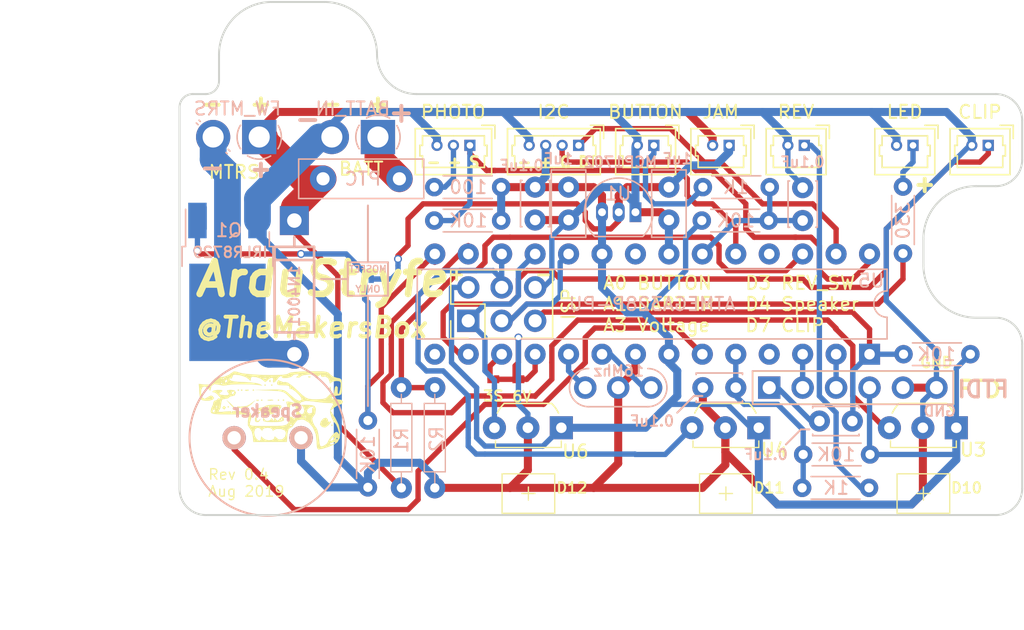
<source format=kicad_pcb>
(kicad_pcb (version 4) (host pcbnew 4.0.7)

  (general
    (links 90)
    (no_connects 0)
    (area 116.924999 75.924999 181.075001 115.075001)
    (thickness 1.6)
    (drawings 79)
    (tracks 422)
    (zones 0)
    (modules 44)
    (nets 36)
  )

  (page A4)
  (title_block
    (date "lun. 30 mars 2015")
  )

  (layers
    (0 F.Cu signal)
    (31 B.Cu signal)
    (32 B.Adhes user)
    (33 F.Adhes user)
    (34 B.Paste user)
    (35 F.Paste user)
    (36 B.SilkS user)
    (37 F.SilkS user)
    (38 B.Mask user)
    (39 F.Mask user)
    (40 Dwgs.User user)
    (41 Cmts.User user)
    (42 Eco1.User user)
    (43 Eco2.User user)
    (44 Edge.Cuts user)
    (45 Margin user)
    (46 B.CrtYd user)
    (47 F.CrtYd user)
    (48 B.Fab user hide)
    (49 F.Fab user hide)
  )

  (setup
    (last_trace_width 0.25)
    (user_trace_width 0.254)
    (user_trace_width 0.3048)
    (user_trace_width 0.4064)
    (user_trace_width 0.508)
    (user_trace_width 0.6096)
    (user_trace_width 0.9144)
    (user_trace_width 1.2)
    (user_trace_width 2.032)
    (trace_clearance 0.2)
    (zone_clearance 0.508)
    (zone_45_only no)
    (trace_min 0.2)
    (segment_width 0.15)
    (edge_width 0.15)
    (via_size 0.6)
    (via_drill 0.4)
    (via_min_size 0.4)
    (via_min_drill 0.3)
    (uvia_size 0.3)
    (uvia_drill 0.1)
    (uvias_allowed no)
    (uvia_min_size 0.2)
    (uvia_min_drill 0.1)
    (pcb_text_width 0.3)
    (pcb_text_size 1.5 1.5)
    (mod_edge_width 0.15)
    (mod_text_size 1 1)
    (mod_text_width 0.15)
    (pad_size 2.6 2.6)
    (pad_drill 1.6)
    (pad_to_mask_clearance 0)
    (aux_axis_origin 110.998 126.365)
    (visible_elements 7FFFFFEF)
    (pcbplotparams
      (layerselection 0x010f0_80000001)
      (usegerberextensions true)
      (excludeedgelayer true)
      (linewidth 0.100000)
      (plotframeref false)
      (viasonmask false)
      (mode 1)
      (useauxorigin false)
      (hpglpennumber 1)
      (hpglpenspeed 20)
      (hpglpendiameter 15)
      (hpglpenoverlay 2)
      (psnegative false)
      (psa4output false)
      (plotreference true)
      (plotvalue true)
      (plotinvisibletext false)
      (padsonsilk false)
      (subtractmaskfromsilk false)
      (outputformat 1)
      (mirror false)
      (drillshape 0)
      (scaleselection 1)
      (outputdirectory gerbers/))
  )

  (net 0 "")
  (net 1 /Reset)
  (net 2 GND)
  (net 3 /A0)
  (net 4 /A1)
  (net 5 /A2)
  (net 6 /A3)
  (net 7 /AREF)
  (net 8 "/A4(SDA)")
  (net 9 "/A5(SCL)")
  (net 10 "/9(**)")
  (net 11 /8)
  (net 12 /7)
  (net 13 "/6(**)")
  (net 14 "/5(**)")
  (net 15 /4)
  (net 16 "/3(**)")
  (net 17 /2)
  (net 18 "/13(SCK)")
  (net 19 "/12(MISO)")
  (net 20 VCC)
  (net 21 "Net-(U5-Pad9)")
  (net 22 "Net-(U5-Pad10)")
  (net 23 "/11(MOSI)")
  (net 24 "/10(SS)")
  (net 25 "/0(Rx)")
  (net 26 "/1(Tx)")
  (net 27 /#RTS)
  (net 28 "Net-(J6-Pad1)")
  (net 29 "Net-(J21-Pad1)")
  (net 30 "Net-(J8-Pad2)")
  (net 31 "Net-(F1-Pad2)")
  (net 32 /BATT)
  (net 33 "Net-(D1-Pad2)")
  (net 34 "Net-(C1-Pad1)")
  (net 35 "Net-(J3-Pad1)")

  (net_class Default "This is the default net class."
    (clearance 0.2)
    (trace_width 0.25)
    (via_dia 0.6)
    (via_drill 0.4)
    (uvia_dia 0.3)
    (uvia_drill 0.1)
    (add_net /#RTS)
    (add_net "/0(Rx)")
    (add_net "/1(Tx)")
    (add_net "/10(SS)")
    (add_net "/11(MOSI)")
    (add_net "/12(MISO)")
    (add_net "/13(SCK)")
    (add_net /2)
    (add_net "/3(**)")
    (add_net /4)
    (add_net "/5(**)")
    (add_net "/6(**)")
    (add_net /7)
    (add_net /8)
    (add_net "/9(**)")
    (add_net /A0)
    (add_net /A1)
    (add_net /A2)
    (add_net /A3)
    (add_net "/A4(SDA)")
    (add_net "/A5(SCL)")
    (add_net /AREF)
    (add_net /BATT)
    (add_net /Reset)
    (add_net GND)
    (add_net "Net-(C1-Pad1)")
    (add_net "Net-(D1-Pad2)")
    (add_net "Net-(F1-Pad2)")
    (add_net "Net-(J21-Pad1)")
    (add_net "Net-(J3-Pad1)")
    (add_net "Net-(J6-Pad1)")
    (add_net "Net-(J8-Pad2)")
    (add_net "Net-(U5-Pad10)")
    (add_net "Net-(U5-Pad9)")
    (add_net VCC)
  )

  (module footprints:R_7.5mm (layer B.Cu) (tedit 5D635C54) (tstamp 5CE89C44)
    (at 133.848 105.315 270)
    (descr "Resistor, Axial_DIN0204 series, Axial, Horizontal, pin pitch=7.62mm, 0.16666666666666666W = 1/6W, length*diameter=3.6*1.6mm^2, http://cdn-reichelt.de/documents/datenblatt/B400/1_4W%23YAG.pdf")
    (tags "Resistor Axial_DIN0204 series Axial Horizontal pin pitch 7.62mm 0.16666666666666666W = 1/6W length 3.6mm diameter 1.6mm")
    (path /5CE03953)
    (fp_text reference R1 (at 4 0 270) (layer B.SilkS)
      (effects (font (size 1 1) (thickness 0.15)) (justify mirror))
    )
    (fp_text value "10K 1%" (at 3.81 0 270) (layer B.SilkS) hide
      (effects (font (size 0.8 0.8) (thickness 0.15)) (justify mirror))
    )
    (fp_line (start 6.4 0) (end 7.3 0) (layer B.SilkS) (width 0.1))
    (fp_line (start 1.2 0) (end 0.5 0) (layer B.SilkS) (width 0.1))
    (fp_line (start 1.2 -0.8) (end 1.2 0.8) (layer B.SilkS) (width 0.1))
    (fp_line (start 1.2 0.8) (end 6.4 0.8) (layer B.SilkS) (width 0.1))
    (fp_line (start 6.4 0.8) (end 6.4 -0.8) (layer B.SilkS) (width 0.1))
    (fp_line (start 6.4 -0.8) (end 1.2 -0.8) (layer B.SilkS) (width 0.1))
    (fp_line (start 2.01 0.8) (end 2.01 -0.8) (layer B.Fab) (width 0.1))
    (fp_line (start 2.01 -0.8) (end 5.61 -0.8) (layer B.Fab) (width 0.1))
    (fp_line (start 5.61 -0.8) (end 5.61 0.8) (layer B.Fab) (width 0.1))
    (fp_line (start 5.61 0.8) (end 2.01 0.8) (layer B.Fab) (width 0.1))
    (fp_line (start 0 0) (end 2.01 0) (layer B.Fab) (width 0.1))
    (fp_line (start 7.62 0) (end 5.61 0) (layer B.Fab) (width 0.1))
    (fp_line (start -0.95 1.15) (end -0.95 -1.15) (layer B.CrtYd) (width 0.05))
    (fp_line (start -0.95 -1.15) (end 8.6 -1.15) (layer B.CrtYd) (width 0.05))
    (fp_line (start 8.6 -1.15) (end 8.6 1.15) (layer B.CrtYd) (width 0.05))
    (fp_line (start 8.6 1.15) (end -0.95 1.15) (layer B.CrtYd) (width 0.05))
    (pad 1 thru_hole circle (at 0 0 270) (size 1.6 1.6) (drill 0.7) (layers *.Cu *.Mask)
      (net 6 /A3))
    (pad 2 thru_hole circle (at 7.62 0 270) (size 1.6 1.6) (drill 0.7) (layers *.Cu *.Mask)
      (net 32 /BATT))
    (model ${KISYS3DMOD}/Resistors_THT.3dshapes/R_Axial_DIN0204_L3.6mm_D1.6mm_P7.62mm_Horizontal.wrl
      (at (xyz 0 0 0))
      (scale (xyz 0.393701 0.393701 0.393701))
      (rotate (xyz 0 0 0))
    )
  )

  (module footprints:D_DO-41 (layer B.Cu) (tedit 5D4AF97D) (tstamp 5CE766AD)
    (at 125.72 92.615 270)
    (descr "D, DO-41_SOD81 series, Axial, Horizontal, pin pitch=10.16mm, , length*diameter=5.2*2.7mm^2, , http://www.diodes.com/_files/packages/DO-41%20(Plastic).pdf")
    (tags "D DO-41_SOD81 series Axial Horizontal pin pitch 10.16mm  length 5.2mm diameter 2.7mm")
    (path /5CDFABAB)
    (fp_text reference D1 (at 5.08 2.41 270) (layer B.SilkS) hide
      (effects (font (size 1 1) (thickness 0.15)) (justify mirror))
    )
    (fp_text value 1N4001 (at 5.75 0 270) (layer B.SilkS)
      (effects (font (size 0.8 0.8) (thickness 0.15)) (justify mirror))
    )
    (fp_line (start 2 0) (end 1.25 0) (layer B.SilkS) (width 0.2))
    (fp_line (start 8.5 0) (end 9 0) (layer B.SilkS) (width 0.2))
    (fp_line (start 3 1.5) (end 3 -1.5) (layer B.SilkS) (width 0.2))
    (fp_line (start 2 1.5) (end 2 -1.5) (layer B.SilkS) (width 0.2))
    (fp_line (start 2 -1.5) (end 8.5 -1.5) (layer B.SilkS) (width 0.2))
    (fp_line (start 8.5 -1.5) (end 8.5 1.5) (layer B.SilkS) (width 0.2))
    (fp_line (start 8.5 1.5) (end 2 1.5) (layer B.SilkS) (width 0.2))
    (fp_text user %R (at 5.08 0 270) (layer B.Fab)
      (effects (font (size 1 1) (thickness 0.15)) (justify mirror))
    )
    (fp_line (start -1.35 1.7) (end -1.35 -1.7) (layer B.CrtYd) (width 0.05))
    (fp_line (start -1.35 -1.7) (end 11.55 -1.7) (layer B.CrtYd) (width 0.05))
    (fp_line (start 11.55 -1.7) (end 11.55 1.7) (layer B.CrtYd) (width 0.05))
    (fp_line (start 11.55 1.7) (end -1.35 1.7) (layer B.CrtYd) (width 0.05))
    (pad 1 thru_hole rect (at 0 0 270) (size 2.2 2.2) (drill 1.1) (layers *.Cu *.Mask)
      (net 32 /BATT))
    (pad 2 thru_hole oval (at 10.16 0 270) (size 2.2 2.2) (drill 1.1) (layers *.Cu *.Mask)
      (net 33 "Net-(D1-Pad2)"))
    (model ${KISYS3DMOD}/Diodes_THT.3dshapes/D_DO-41_SOD81_P10.16mm_Horizontal.wrl
      (at (xyz 0 0 0))
      (scale (xyz 0.393701 0.393701 0.393701))
      (rotate (xyz 0 0 0))
    )
  )

  (module footprints:Fuse_Littelfuse-LVR125 (layer B.Cu) (tedit 5D48BDB5) (tstamp 5D001DA3)
    (at 130.8 89.44)
    (descr "Littelfuse, resettable fuse, PTC, polyswitch LVR125, Ih 1.25A, http://www.littelfuse.com/~/media/electronics/datasheets/resettable_ptcs/littelfuse_ptc_lvr_catalog_datasheet.pdf.pdf")
    (tags "LVR125 PTC resettable polyswitch ")
    (path /5CFFD544)
    (fp_text reference F1 (at -5 0) (layer B.SilkS) hide
      (effects (font (size 1 1) (thickness 0.15)) (justify mirror))
    )
    (fp_text value PTC (at 0.127 0) (layer B.SilkS)
      (effects (font (size 1 1) (thickness 0.15)) (justify mirror))
    )
    (fp_line (start -4.75 -1.5) (end 4.75 -1.5) (layer B.SilkS) (width 0.12))
    (fp_line (start 4.75 1.5) (end -4.75 1.5) (layer B.SilkS) (width 0.12))
    (fp_line (start -4.75 -1.5) (end -4.75 1.5) (layer B.SilkS) (width 0.12))
    (fp_line (start 4.75 1.5) (end 4.75 -1.5) (layer B.SilkS) (width 0.12))
    (fp_text user %R (at -5 0) (layer B.Fab)
      (effects (font (size 1 1) (thickness 0.15)) (justify mirror))
    )
    (pad 1 thru_hole circle (at -2.9 0) (size 2 2) (drill 1) (layers *.Cu *.Mask)
      (net 32 /BATT))
    (pad 2 thru_hole circle (at 2.9 0) (size 2 2) (drill 1) (layers *.Cu *.Mask)
      (net 31 "Net-(F1-Pad2)"))
    (model ${KISYS3DMOD}/Fuse_Holders_and_Fuses.3dshapes/Fuse_Littelfuse-LVR125.wrl
      (at (xyz 0 0 0))
      (scale (xyz 1 1 1))
      (rotate (xyz 0 0 0))
    )
  )

  (module footprints:SPEAKER (layer B.Cu) (tedit 5D050A1D) (tstamp 5CF7F78A)
    (at 123.688 109.125 270)
    (descr "Switch inverseur")
    (tags "SWITCH DEV")
    (path /5CF98DB6)
    (fp_text reference LS1 (at 0 -5.08 270) (layer B.SilkS) hide
      (effects (font (size 1.016 1.016) (thickness 0.2032)) (justify mirror))
    )
    (fp_text value Speaker (at -2.032 0 360) (layer B.SilkS)
      (effects (font (size 0.889 0.889) (thickness 0.22225)) (justify mirror))
    )
    (fp_circle (center 0 0) (end -5.842 1.016) (layer B.SilkS) (width 0.15))
    (pad 2 thru_hole circle (at 0 -2.54 270) (size 1.778 1.778) (drill 1.016) (layers *.Cu *.Mask B.SilkS)
      (net 2 GND))
    (pad 1 thru_hole circle (at 0 2.54 270) (size 1.778 1.778) (drill 1.016) (layers *.Cu *.Mask B.SilkS)
      (net 15 /4))
  )

  (module footprints:Pin_Header_Straight_1x06_Pitch2.54mm (layer B.Cu) (tedit 5D48BE16) (tstamp 5CE766F8)
    (at 161.788 105.315 270)
    (descr "Through hole straight pin header, 1x06, 2.54mm pitch, single row")
    (tags "Through hole pin header THT 1x06 2.54mm single row")
    (path /5CE157C8)
    (fp_text reference J7 (at 0 2.33 270) (layer B.SilkS) hide
      (effects (font (size 1 1) (thickness 0.15)) (justify mirror))
    )
    (fp_text value FTDI (at 0.127 -16.256 360) (layer B.SilkS)
      (effects (font (size 1.25 1.25) (thickness 0.25)) (justify mirror))
    )
    (fp_line (start -1.25 1.25) (end 1.25 1.25) (layer F.SilkS) (width 0.12))
    (fp_line (start 1.25 1.25) (end 1.25 -14) (layer F.SilkS) (width 0.12))
    (fp_line (start 1.25 -14) (end -1.25 -14) (layer F.SilkS) (width 0.12))
    (fp_line (start -1.25 -14) (end -1.25 1.25) (layer F.SilkS) (width 0.12))
    (fp_line (start -1.27 1.27) (end 1.27 1.27) (layer B.SilkS) (width 0.12))
    (fp_line (start 1.27 1.27) (end 1.27 -13.97) (layer B.SilkS) (width 0.12))
    (fp_line (start 1.27 -13.97) (end -1.27 -13.97) (layer B.SilkS) (width 0.12))
    (fp_line (start -1.27 -13.97) (end -1.27 1.27) (layer B.SilkS) (width 0.12))
    (fp_line (start -0.635 1.27) (end 1.27 1.27) (layer B.Fab) (width 0.1))
    (fp_line (start 1.27 1.27) (end 1.27 -13.97) (layer B.Fab) (width 0.1))
    (fp_line (start 1.27 -13.97) (end -1.27 -13.97) (layer B.Fab) (width 0.1))
    (fp_line (start -1.27 -13.97) (end -1.27 0.635) (layer B.Fab) (width 0.1))
    (fp_line (start -1.27 0.635) (end -0.635 1.27) (layer B.Fab) (width 0.1))
    (fp_line (start -1.8 1.8) (end -1.8 -14.5) (layer B.CrtYd) (width 0.05))
    (fp_line (start -1.8 -14.5) (end 1.8 -14.5) (layer B.CrtYd) (width 0.05))
    (fp_line (start 1.8 -14.5) (end 1.8 1.8) (layer B.CrtYd) (width 0.05))
    (fp_line (start 1.8 1.8) (end -1.8 1.8) (layer B.CrtYd) (width 0.05))
    (fp_text user %R (at 0 -6.35 540) (layer B.Fab)
      (effects (font (size 1 1) (thickness 0.15)) (justify mirror))
    )
    (pad 1 thru_hole rect (at 0 0 270) (size 1.7 1.7) (drill 1) (layers *.Cu *.Mask)
      (net 27 /#RTS))
    (pad 2 thru_hole oval (at 0 -2.54 270) (size 1.7 1.7) (drill 1) (layers *.Cu *.Mask)
      (net 26 "/1(Tx)"))
    (pad 3 thru_hole oval (at 0 -5.08 270) (size 1.7 1.7) (drill 1) (layers *.Cu *.Mask)
      (net 25 "/0(Rx)"))
    (pad 4 thru_hole oval (at 0 -7.62 270) (size 1.7 1.7) (drill 1) (layers *.Cu *.Mask)
      (net 20 VCC))
    (pad 5 thru_hole oval (at 0 -10.16 270) (size 1.7 1.7) (drill 1) (layers *.Cu *.Mask)
      (net 2 GND))
    (pad 6 thru_hole oval (at 0 -12.7 270) (size 1.7 1.7) (drill 1) (layers *.Cu *.Mask)
      (net 2 GND))
    (model ${KISYS3DMOD}/Pin_Headers.3dshapes/Pin_Header_Straight_1x06_Pitch2.54mm.wrl
      (at (xyz 0 0 0))
      (scale (xyz 1 1 1))
      (rotate (xyz 0 0 0))
    )
  )

  (module footprints:SolderWirePad_single_2-5mmDrill (layer F.Cu) (tedit 5D019315) (tstamp 5D019310)
    (at 167.998 90.365)
    (path /5CE78195)
    (fp_text reference J14 (at 0.052 -0.192) (layer F.SilkS) hide
      (effects (font (size 1 1) (thickness 0.15)))
    )
    (fp_text value NPTH (at 0 -0.254) (layer F.Fab)
      (effects (font (size 1 1) (thickness 0.15)))
    )
    (pad "" np_thru_hole circle (at 0 0) (size 3 3) (drill 3) (layers *.Cu *.Mask))
  )

  (module footprints:Hall_Sensor (layer F.Cu) (tedit 5D111A4F) (tstamp 5CE76795)
    (at 175.998 108.365 180)
    (descr "TO-92 leads in-line, wide, drill 0.8mm (see NXP sot054_po.pdf)")
    (tags "to-92 sc-43 sc-43a sot54 PA33 transistor")
    (path /5CE1F6F9)
    (fp_text reference U3 (at -1.284 -1.681 360) (layer F.SilkS)
      (effects (font (size 1 1) (thickness 0.15)))
    )
    (fp_text value "HALL SENSOR" (at 6.477 -0.381 450) (layer F.SilkS) hide
      (effects (font (size 1 1) (thickness 0.15)))
    )
    (fp_line (start 0.5 -6.5) (end 4.5 -6.5) (layer F.SilkS) (width 0.1))
    (fp_line (start 4.5 -6.5) (end 4.5 -3.5) (layer F.SilkS) (width 0.1))
    (fp_line (start 4.5 -3.5) (end 0.5 -3.5) (layer F.SilkS) (width 0.1))
    (fp_line (start 0.5 -3.5) (end 0.5 -6.5) (layer F.SilkS) (width 0.1))
    (fp_line (start 2.5 -5.5) (end 2.5 -4.5) (layer F.SilkS) (width 0.1))
    (fp_line (start 2 -5) (end 3 -5) (layer F.SilkS) (width 0.1))
    (fp_line (start 0 -1) (end 0 -1.5) (layer F.SilkS) (width 0.1))
    (fp_line (start 0 -1.5) (end 5 -1.5) (layer F.SilkS) (width 0.1))
    (fp_line (start 5 -1.5) (end 5 -1) (layer F.SilkS) (width 0.1))
    (fp_text user %R (at 6.82 -1.125 360) (layer F.Fab)
      (effects (font (size 1 1) (thickness 0.15)))
    )
    (fp_line (start 0.74 1.85) (end 4.34 1.85) (layer F.SilkS) (width 0.12))
    (fp_line (start 0.8 1.75) (end 4.3 1.75) (layer F.Fab) (width 0.1))
    (fp_line (start -1.01 -2.73) (end 6.09 -2.73) (layer F.CrtYd) (width 0.05))
    (fp_line (start -1.01 -2.73) (end -1.01 2.01) (layer F.CrtYd) (width 0.05))
    (fp_line (start 6.09 2.01) (end 6.09 -2.73) (layer F.CrtYd) (width 0.05))
    (fp_line (start 6.09 2.01) (end -1.01 2.01) (layer F.CrtYd) (width 0.05))
    (fp_arc (start 2.54 0) (end 0.74 1.85) (angle 20) (layer F.SilkS) (width 0.12))
    (fp_arc (start 2.54 0) (end 4.34 1.85) (angle -20) (layer F.SilkS) (width 0.12))
    (pad 3 thru_hole circle (at 5.08 0 270) (size 1.75 1.75) (drill 0.8) (layers *.Cu *.Mask)
      (net 24 "/10(SS)"))
    (pad 2 thru_hole circle (at 2.54 0 270) (size 1.75 1.75) (drill 0.8) (layers *.Cu *.Mask)
      (net 2 GND))
    (pad 1 thru_hole rect (at 0 0 270) (size 1.75 1.75) (drill 0.8) (layers *.Cu *.Mask)
      (net 20 VCC))
    (model ${KISYS3DMOD}/TO_SOT_Packages_THT.3dshapes/TO-92_Inline_Wide.wrl
      (at (xyz 0.1 0 0))
      (scale (xyz 1 1 1))
      (rotate (xyz 0 0 -90))
    )
  )

  (module footprints:SolderWirePad_single_2-5mmDrill (layer F.Cu) (tedit 5D019313) (tstamp 5D019308)
    (at 126.998 80.365)
    (path /5CE78195)
    (fp_text reference J14 (at 0.052 -0.192) (layer F.SilkS) hide
      (effects (font (size 1 1) (thickness 0.15)))
    )
    (fp_text value NPTH (at 0 -0.254) (layer F.Fab)
      (effects (font (size 1 1) (thickness 0.15)))
    )
    (pad "" np_thru_hole circle (at 0 0) (size 3 3) (drill 3) (layers *.Cu *.Mask))
  )

  (module footprints:DIP-28_W7.62mm (layer B.Cu) (tedit 5D3A38B8) (tstamp 5BB69B80)
    (at 169.408 102.775 90)
    (descr "28-lead though-hole mounted DIP package, row spacing 7.62 mm (300 mils)")
    (tags "THT DIP DIL PDIP 2.54mm 7.62mm 300mil")
    (path /5BB5CB12)
    (fp_text reference U5 (at 5.588 0.127 360) (layer B.SilkS)
      (effects (font (size 1 1) (thickness 0.15)) (justify mirror))
    )
    (fp_text value ATMEGA328P-PU (at 3.81 -16.51 360) (layer B.SilkS)
      (effects (font (size 1 1) (thickness 0.15)) (justify mirror))
    )
    (fp_arc (start 3.81 1.33) (end 2.81 1.33) (angle 180) (layer B.SilkS) (width 0.12))
    (fp_line (start 1.635 1.27) (end 6.985 1.27) (layer B.Fab) (width 0.1))
    (fp_line (start 6.985 1.27) (end 6.985 -34.29) (layer B.Fab) (width 0.1))
    (fp_line (start 6.985 -34.29) (end 0.635 -34.29) (layer B.Fab) (width 0.1))
    (fp_line (start 0.635 -34.29) (end 0.635 0.27) (layer B.Fab) (width 0.1))
    (fp_line (start 0.635 0.27) (end 1.635 1.27) (layer B.Fab) (width 0.1))
    (fp_line (start 2.81 1.33) (end 1.16 1.33) (layer B.SilkS) (width 0.12))
    (fp_line (start 1.16 1.33) (end 1.16 -34.35) (layer B.SilkS) (width 0.12))
    (fp_line (start 1.16 -34.35) (end 6.46 -34.35) (layer B.SilkS) (width 0.12))
    (fp_line (start 6.46 -34.35) (end 6.46 1.33) (layer B.SilkS) (width 0.12))
    (fp_line (start 6.46 1.33) (end 4.81 1.33) (layer B.SilkS) (width 0.12))
    (fp_line (start -1.1 1.55) (end -1.1 -34.55) (layer B.CrtYd) (width 0.05))
    (fp_line (start -1.1 -34.55) (end 8.7 -34.55) (layer B.CrtYd) (width 0.05))
    (fp_line (start 8.7 -34.55) (end 8.7 1.55) (layer B.CrtYd) (width 0.05))
    (fp_line (start 8.7 1.55) (end -1.1 1.55) (layer B.CrtYd) (width 0.05))
    (fp_text user %R (at 3.81 -16.51 90) (layer B.Fab)
      (effects (font (size 1 1) (thickness 0.15)) (justify mirror))
    )
    (pad 1 thru_hole rect (at 0 0 90) (size 1.6 1.6) (drill 0.8) (layers *.Cu *.Mask)
      (net 1 /Reset))
    (pad 15 thru_hole oval (at 7.62 -33.02 90) (size 1.6 1.6) (drill 0.8) (layers *.Cu *.Mask)
      (net 10 "/9(**)"))
    (pad 2 thru_hole oval (at 0 -2.54 90) (size 1.6 1.6) (drill 0.8) (layers *.Cu *.Mask)
      (net 25 "/0(Rx)"))
    (pad 16 thru_hole oval (at 7.62 -30.48 90) (size 1.6 1.6) (drill 0.8) (layers *.Cu *.Mask)
      (net 24 "/10(SS)"))
    (pad 3 thru_hole oval (at 0 -5.08 90) (size 1.6 1.6) (drill 0.8) (layers *.Cu *.Mask)
      (net 26 "/1(Tx)"))
    (pad 17 thru_hole oval (at 7.62 -27.94 90) (size 1.6 1.6) (drill 0.8) (layers *.Cu *.Mask)
      (net 23 "/11(MOSI)"))
    (pad 4 thru_hole oval (at 0 -7.62 90) (size 1.6 1.6) (drill 0.8) (layers *.Cu *.Mask)
      (net 17 /2))
    (pad 18 thru_hole oval (at 7.62 -25.4 90) (size 1.6 1.6) (drill 0.8) (layers *.Cu *.Mask)
      (net 19 "/12(MISO)"))
    (pad 5 thru_hole oval (at 0 -10.16 90) (size 1.6 1.6) (drill 0.8) (layers *.Cu *.Mask)
      (net 16 "/3(**)"))
    (pad 19 thru_hole oval (at 7.62 -22.86 90) (size 1.6 1.6) (drill 0.8) (layers *.Cu *.Mask)
      (net 18 "/13(SCK)"))
    (pad 6 thru_hole oval (at 0 -12.7 90) (size 1.6 1.6) (drill 0.8) (layers *.Cu *.Mask)
      (net 15 /4))
    (pad 20 thru_hole oval (at 7.62 -20.32 90) (size 1.6 1.6) (drill 0.8) (layers *.Cu *.Mask)
      (net 20 VCC))
    (pad 7 thru_hole oval (at 0 -15.24 90) (size 1.6 1.6) (drill 0.8) (layers *.Cu *.Mask)
      (net 20 VCC))
    (pad 21 thru_hole oval (at 7.62 -17.78 90) (size 1.6 1.6) (drill 0.8) (layers *.Cu *.Mask)
      (net 7 /AREF))
    (pad 8 thru_hole oval (at 0 -17.78 90) (size 1.6 1.6) (drill 0.8) (layers *.Cu *.Mask)
      (net 2 GND))
    (pad 22 thru_hole oval (at 7.62 -15.24 90) (size 1.6 1.6) (drill 0.8) (layers *.Cu *.Mask)
      (net 2 GND))
    (pad 9 thru_hole oval (at 0 -20.32 90) (size 1.6 1.6) (drill 0.8) (layers *.Cu *.Mask)
      (net 21 "Net-(U5-Pad9)"))
    (pad 23 thru_hole oval (at 7.62 -12.7 90) (size 1.6 1.6) (drill 0.8) (layers *.Cu *.Mask)
      (net 3 /A0))
    (pad 10 thru_hole oval (at 0 -22.86 90) (size 1.6 1.6) (drill 0.8) (layers *.Cu *.Mask)
      (net 22 "Net-(U5-Pad10)"))
    (pad 24 thru_hole oval (at 7.62 -10.16 90) (size 1.6 1.6) (drill 0.8) (layers *.Cu *.Mask)
      (net 4 /A1))
    (pad 11 thru_hole oval (at 0 -25.4 90) (size 1.6 1.6) (drill 0.8) (layers *.Cu *.Mask)
      (net 14 "/5(**)"))
    (pad 25 thru_hole oval (at 7.62 -7.62 90) (size 1.6 1.6) (drill 0.8) (layers *.Cu *.Mask)
      (net 5 /A2))
    (pad 12 thru_hole oval (at 0 -27.94 90) (size 1.6 1.6) (drill 0.8) (layers *.Cu *.Mask)
      (net 13 "/6(**)"))
    (pad 26 thru_hole oval (at 7.62 -5.08 90) (size 1.6 1.6) (drill 0.8) (layers *.Cu *.Mask)
      (net 6 /A3))
    (pad 13 thru_hole oval (at 0 -30.48 90) (size 1.6 1.6) (drill 0.8) (layers *.Cu *.Mask)
      (net 12 /7))
    (pad 27 thru_hole oval (at 7.62 -2.54 90) (size 1.6 1.6) (drill 0.8) (layers *.Cu *.Mask)
      (net 8 "/A4(SDA)"))
    (pad 14 thru_hole oval (at 0 -33.02 90) (size 1.6 1.6) (drill 0.8) (layers *.Cu *.Mask)
      (net 11 /8))
    (pad 28 thru_hole oval (at 7.62 0 90) (size 1.6 1.6) (drill 0.8) (layers *.Cu *.Mask)
      (net 9 "/A5(SCL)"))
    (model ${KISYS3DMOD}/Housings_DIP.3dshapes/DIP-28_W7.62mm.wrl
      (at (xyz 0 0 0))
      (scale (xyz 1 1 1))
      (rotate (xyz 0 0 0))
    )
  )

  (module footprints:TerminalBlock_P3.50mm_Horizontal (layer B.Cu) (tedit 5D3B8969) (tstamp 5CFEEB59)
    (at 132.07 86.265 180)
    (descr "Terminal Block Phoenix PT-1,5-2-3.5-H, 2 pins, pitch 3.5mm, size 7x7.6mm^2, drill diamater 1.2mm, pad diameter 2.4mm, see , script-generated using https://github.com/pointhi/kicad-footprint-generator/scripts/TerminalBlock_Phoenix")
    (tags "THT Terminal Block Phoenix PT-1,5-2-3.5-H pitch 3.5mm size 7x7.6mm^2 drill 1.2mm pad 2.4mm")
    (path /5CE59139)
    (fp_text reference J2 (at 2 -2 180) (layer B.SilkS) hide
      (effects (font (size 1 1) (thickness 0.15)) (justify mirror))
    )
    (fp_text value BATT_IN (at 1.905 2.159 360) (layer B.SilkS)
      (effects (font (size 1 1) (thickness 0.15)) (justify mirror))
    )
    (fp_arc (start 0 0) (end 1.425 -0.891) (angle 64) (layer B.SilkS) (width 0.12))
    (fp_arc (start 0 0) (end 0.866 1.44) (angle 63) (layer B.SilkS) (width 0.12))
    (fp_arc (start 0 0) (end -1.44 0.866) (angle 63) (layer B.SilkS) (width 0.12))
    (fp_circle (center 0 0) (end 1.5 0) (layer B.Fab) (width 0.1))
    (fp_circle (center 3.5 0) (end 5 0) (layer B.Fab) (width 0.1))
    (fp_line (start -1.75 3.1) (end 5.25 3.1) (layer B.Fab) (width 0.1))
    (fp_line (start 5.25 3.1) (end 5.25 -4.5) (layer B.Fab) (width 0.1))
    (fp_line (start 5.25 -4.5) (end -1.35 -4.5) (layer B.Fab) (width 0.1))
    (fp_line (start -1.35 -4.5) (end -1.75 -4.1) (layer B.Fab) (width 0.1))
    (fp_line (start -1.75 -4.1) (end -1.75 3.1) (layer B.Fab) (width 0.1))
    (fp_line (start -1.75 -4.1) (end 5.25 -4.1) (layer B.Fab) (width 0.1))
    (fp_line (start -1.75 -3) (end 5.25 -3) (layer B.Fab) (width 0.1))
    (fp_line (start 1.138 0.955) (end -0.955 -1.138) (layer B.Fab) (width 0.1))
    (fp_line (start 0.955 1.138) (end -1.138 -0.955) (layer B.Fab) (width 0.1))
    (fp_line (start 4.638 0.955) (end 2.546 -1.138) (layer B.Fab) (width 0.1))
    (fp_line (start 4.455 1.138) (end 2.363 -0.955) (layer B.Fab) (width 0.1))
    (fp_line (start -2.25 3.6) (end -2.25 -5) (layer B.CrtYd) (width 0.05))
    (fp_line (start -2.25 -5) (end 5.75 -5) (layer B.CrtYd) (width 0.05))
    (fp_line (start 5.75 -5) (end 5.75 3.6) (layer B.CrtYd) (width 0.05))
    (fp_line (start 5.75 3.6) (end -2.25 3.6) (layer B.CrtYd) (width 0.05))
    (fp_text user %R (at 2 -2 180) (layer B.Fab)
      (effects (font (size 1 1) (thickness 0.15)) (justify mirror))
    )
    (pad 1 thru_hole rect (at 0 0 180) (size 2.6 2.6) (drill 1.6) (layers *.Cu *.Mask)
      (net 31 "Net-(F1-Pad2)"))
    (pad 2 thru_hole circle (at 3.5 0 180) (size 2.6 2.6) (drill 1.6) (layers *.Cu *.Mask)
      (net 2 GND))
    (model ${KISYS3DMOD}/TerminalBlock_Phoenix.3dshapes/TerminalBlock_Phoenix_PT-1,5-2-3.5-H_1x02_P3.50mm_Horizontal.wrl
      (at (xyz 0 0 0))
      (scale (xyz 1 1 1))
      (rotate (xyz 0 0 0))
    )
  )

  (module footprints:TerminalBlock_P3.50mm_Horizontal (layer B.Cu) (tedit 5D3B8AA2) (tstamp 5CFEEB6E)
    (at 123.053 86.265 180)
    (descr "Terminal Block Phoenix PT-1,5-2-3.5-H, 2 pins, pitch 3.5mm, size 7x7.6mm^2, drill diamater 1.2mm, pad diameter 2.4mm, see , script-generated using https://github.com/pointhi/kicad-footprint-generator/scripts/TerminalBlock_Phoenix")
    (tags "THT Terminal Block Phoenix PT-1,5-2-3.5-H pitch 3.5mm size 7x7.6mm^2 drill 1.2mm pad 2.4mm")
    (path /5CE592FA)
    (fp_text reference J9 (at 2 -2 180) (layer B.SilkS) hide
      (effects (font (size 1 1) (thickness 0.15)) (justify mirror))
    )
    (fp_text value FW_MTRS (at 1.651 2.159 360) (layer B.SilkS)
      (effects (font (size 1 1) (thickness 0.15)) (justify mirror))
    )
    (fp_arc (start 0 0) (end 0 -1.68) (angle 32) (layer B.SilkS) (width 0.12))
    (fp_arc (start 0 0) (end 1.425 -0.891) (angle 64) (layer B.SilkS) (width 0.12))
    (fp_arc (start 0 0) (end -1.44 0.866) (angle 63) (layer B.SilkS) (width 0.12))
    (fp_arc (start 0 0) (end -0.866 -1.44) (angle 32) (layer B.SilkS) (width 0.12))
    (fp_circle (center 0 0) (end 1.5 0) (layer B.Fab) (width 0.1))
    (fp_circle (center 3.5 0) (end 5 0) (layer B.Fab) (width 0.1))
    (fp_line (start -1.75 3.1) (end 5.25 3.1) (layer B.Fab) (width 0.1))
    (fp_line (start 5.25 3.1) (end 5.25 -4.5) (layer B.Fab) (width 0.1))
    (fp_line (start 5.25 -4.5) (end -1.35 -4.5) (layer B.Fab) (width 0.1))
    (fp_line (start -1.35 -4.5) (end -1.75 -4.1) (layer B.Fab) (width 0.1))
    (fp_line (start -1.75 -4.1) (end -1.75 3.1) (layer B.Fab) (width 0.1))
    (fp_line (start -1.75 -4.1) (end 5.25 -4.1) (layer B.Fab) (width 0.1))
    (fp_line (start -1.75 -3) (end 5.25 -3) (layer B.Fab) (width 0.1))
    (fp_line (start 1.138 0.955) (end -0.955 -1.138) (layer B.Fab) (width 0.1))
    (fp_line (start 0.955 1.138) (end -1.138 -0.955) (layer B.Fab) (width 0.1))
    (fp_line (start 4.638 0.955) (end 2.546 -1.138) (layer B.Fab) (width 0.1))
    (fp_line (start 4.455 1.138) (end 2.363 -0.955) (layer B.Fab) (width 0.1))
    (fp_line (start 4.775 1.069) (end 4.646 0.941) (layer B.SilkS) (width 0.12))
    (fp_line (start 2.525 -1.181) (end 2.431 -1.274) (layer B.SilkS) (width 0.12))
    (fp_line (start 4.57 1.275) (end 4.476 1.181) (layer B.SilkS) (width 0.12))
    (fp_line (start 2.355 -0.941) (end 2.226 -1.069) (layer B.SilkS) (width 0.12))
    (fp_line (start -2.25 3.6) (end -2.25 -5) (layer B.CrtYd) (width 0.05))
    (fp_line (start -2.25 -5) (end 5.75 -5) (layer B.CrtYd) (width 0.05))
    (fp_line (start 5.75 -5) (end 5.75 3.6) (layer B.CrtYd) (width 0.05))
    (fp_line (start 5.75 3.6) (end -2.25 3.6) (layer B.CrtYd) (width 0.05))
    (fp_text user %R (at 2 -2 180) (layer B.Fab)
      (effects (font (size 1 1) (thickness 0.15)) (justify mirror))
    )
    (pad 1 thru_hole rect (at 0 0 180) (size 2.6 2.6) (drill 1.6) (layers *.Cu *.Mask)
      (net 32 /BATT))
    (pad 2 thru_hole circle (at 3.5 0 180) (size 2.6 2.6) (drill 1.6) (layers *.Cu *.Mask)
      (net 33 "Net-(D1-Pad2)"))
    (model ${KISYS3DMOD}/TerminalBlock_Phoenix.3dshapes/TerminalBlock_Phoenix_PT-1,5-2-3.5-H_1x02_P3.50mm_Horizontal.wrl
      (at (xyz 0 0 0))
      (scale (xyz 1 1 1))
      (rotate (xyz 0 0 0))
    )
  )

  (module footprints:Resonator-3pin_w7.0mm_h2.5mm (layer B.Cu) (tedit 5D02B93C) (tstamp 5BB69BAF)
    (at 147.818 105.315)
    (descr "Ceramic Resomator/Filter 7.0x2.5mm^2, length*width=7.0x2.5mm^2 package, package length=7.0mm, package width=2.5mm, 3 pins")
    (tags "THT ceramic resonator filter")
    (path /5BB6F476)
    (fp_text reference Y1 (at -1.27 -1.651) (layer B.SilkS) hide
      (effects (font (size 1 1) (thickness 0.15)) (justify mirror))
    )
    (fp_text value 16Mhz (at 2.54 -1.27) (layer B.SilkS)
      (effects (font (size 0.8 0.8) (thickness 0.15)) (justify mirror))
    )
    (fp_text user %R (at 2.5 0) (layer B.Fab)
      (effects (font (size 1 1) (thickness 0.15)) (justify mirror))
    )
    (fp_line (start 0.25 1.25) (end 4.75 1.25) (layer B.Fab) (width 0.1))
    (fp_line (start 0.25 -1.25) (end 4.75 -1.25) (layer B.Fab) (width 0.1))
    (fp_line (start 0.25 1.25) (end 4.75 1.25) (layer B.Fab) (width 0.1))
    (fp_line (start 0.25 -1.25) (end 4.75 -1.25) (layer B.Fab) (width 0.1))
    (fp_line (start 0.25 1.45) (end 4.75 1.45) (layer B.SilkS) (width 0.12))
    (fp_line (start -1.5 1.7) (end -1.5 -1.7) (layer B.CrtYd) (width 0.05))
    (fp_line (start -1.5 -1.7) (end 6.5 -1.7) (layer B.CrtYd) (width 0.05))
    (fp_line (start 6.5 -1.7) (end 6.5 1.7) (layer B.CrtYd) (width 0.05))
    (fp_line (start 6.5 1.7) (end -1.5 1.7) (layer B.CrtYd) (width 0.05))
    (fp_arc (start 0.25 0) (end 0.25 1.25) (angle 180) (layer B.Fab) (width 0.1))
    (fp_arc (start 4.75 0) (end 4.75 1.25) (angle -180) (layer B.Fab) (width 0.1))
    (fp_arc (start 0.25 0) (end 0.25 1.25) (angle 180) (layer B.Fab) (width 0.1))
    (fp_arc (start 4.75 0) (end 4.75 1.25) (angle -180) (layer B.Fab) (width 0.1))
    (fp_arc (start 0.25 0) (end 0.25 1.45) (angle 180) (layer B.SilkS) (width 0.12))
    (fp_arc (start 4.75 0) (end 4.75 1.45) (angle -180) (layer B.SilkS) (width 0.12))
    (pad 1 thru_hole circle (at 0 0) (size 1.7 1.7) (drill 1) (layers *.Cu *.Mask)
      (net 22 "Net-(U5-Pad10)"))
    (pad 2 thru_hole circle (at 2.5 0) (size 1.7 1.7) (drill 1) (layers *.Cu *.Mask)
      (net 2 GND))
    (pad 3 thru_hole circle (at 5 0) (size 1.7 1.7) (drill 1) (layers *.Cu *.Mask)
      (net 21 "Net-(U5-Pad9)"))
    (model ${KISYS3DMOD}/Crystals.3dshapes/Resonator-3pin_w7.0mm_h2.5mm.wrl
      (at (xyz 0 0 0))
      (scale (xyz 0.393701 0.393701 0.393701))
      (rotate (xyz 0 0 0))
    )
  )

  (module footprints:R__P5.08mm (layer B.Cu) (tedit 5CE6B6CD) (tstamp 5CDF7E55)
    (at 166.868 110.395)
    (descr "Resistor, Axial_DIN0204 series, Axial, Horizontal, pin pitch=5.08mm, 0.16666666666666666W = 1/6W, length*diameter=3.6*1.6mm^2, http://cdn-reichelt.de/documents/datenblatt/B400/1_4W%23YAG.pdf")
    (tags "Resistor Axial_DIN0204 series Axial Horizontal pin pitch 5.08mm 0.16666666666666666W = 1/6W length 3.6mm diameter 1.6mm")
    (path /5CE1198B)
    (fp_text reference R6 (at 0 0) (layer B.SilkS) hide
      (effects (font (size 1 1) (thickness 0.15)) (justify mirror))
    )
    (fp_text value 10K (at 0 0) (layer B.SilkS)
      (effects (font (size 1 1) (thickness 0.15)) (justify mirror))
    )
    (fp_line (start -1.76 0.8) (end -1.76 -0.8) (layer B.Fab) (width 0.1))
    (fp_line (start -1.76 -0.8) (end 1.84 -0.8) (layer B.Fab) (width 0.1))
    (fp_line (start 1.84 -0.8) (end 1.84 0.8) (layer B.Fab) (width 0.1))
    (fp_line (start 1.84 0.8) (end -1.76 0.8) (layer B.Fab) (width 0.1))
    (fp_line (start -2.5 0) (end -1.76 0) (layer B.Fab) (width 0.1))
    (fp_line (start 2.58 0) (end 1.84 0) (layer B.Fab) (width 0.1))
    (fp_line (start -1.82 0.86) (end 1.9 0.86) (layer B.SilkS) (width 0.12))
    (fp_line (start -1.82 -0.86) (end 1.9 -0.86) (layer B.SilkS) (width 0.12))
    (fp_line (start -3.45 1.15) (end -3.45 -1.15) (layer B.CrtYd) (width 0.05))
    (fp_line (start -3.45 -1.15) (end 3.55 -1.15) (layer B.CrtYd) (width 0.05))
    (fp_line (start 3.55 -1.15) (end 3.55 1.15) (layer B.CrtYd) (width 0.05))
    (fp_line (start 3.55 1.15) (end -3.45 1.15) (layer B.CrtYd) (width 0.05))
    (pad 1 thru_hole circle (at -2.5 0) (size 1.4 1.4) (drill 0.7) (layers *.Cu *.Mask)
      (net 16 "/3(**)"))
    (pad 2 thru_hole oval (at 2.58 0) (size 1.4 1.4) (drill 0.7) (layers *.Cu *.Mask)
      (net 20 VCC))
    (model ${KISYS3DMOD}/Resistors_THT.3dshapes/R_Axial_DIN0204_L3.6mm_D1.6mm_P5.08mm_Horizontal.wrl
      (at (xyz 0 0 0))
      (scale (xyz 0.393701 0.393701 0.393701))
      (rotate (xyz 0 0 0))
    )
  )

  (module footprints:R__P5.08mm (layer B.Cu) (tedit 5CE6B6CD) (tstamp 5CDF7E5B)
    (at 166.868 112.935 180)
    (descr "Resistor, Axial_DIN0204 series, Axial, Horizontal, pin pitch=5.08mm, 0.16666666666666666W = 1/6W, length*diameter=3.6*1.6mm^2, http://cdn-reichelt.de/documents/datenblatt/B400/1_4W%23YAG.pdf")
    (tags "Resistor Axial_DIN0204 series Axial Horizontal pin pitch 5.08mm 0.16666666666666666W = 1/6W length 3.6mm diameter 1.6mm")
    (path /5CE11991)
    (fp_text reference R7 (at 0 0 180) (layer B.SilkS) hide
      (effects (font (size 1 1) (thickness 0.15)) (justify mirror))
    )
    (fp_text value 1K (at 0 0 180) (layer B.SilkS)
      (effects (font (size 1 1) (thickness 0.15)) (justify mirror))
    )
    (fp_line (start -1.76 0.8) (end -1.76 -0.8) (layer B.Fab) (width 0.1))
    (fp_line (start -1.76 -0.8) (end 1.84 -0.8) (layer B.Fab) (width 0.1))
    (fp_line (start 1.84 -0.8) (end 1.84 0.8) (layer B.Fab) (width 0.1))
    (fp_line (start 1.84 0.8) (end -1.76 0.8) (layer B.Fab) (width 0.1))
    (fp_line (start -2.5 0) (end -1.76 0) (layer B.Fab) (width 0.1))
    (fp_line (start 2.58 0) (end 1.84 0) (layer B.Fab) (width 0.1))
    (fp_line (start -1.82 0.86) (end 1.9 0.86) (layer B.SilkS) (width 0.12))
    (fp_line (start -1.82 -0.86) (end 1.9 -0.86) (layer B.SilkS) (width 0.12))
    (fp_line (start -3.45 1.15) (end -3.45 -1.15) (layer B.CrtYd) (width 0.05))
    (fp_line (start -3.45 -1.15) (end 3.55 -1.15) (layer B.CrtYd) (width 0.05))
    (fp_line (start 3.55 -1.15) (end 3.55 1.15) (layer B.CrtYd) (width 0.05))
    (fp_line (start 3.55 1.15) (end -3.45 1.15) (layer B.CrtYd) (width 0.05))
    (pad 1 thru_hole circle (at -2.5 0 180) (size 1.4 1.4) (drill 0.7) (layers *.Cu *.Mask)
      (net 28 "Net-(J6-Pad1)"))
    (pad 2 thru_hole oval (at 2.58 0 180) (size 1.4 1.4) (drill 0.7) (layers *.Cu *.Mask)
      (net 16 "/3(**)"))
    (model ${KISYS3DMOD}/Resistors_THT.3dshapes/R_Axial_DIN0204_L3.6mm_D1.6mm_P5.08mm_Horizontal.wrl
      (at (xyz 0 0 0))
      (scale (xyz 0.393701 0.393701 0.393701))
      (rotate (xyz 0 0 0))
    )
  )

  (module footprints:C_Disc_D5.0mm_W2.5mm_P2.50mm (layer B.Cu) (tedit 5D3A4A31) (tstamp 5CE76612)
    (at 154.168 90.075 270)
    (descr "C, Disc series, Radial, pin pitch=2.50mm, , diameter*width=5*2.5mm^2, Capacitor, http://cdn-reichelt.de/documents/datenblatt/B300/DS_KERKO_TC.pdf")
    (tags "C Disc series Radial pin pitch 2.50mm  diameter 5mm width 2.5mm Capacitor")
    (path /5CE3AD1B)
    (fp_text reference C1 (at 1.25 2.56 270) (layer B.SilkS) hide
      (effects (font (size 1 1) (thickness 0.15)) (justify mirror))
    )
    (fp_text value 1uF (at -2.159 -0.635 360) (layer B.SilkS)
      (effects (font (size 0.8 0.8) (thickness 0.15)) (justify mirror))
    )
    (fp_line (start -1.25 1.25) (end -1.25 -1.25) (layer B.Fab) (width 0.1))
    (fp_line (start -1.25 -1.25) (end 3.75 -1.25) (layer B.Fab) (width 0.1))
    (fp_line (start 3.75 -1.25) (end 3.75 1.25) (layer B.Fab) (width 0.1))
    (fp_line (start 3.75 1.25) (end -1.25 1.25) (layer B.Fab) (width 0.1))
    (fp_line (start -1.31 1.31) (end 3.81 1.31) (layer B.SilkS) (width 0.12))
    (fp_line (start -1.31 -1.31) (end 3.81 -1.31) (layer B.SilkS) (width 0.12))
    (fp_line (start -1.31 1.31) (end -1.31 -1.31) (layer B.SilkS) (width 0.12))
    (fp_line (start 3.81 1.31) (end 3.81 -1.31) (layer B.SilkS) (width 0.12))
    (fp_line (start -1.6 1.6) (end -1.6 -1.6) (layer B.CrtYd) (width 0.05))
    (fp_line (start -1.6 -1.6) (end 4.1 -1.6) (layer B.CrtYd) (width 0.05))
    (fp_line (start 4.1 -1.6) (end 4.1 1.6) (layer B.CrtYd) (width 0.05))
    (fp_line (start 4.1 1.6) (end -1.6 1.6) (layer B.CrtYd) (width 0.05))
    (fp_text user %R (at 1.25 0 270) (layer B.Fab)
      (effects (font (size 1 1) (thickness 0.15)) (justify mirror))
    )
    (pad 1 thru_hole circle (at 0 0 270) (size 1.6 1.6) (drill 0.8) (layers *.Cu *.Mask)
      (net 34 "Net-(C1-Pad1)"))
    (pad 2 thru_hole circle (at 2.5 0 270) (size 1.6 1.6) (drill 0.8) (layers *.Cu *.Mask)
      (net 2 GND))
    (model ${KISYS3DMOD}/Capacitors_THT.3dshapes/C_Disc_D5.0mm_W2.5mm_P2.50mm.wrl
      (at (xyz 0 0 0))
      (scale (xyz 1 1 1))
      (rotate (xyz 0 0 0))
    )
  )

  (module footprints:C_Disc_D5.0mm_W2.5mm_P2.50mm (layer B.Cu) (tedit 5D3A4A34) (tstamp 5CE7664A)
    (at 146.548 90.075 270)
    (descr "C, Disc series, Radial, pin pitch=2.50mm, , diameter*width=5*2.5mm^2, Capacitor, http://cdn-reichelt.de/documents/datenblatt/B300/DS_KERKO_TC.pdf")
    (tags "C Disc series Radial pin pitch 2.50mm  diameter 5mm width 2.5mm Capacitor")
    (path /5CE3B609)
    (fp_text reference C4 (at 1.25 2.56 270) (layer B.SilkS) hide
      (effects (font (size 1 1) (thickness 0.15)) (justify mirror))
    )
    (fp_text value 1uF (at -2.159 0.762 360) (layer B.SilkS)
      (effects (font (size 0.8 0.8) (thickness 0.15)) (justify mirror))
    )
    (fp_line (start -1.25 1.25) (end -1.25 -1.25) (layer B.Fab) (width 0.1))
    (fp_line (start -1.25 -1.25) (end 3.75 -1.25) (layer B.Fab) (width 0.1))
    (fp_line (start 3.75 -1.25) (end 3.75 1.25) (layer B.Fab) (width 0.1))
    (fp_line (start 3.75 1.25) (end -1.25 1.25) (layer B.Fab) (width 0.1))
    (fp_line (start -1.31 1.31) (end 3.81 1.31) (layer B.SilkS) (width 0.12))
    (fp_line (start -1.31 -1.31) (end 3.81 -1.31) (layer B.SilkS) (width 0.12))
    (fp_line (start -1.31 1.31) (end -1.31 -1.31) (layer B.SilkS) (width 0.12))
    (fp_line (start 3.81 1.31) (end 3.81 -1.31) (layer B.SilkS) (width 0.12))
    (fp_line (start -1.6 1.6) (end -1.6 -1.6) (layer B.CrtYd) (width 0.05))
    (fp_line (start -1.6 -1.6) (end 4.1 -1.6) (layer B.CrtYd) (width 0.05))
    (fp_line (start 4.1 -1.6) (end 4.1 1.6) (layer B.CrtYd) (width 0.05))
    (fp_line (start 4.1 1.6) (end -1.6 1.6) (layer B.CrtYd) (width 0.05))
    (fp_text user %R (at 1.25 0 270) (layer B.Fab)
      (effects (font (size 1 1) (thickness 0.15)) (justify mirror))
    )
    (pad 1 thru_hole circle (at 0 0 270) (size 1.6 1.6) (drill 0.8) (layers *.Cu *.Mask)
      (net 20 VCC))
    (pad 2 thru_hole circle (at 2.5 0 270) (size 1.6 1.6) (drill 0.8) (layers *.Cu *.Mask)
      (net 2 GND))
    (model ${KISYS3DMOD}/Capacitors_THT.3dshapes/C_Disc_D5.0mm_W2.5mm_P2.50mm.wrl
      (at (xyz 0 0 0))
      (scale (xyz 1 1 1))
      (rotate (xyz 0 0 0))
    )
  )

  (module footprints:C_Disc_D3.4mm_W2.1mm_P2.50mm (layer B.Cu) (tedit 5D3A1B75) (tstamp 5CE76685)
    (at 159.248 105.315 180)
    (descr "C, Disc series, Radial, pin pitch=2.50mm, , diameter*width=3.4*2.1mm^2, Capacitor, http://www.vishay.com/docs/45233/krseries.pdf")
    (tags "C Disc series Radial pin pitch 2.50mm  diameter 3.4mm width 2.1mm Capacitor")
    (path /5CE11997)
    (fp_text reference C7 (at 1.25 2.36 180) (layer B.SilkS) hide
      (effects (font (size 1 1) (thickness 0.15)) (justify mirror))
    )
    (fp_text value 0.1uF (at 6.35 -2.54 180) (layer B.SilkS)
      (effects (font (size 0.8 0.8) (thickness 0.15)) (justify mirror))
    )
    (fp_line (start -0.45 1.05) (end -0.45 -1.05) (layer B.Fab) (width 0.1))
    (fp_line (start -0.45 -1.05) (end 2.95 -1.05) (layer B.Fab) (width 0.1))
    (fp_line (start 2.95 -1.05) (end 2.95 1.05) (layer B.Fab) (width 0.1))
    (fp_line (start 2.95 1.05) (end -0.45 1.05) (layer B.Fab) (width 0.1))
    (fp_line (start -0.51 1.11) (end 3.01 1.11) (layer B.SilkS) (width 0.12))
    (fp_line (start -0.51 -1.11) (end 3.01 -1.11) (layer B.SilkS) (width 0.12))
    (fp_line (start -0.51 1.11) (end -0.51 0.996) (layer B.SilkS) (width 0.12))
    (fp_line (start -0.51 -0.996) (end -0.51 -1.11) (layer B.SilkS) (width 0.12))
    (fp_line (start 3.01 1.11) (end 3.01 0.996) (layer B.SilkS) (width 0.12))
    (fp_line (start 3.01 -0.996) (end 3.01 -1.11) (layer B.SilkS) (width 0.12))
    (fp_line (start -1.05 1.4) (end -1.05 -1.4) (layer B.CrtYd) (width 0.05))
    (fp_line (start -1.05 -1.4) (end 3.55 -1.4) (layer B.CrtYd) (width 0.05))
    (fp_line (start 3.55 -1.4) (end 3.55 1.4) (layer B.CrtYd) (width 0.05))
    (fp_line (start 3.55 1.4) (end -1.05 1.4) (layer B.CrtYd) (width 0.05))
    (fp_text user %R (at 1.25 0 180) (layer B.Fab)
      (effects (font (size 1 1) (thickness 0.15)) (justify mirror))
    )
    (pad 1 thru_hole circle (at 0 0 180) (size 1.6 1.6) (drill 0.8) (layers *.Cu *.Mask)
      (net 16 "/3(**)"))
    (pad 2 thru_hole circle (at 2.5 0 180) (size 1.6 1.6) (drill 0.8) (layers *.Cu *.Mask)
      (net 2 GND))
    (model ${KISYS3DMOD}/Capacitors_THT.3dshapes/C_Disc_D3.4mm_W2.1mm_P2.50mm.wrl
      (at (xyz 0 0 0))
      (scale (xyz 1 1 1))
      (rotate (xyz 0 0 0))
    )
  )

  (module footprints:TO-92_Inline_Narrow_Oval (layer B.Cu) (tedit 5D48B6C8) (tstamp 5CE76761)
    (at 151.628 91.98 180)
    (descr "TO-92 leads in-line, narrow, oval pads, drill 0.6mm (see NXP sot054_po.pdf)")
    (tags "to-92 sc-43 sc-43a sot54 PA33 transistor")
    (path /5CE399AF)
    (fp_text reference U1 (at 1.32 1.41 180) (layer B.SilkS)
      (effects (font (size 1 1) (thickness 0.15)) (justify mirror))
    )
    (fp_text value MCP1702 (at 1.143 3.81 180) (layer B.SilkS)
      (effects (font (size 0.8 0.8) (thickness 0.15)) (justify mirror))
    )
    (fp_text user %R (at 1.27 3.56 180) (layer B.Fab)
      (effects (font (size 1 1) (thickness 0.15)) (justify mirror))
    )
    (fp_line (start -0.53 -1.85) (end 3.07 -1.85) (layer B.SilkS) (width 0.12))
    (fp_line (start -0.5 -1.75) (end 3 -1.75) (layer B.Fab) (width 0.1))
    (fp_line (start -1.46 2.73) (end 4 2.73) (layer B.CrtYd) (width 0.05))
    (fp_line (start -1.46 2.73) (end -1.46 -2.01) (layer B.CrtYd) (width 0.05))
    (fp_line (start 4 -2.01) (end 4 2.73) (layer B.CrtYd) (width 0.05))
    (fp_line (start 4 -2.01) (end -1.46 -2.01) (layer B.CrtYd) (width 0.05))
    (fp_arc (start 1.27 0) (end 1.27 2.48) (angle -135) (layer B.Fab) (width 0.1))
    (fp_arc (start 1.27 0) (end 1.27 2.6) (angle 135) (layer B.SilkS) (width 0.12))
    (fp_arc (start 1.27 0) (end 1.27 2.48) (angle 135) (layer B.Fab) (width 0.1))
    (fp_arc (start 1.27 0) (end 1.27 2.6) (angle -135) (layer B.SilkS) (width 0.12))
    (pad 2 thru_hole oval (at 1.27 0) (size 0.9 1.5) (drill 0.6) (layers *.Cu *.Mask)
      (net 34 "Net-(C1-Pad1)"))
    (pad 3 thru_hole oval (at 2.54 0) (size 0.9 1.5) (drill 0.6) (layers *.Cu *.Mask)
      (net 20 VCC))
    (pad 1 thru_hole rect (at 0 0) (size 0.9 1.5) (drill 0.6) (layers *.Cu *.Mask)
      (net 2 GND))
    (model ${KISYS3DMOD}/TO_SOT_Packages_THT.3dshapes/TO-92_Inline_Narrow_Oval.wrl
      (at (xyz 0.05 0 0))
      (scale (xyz 1 1 1))
      (rotate (xyz 0 0 -90))
    )
  )

  (module footprints:C_Disc_D3.4mm_W2.1mm_P2.50mm (layer B.Cu) (tedit 5D3A4A3A) (tstamp 5CE7FAB7)
    (at 144.008 90.075 270)
    (descr "C, Disc series, Radial, pin pitch=2.50mm, , diameter*width=3.4*2.1mm^2, Capacitor, http://www.vishay.com/docs/45233/krseries.pdf")
    (tags "C Disc series Radial pin pitch 2.50mm  diameter 3.4mm width 2.1mm Capacitor")
    (path /5BB79E45)
    (fp_text reference C5 (at 0 0 270) (layer B.SilkS) hide
      (effects (font (size 1 1) (thickness 0.15)) (justify mirror))
    )
    (fp_text value 0.1uF (at -1.651 1.016 540) (layer B.SilkS)
      (effects (font (size 0.8 0.8) (thickness 0.15)) (justify mirror))
    )
    (fp_line (start -0.45 1.05) (end -0.45 -1.05) (layer B.Fab) (width 0.1))
    (fp_line (start -0.45 -1.05) (end 2.95 -1.05) (layer B.Fab) (width 0.1))
    (fp_line (start 2.95 -1.05) (end 2.95 1.05) (layer B.Fab) (width 0.1))
    (fp_line (start 2.95 1.05) (end -0.45 1.05) (layer B.Fab) (width 0.1))
    (fp_line (start -0.51 1.11) (end 3.01 1.11) (layer B.SilkS) (width 0.12))
    (fp_line (start -0.51 -1.11) (end 3.01 -1.11) (layer B.SilkS) (width 0.12))
    (fp_line (start -0.51 1.11) (end -0.51 0.996) (layer B.SilkS) (width 0.12))
    (fp_line (start -0.51 -0.996) (end -0.51 -1.11) (layer B.SilkS) (width 0.12))
    (fp_line (start 3.01 1.11) (end 3.01 0.996) (layer B.SilkS) (width 0.12))
    (fp_line (start 3.01 -0.996) (end 3.01 -1.11) (layer B.SilkS) (width 0.12))
    (fp_line (start -1.05 1.4) (end -1.05 -1.4) (layer B.CrtYd) (width 0.05))
    (fp_line (start -1.05 -1.4) (end 3.55 -1.4) (layer B.CrtYd) (width 0.05))
    (fp_line (start 3.55 -1.4) (end 3.55 1.4) (layer B.CrtYd) (width 0.05))
    (fp_line (start 3.55 1.4) (end -1.05 1.4) (layer B.CrtYd) (width 0.05))
    (fp_text user %R (at 1.25 0 270) (layer B.Fab)
      (effects (font (size 1 1) (thickness 0.15)) (justify mirror))
    )
    (pad 1 thru_hole circle (at 0 0 270) (size 1.6 1.6) (drill 0.8) (layers *.Cu *.Mask)
      (net 20 VCC))
    (pad 2 thru_hole circle (at 2.5 0 270) (size 1.6 1.6) (drill 0.8) (layers *.Cu *.Mask)
      (net 2 GND))
    (model ${KISYS3DMOD}/Capacitors_THT.3dshapes/C_Disc_D3.4mm_W2.1mm_P2.50mm.wrl
      (at (xyz 0 0 0))
      (scale (xyz 1 1 1))
      (rotate (xyz 0 0 0))
    )
  )

  (module footprints:C_Disc_D3.4mm_W2.1mm_P2.50mm (layer B.Cu) (tedit 5D3A49FC) (tstamp 5CF73F70)
    (at 165.598 107.855)
    (descr "C, Disc series, Radial, pin pitch=2.50mm, , diameter*width=3.4*2.1mm^2, Capacitor, http://www.vishay.com/docs/45233/krseries.pdf")
    (tags "C Disc series Radial pin pitch 2.50mm  diameter 3.4mm width 2.1mm Capacitor")
    (path /5CF78490)
    (fp_text reference C9 (at 1.25 2.36) (layer B.SilkS) hide
      (effects (font (size 1 1) (thickness 0.15)) (justify mirror))
    )
    (fp_text value 0.1uF (at -4.064 2.54 180) (layer B.SilkS)
      (effects (font (size 0.8 0.8) (thickness 0.15)) (justify mirror))
    )
    (fp_line (start -0.45 1.05) (end -0.45 -1.05) (layer B.Fab) (width 0.1))
    (fp_line (start -0.45 -1.05) (end 2.95 -1.05) (layer B.Fab) (width 0.1))
    (fp_line (start 2.95 -1.05) (end 2.95 1.05) (layer B.Fab) (width 0.1))
    (fp_line (start 2.95 1.05) (end -0.45 1.05) (layer B.Fab) (width 0.1))
    (fp_line (start -0.51 1.11) (end 3.01 1.11) (layer B.SilkS) (width 0.12))
    (fp_line (start -0.51 -1.11) (end 3.01 -1.11) (layer B.SilkS) (width 0.12))
    (fp_line (start -0.51 1.11) (end -0.51 0.996) (layer B.SilkS) (width 0.12))
    (fp_line (start -0.51 -0.996) (end -0.51 -1.11) (layer B.SilkS) (width 0.12))
    (fp_line (start 3.01 1.11) (end 3.01 0.996) (layer B.SilkS) (width 0.12))
    (fp_line (start 3.01 -0.996) (end 3.01 -1.11) (layer B.SilkS) (width 0.12))
    (fp_line (start -1.05 1.4) (end -1.05 -1.4) (layer B.CrtYd) (width 0.05))
    (fp_line (start -1.05 -1.4) (end 3.55 -1.4) (layer B.CrtYd) (width 0.05))
    (fp_line (start 3.55 -1.4) (end 3.55 1.4) (layer B.CrtYd) (width 0.05))
    (fp_line (start 3.55 1.4) (end -1.05 1.4) (layer B.CrtYd) (width 0.05))
    (fp_text user %R (at 1.25 0) (layer B.Fab)
      (effects (font (size 1 1) (thickness 0.15)) (justify mirror))
    )
    (pad 1 thru_hole circle (at 0 0) (size 1.6 1.6) (drill 0.8) (layers *.Cu *.Mask)
      (net 27 /#RTS))
    (pad 2 thru_hole circle (at 2.5 0) (size 1.6 1.6) (drill 0.8) (layers *.Cu *.Mask)
      (net 1 /Reset))
    (model ${KISYS3DMOD}/Capacitors_THT.3dshapes/C_Disc_D3.4mm_W2.1mm_P2.50mm.wrl
      (at (xyz 0 0 0))
      (scale (xyz 1 1 1))
      (rotate (xyz 0 0 0))
    )
  )

  (module footprints:R__P5.08mm (layer B.Cu) (tedit 5CE6B6CD) (tstamp 5CF73F76)
    (at 174.488 102.775)
    (descr "Resistor, Axial_DIN0204 series, Axial, Horizontal, pin pitch=5.08mm, 0.16666666666666666W = 1/6W, length*diameter=3.6*1.6mm^2, http://cdn-reichelt.de/documents/datenblatt/B400/1_4W%23YAG.pdf")
    (tags "Resistor Axial_DIN0204 series Axial Horizontal pin pitch 5.08mm 0.16666666666666666W = 1/6W length 3.6mm diameter 1.6mm")
    (path /5CF785A0)
    (fp_text reference R17 (at 0 0) (layer B.SilkS) hide
      (effects (font (size 1 1) (thickness 0.15)) (justify mirror))
    )
    (fp_text value 10K (at 0 0) (layer B.SilkS)
      (effects (font (size 1 1) (thickness 0.15)) (justify mirror))
    )
    (fp_line (start -1.76 0.8) (end -1.76 -0.8) (layer B.Fab) (width 0.1))
    (fp_line (start -1.76 -0.8) (end 1.84 -0.8) (layer B.Fab) (width 0.1))
    (fp_line (start 1.84 -0.8) (end 1.84 0.8) (layer B.Fab) (width 0.1))
    (fp_line (start 1.84 0.8) (end -1.76 0.8) (layer B.Fab) (width 0.1))
    (fp_line (start -2.5 0) (end -1.76 0) (layer B.Fab) (width 0.1))
    (fp_line (start 2.58 0) (end 1.84 0) (layer B.Fab) (width 0.1))
    (fp_line (start -1.82 0.86) (end 1.9 0.86) (layer B.SilkS) (width 0.12))
    (fp_line (start -1.82 -0.86) (end 1.9 -0.86) (layer B.SilkS) (width 0.12))
    (fp_line (start -3.45 1.15) (end -3.45 -1.15) (layer B.CrtYd) (width 0.05))
    (fp_line (start -3.45 -1.15) (end 3.55 -1.15) (layer B.CrtYd) (width 0.05))
    (fp_line (start 3.55 -1.15) (end 3.55 1.15) (layer B.CrtYd) (width 0.05))
    (fp_line (start 3.55 1.15) (end -3.45 1.15) (layer B.CrtYd) (width 0.05))
    (pad 1 thru_hole circle (at -2.5 0) (size 1.4 1.4) (drill 0.7) (layers *.Cu *.Mask)
      (net 1 /Reset))
    (pad 2 thru_hole oval (at 2.58 0) (size 1.4 1.4) (drill 0.7) (layers *.Cu *.Mask)
      (net 20 VCC))
    (model ${KISYS3DMOD}/Resistors_THT.3dshapes/R_Axial_DIN0204_L3.6mm_D1.6mm_P5.08mm_Horizontal.wrl
      (at (xyz 0 0 0))
      (scale (xyz 0.393701 0.393701 0.393701))
      (rotate (xyz 0 0 0))
    )
  )

  (module footprints:C_Disc_D3.4mm_W2.1mm_P2.50mm (layer B.Cu) (tedit 5D3A1B66) (tstamp 5CF7D7FB)
    (at 164.328 92.615 90)
    (descr "C, Disc series, Radial, pin pitch=2.50mm, , diameter*width=3.4*2.1mm^2, Capacitor, http://www.vishay.com/docs/45233/krseries.pdf")
    (tags "C Disc series Radial pin pitch 2.50mm  diameter 3.4mm width 2.1mm Capacitor")
    (path /5CFBC345)
    (fp_text reference C10 (at 1.25 2.36 90) (layer B.SilkS) hide
      (effects (font (size 1 1) (thickness 0.15)) (justify mirror))
    )
    (fp_text value 0.1uF (at 4.445 0 180) (layer B.SilkS)
      (effects (font (size 0.8 0.8) (thickness 0.15)) (justify mirror))
    )
    (fp_line (start -0.45 1.05) (end -0.45 -1.05) (layer B.Fab) (width 0.1))
    (fp_line (start -0.45 -1.05) (end 2.95 -1.05) (layer B.Fab) (width 0.1))
    (fp_line (start 2.95 -1.05) (end 2.95 1.05) (layer B.Fab) (width 0.1))
    (fp_line (start 2.95 1.05) (end -0.45 1.05) (layer B.Fab) (width 0.1))
    (fp_line (start -0.51 1.11) (end 3.01 1.11) (layer B.SilkS) (width 0.12))
    (fp_line (start -0.51 -1.11) (end 3.01 -1.11) (layer B.SilkS) (width 0.12))
    (fp_line (start -0.51 1.11) (end -0.51 0.996) (layer B.SilkS) (width 0.12))
    (fp_line (start -0.51 -0.996) (end -0.51 -1.11) (layer B.SilkS) (width 0.12))
    (fp_line (start 3.01 1.11) (end 3.01 0.996) (layer B.SilkS) (width 0.12))
    (fp_line (start 3.01 -0.996) (end 3.01 -1.11) (layer B.SilkS) (width 0.12))
    (fp_line (start -1.05 1.4) (end -1.05 -1.4) (layer B.CrtYd) (width 0.05))
    (fp_line (start -1.05 -1.4) (end 3.55 -1.4) (layer B.CrtYd) (width 0.05))
    (fp_line (start 3.55 -1.4) (end 3.55 1.4) (layer B.CrtYd) (width 0.05))
    (fp_line (start 3.55 1.4) (end -1.05 1.4) (layer B.CrtYd) (width 0.05))
    (fp_text user %R (at 1.25 0 90) (layer B.Fab)
      (effects (font (size 1 1) (thickness 0.15)) (justify mirror))
    )
    (pad 1 thru_hole circle (at 0 0 90) (size 1.6 1.6) (drill 0.8) (layers *.Cu *.Mask)
      (net 3 /A0))
    (pad 2 thru_hole circle (at 2.5 0 90) (size 1.6 1.6) (drill 0.8) (layers *.Cu *.Mask)
      (net 2 GND))
    (model ${KISYS3DMOD}/Capacitors_THT.3dshapes/C_Disc_D3.4mm_W2.1mm_P2.50mm.wrl
      (at (xyz 0 0 0))
      (scale (xyz 1 1 1))
      (rotate (xyz 0 0 0))
    )
  )

  (module footprints:R__P5.08mm (layer B.Cu) (tedit 5CE6B6CD) (tstamp 5CF7D8AF)
    (at 159.248 90.075)
    (descr "Resistor, Axial_DIN0204 series, Axial, Horizontal, pin pitch=5.08mm, 0.16666666666666666W = 1/6W, length*diameter=3.6*1.6mm^2, http://cdn-reichelt.de/documents/datenblatt/B400/1_4W%23YAG.pdf")
    (tags "Resistor Axial_DIN0204 series Axial Horizontal pin pitch 5.08mm 0.16666666666666666W = 1/6W length 3.6mm diameter 1.6mm")
    (path /5CFBC33F)
    (fp_text reference R18 (at 0 0) (layer B.SilkS) hide
      (effects (font (size 1 1) (thickness 0.15)) (justify mirror))
    )
    (fp_text value 1K (at 0 0) (layer B.SilkS)
      (effects (font (size 1 1) (thickness 0.15)) (justify mirror))
    )
    (fp_line (start -1.76 0.8) (end -1.76 -0.8) (layer B.Fab) (width 0.1))
    (fp_line (start -1.76 -0.8) (end 1.84 -0.8) (layer B.Fab) (width 0.1))
    (fp_line (start 1.84 -0.8) (end 1.84 0.8) (layer B.Fab) (width 0.1))
    (fp_line (start 1.84 0.8) (end -1.76 0.8) (layer B.Fab) (width 0.1))
    (fp_line (start -2.5 0) (end -1.76 0) (layer B.Fab) (width 0.1))
    (fp_line (start 2.58 0) (end 1.84 0) (layer B.Fab) (width 0.1))
    (fp_line (start -1.82 0.86) (end 1.9 0.86) (layer B.SilkS) (width 0.12))
    (fp_line (start -1.82 -0.86) (end 1.9 -0.86) (layer B.SilkS) (width 0.12))
    (fp_line (start -3.45 1.15) (end -3.45 -1.15) (layer B.CrtYd) (width 0.05))
    (fp_line (start -3.45 -1.15) (end 3.55 -1.15) (layer B.CrtYd) (width 0.05))
    (fp_line (start 3.55 -1.15) (end 3.55 1.15) (layer B.CrtYd) (width 0.05))
    (fp_line (start 3.55 1.15) (end -3.45 1.15) (layer B.CrtYd) (width 0.05))
    (pad 1 thru_hole circle (at -2.5 0) (size 1.4 1.4) (drill 0.7) (layers *.Cu *.Mask)
      (net 29 "Net-(J21-Pad1)"))
    (pad 2 thru_hole oval (at 2.58 0) (size 1.4 1.4) (drill 0.7) (layers *.Cu *.Mask)
      (net 3 /A0))
    (model ${KISYS3DMOD}/Resistors_THT.3dshapes/R_Axial_DIN0204_L3.6mm_D1.6mm_P5.08mm_Horizontal.wrl
      (at (xyz 0 0 0))
      (scale (xyz 0.393701 0.393701 0.393701))
      (rotate (xyz 0 0 0))
    )
  )

  (module footprints:R__P5.08mm (layer B.Cu) (tedit 5CE6B6CD) (tstamp 5CF7D8C1)
    (at 159.248 92.615 180)
    (descr "Resistor, Axial_DIN0204 series, Axial, Horizontal, pin pitch=5.08mm, 0.16666666666666666W = 1/6W, length*diameter=3.6*1.6mm^2, http://cdn-reichelt.de/documents/datenblatt/B400/1_4W%23YAG.pdf")
    (tags "Resistor Axial_DIN0204 series Axial Horizontal pin pitch 5.08mm 0.16666666666666666W = 1/6W length 3.6mm diameter 1.6mm")
    (path /5CFBC339)
    (fp_text reference R19 (at 0 0 180) (layer B.SilkS) hide
      (effects (font (size 1 1) (thickness 0.15)) (justify mirror))
    )
    (fp_text value 10K (at 0 0 180) (layer B.SilkS)
      (effects (font (size 1 1) (thickness 0.15)) (justify mirror))
    )
    (fp_line (start -1.76 0.8) (end -1.76 -0.8) (layer B.Fab) (width 0.1))
    (fp_line (start -1.76 -0.8) (end 1.84 -0.8) (layer B.Fab) (width 0.1))
    (fp_line (start 1.84 -0.8) (end 1.84 0.8) (layer B.Fab) (width 0.1))
    (fp_line (start 1.84 0.8) (end -1.76 0.8) (layer B.Fab) (width 0.1))
    (fp_line (start -2.5 0) (end -1.76 0) (layer B.Fab) (width 0.1))
    (fp_line (start 2.58 0) (end 1.84 0) (layer B.Fab) (width 0.1))
    (fp_line (start -1.82 0.86) (end 1.9 0.86) (layer B.SilkS) (width 0.12))
    (fp_line (start -1.82 -0.86) (end 1.9 -0.86) (layer B.SilkS) (width 0.12))
    (fp_line (start -3.45 1.15) (end -3.45 -1.15) (layer B.CrtYd) (width 0.05))
    (fp_line (start -3.45 -1.15) (end 3.55 -1.15) (layer B.CrtYd) (width 0.05))
    (fp_line (start 3.55 -1.15) (end 3.55 1.15) (layer B.CrtYd) (width 0.05))
    (fp_line (start 3.55 1.15) (end -3.45 1.15) (layer B.CrtYd) (width 0.05))
    (pad 1 thru_hole circle (at -2.5 0 180) (size 1.4 1.4) (drill 0.7) (layers *.Cu *.Mask)
      (net 3 /A0))
    (pad 2 thru_hole oval (at 2.58 0 180) (size 1.4 1.4) (drill 0.7) (layers *.Cu *.Mask)
      (net 20 VCC))
    (model ${KISYS3DMOD}/Resistors_THT.3dshapes/R_Axial_DIN0204_L3.6mm_D1.6mm_P5.08mm_Horizontal.wrl
      (at (xyz 0 0 0))
      (scale (xyz 0.393701 0.393701 0.393701))
      (rotate (xyz 0 0 0))
    )
  )

  (module footprints:Hall_Sensor (layer F.Cu) (tedit 5D111A4C) (tstamp 5CE767A8)
    (at 160.998 108.365 180)
    (descr "TO-92 leads in-line, wide, drill 0.8mm (see NXP sot054_po.pdf)")
    (tags "to-92 sc-43 sc-43a sot54 PA33 transistor")
    (path /5CE20965)
    (fp_text reference U4 (at -1.171 -1.681 360) (layer F.SilkS)
      (effects (font (size 1 1) (thickness 0.15)))
    )
    (fp_text value "HALL SENSOR" (at 6.477 -0.381 450) (layer F.SilkS) hide
      (effects (font (size 1 1) (thickness 0.15)))
    )
    (fp_line (start 0.5 -6.5) (end 4.5 -6.5) (layer F.SilkS) (width 0.1))
    (fp_line (start 4.5 -6.5) (end 4.5 -3.5) (layer F.SilkS) (width 0.1))
    (fp_line (start 4.5 -3.5) (end 0.5 -3.5) (layer F.SilkS) (width 0.1))
    (fp_line (start 0.5 -3.5) (end 0.5 -6.5) (layer F.SilkS) (width 0.1))
    (fp_line (start 2.5 -5.5) (end 2.5 -4.5) (layer F.SilkS) (width 0.1))
    (fp_line (start 2 -5) (end 3 -5) (layer F.SilkS) (width 0.1))
    (fp_line (start 0 -1) (end 0 -1.5) (layer F.SilkS) (width 0.1))
    (fp_line (start 0 -1.5) (end 5 -1.5) (layer F.SilkS) (width 0.1))
    (fp_line (start 5 -1.5) (end 5 -1) (layer F.SilkS) (width 0.1))
    (fp_text user %R (at 6.885 -1.125 360) (layer F.Fab)
      (effects (font (size 1 1) (thickness 0.15)))
    )
    (fp_line (start 0.74 1.85) (end 4.34 1.85) (layer F.SilkS) (width 0.12))
    (fp_line (start 0.8 1.75) (end 4.3 1.75) (layer F.Fab) (width 0.1))
    (fp_line (start -1.01 -2.73) (end 6.09 -2.73) (layer F.CrtYd) (width 0.05))
    (fp_line (start -1.01 -2.73) (end -1.01 2.01) (layer F.CrtYd) (width 0.05))
    (fp_line (start 6.09 2.01) (end 6.09 -2.73) (layer F.CrtYd) (width 0.05))
    (fp_line (start 6.09 2.01) (end -1.01 2.01) (layer F.CrtYd) (width 0.05))
    (fp_arc (start 2.54 0) (end 0.74 1.85) (angle 20) (layer F.SilkS) (width 0.12))
    (fp_arc (start 2.54 0) (end 4.34 1.85) (angle -20) (layer F.SilkS) (width 0.12))
    (pad 3 thru_hole circle (at 5.08 0 270) (size 1.75 1.75) (drill 0.8) (layers *.Cu *.Mask)
      (net 23 "/11(MOSI)"))
    (pad 2 thru_hole circle (at 2.54 0 270) (size 1.75 1.75) (drill 0.8) (layers *.Cu *.Mask)
      (net 2 GND))
    (pad 1 thru_hole rect (at 0 0 270) (size 1.75 1.75) (drill 0.8) (layers *.Cu *.Mask)
      (net 20 VCC))
    (model ${KISYS3DMOD}/TO_SOT_Packages_THT.3dshapes/TO-92_Inline_Wide.wrl
      (at (xyz 0.1 0 0))
      (scale (xyz 1 1 1))
      (rotate (xyz 0 0 -90))
    )
  )

  (module footprints:Hall_Sensor (layer F.Cu) (tedit 5D111A47) (tstamp 5CE767BB)
    (at 145.998 108.365 180)
    (descr "TO-92 leads in-line, wide, drill 0.8mm (see NXP sot054_po.pdf)")
    (tags "to-92 sc-43 sc-43a sot54 PA33 transistor")
    (path /5CE214B0)
    (fp_text reference U6 (at -1.074 -1.808 360) (layer F.SilkS)
      (effects (font (size 1 1) (thickness 0.15)))
    )
    (fp_text value "HALL SENSOR" (at 6.477 -0.381 450) (layer F.SilkS) hide
      (effects (font (size 1 1) (thickness 0.15)))
    )
    (fp_line (start 0.5 -6.5) (end 4.5 -6.5) (layer F.SilkS) (width 0.1))
    (fp_line (start 4.5 -6.5) (end 4.5 -3.5) (layer F.SilkS) (width 0.1))
    (fp_line (start 4.5 -3.5) (end 0.5 -3.5) (layer F.SilkS) (width 0.1))
    (fp_line (start 0.5 -3.5) (end 0.5 -6.5) (layer F.SilkS) (width 0.1))
    (fp_line (start 2.5 -5.5) (end 2.5 -4.5) (layer F.SilkS) (width 0.1))
    (fp_line (start 2 -5) (end 3 -5) (layer F.SilkS) (width 0.1))
    (fp_line (start 0 -1) (end 0 -1.5) (layer F.SilkS) (width 0.1))
    (fp_line (start 0 -1.5) (end 5 -1.5) (layer F.SilkS) (width 0.1))
    (fp_line (start 5 -1.5) (end 5 -1) (layer F.SilkS) (width 0.1))
    (fp_text user %R (at 7.205 -1.125 360) (layer F.Fab)
      (effects (font (size 1 1) (thickness 0.15)))
    )
    (fp_line (start 0.74 1.85) (end 4.34 1.85) (layer F.SilkS) (width 0.12))
    (fp_line (start 0.8 1.75) (end 4.3 1.75) (layer F.Fab) (width 0.1))
    (fp_line (start -1.01 -2.73) (end 6.09 -2.73) (layer F.CrtYd) (width 0.05))
    (fp_line (start -1.01 -2.73) (end -1.01 2.01) (layer F.CrtYd) (width 0.05))
    (fp_line (start 6.09 2.01) (end 6.09 -2.73) (layer F.CrtYd) (width 0.05))
    (fp_line (start 6.09 2.01) (end -1.01 2.01) (layer F.CrtYd) (width 0.05))
    (fp_arc (start 2.54 0) (end 0.74 1.85) (angle 20) (layer F.SilkS) (width 0.12))
    (fp_arc (start 2.54 0) (end 4.34 1.85) (angle -20) (layer F.SilkS) (width 0.12))
    (pad 3 thru_hole circle (at 5.08 0 270) (size 1.75 1.75) (drill 0.8) (layers *.Cu *.Mask)
      (net 19 "/12(MISO)"))
    (pad 2 thru_hole circle (at 2.54 0 270) (size 1.75 1.75) (drill 0.8) (layers *.Cu *.Mask)
      (net 2 GND))
    (pad 1 thru_hole rect (at 0 0 270) (size 1.75 1.75) (drill 0.8) (layers *.Cu *.Mask)
      (net 20 VCC))
    (model ${KISYS3DMOD}/TO_SOT_Packages_THT.3dshapes/TO-92_Inline_Wide.wrl
      (at (xyz 0.1 0 0))
      (scale (xyz 1 1 1))
      (rotate (xyz 0 0 -90))
    )
  )

  (module footprints:R__P5.08mm (layer B.Cu) (tedit 5CE6B6CD) (tstamp 5CF899C0)
    (at 138.928 92.615 180)
    (descr "Resistor, Axial_DIN0204 series, Axial, Horizontal, pin pitch=5.08mm, 0.16666666666666666W = 1/6W, length*diameter=3.6*1.6mm^2, http://cdn-reichelt.de/documents/datenblatt/B400/1_4W%23YAG.pdf")
    (tags "Resistor Axial_DIN0204 series Axial Horizontal pin pitch 5.08mm 0.16666666666666666W = 1/6W length 3.6mm diameter 1.6mm")
    (path /5D07A39E)
    (fp_text reference R20 (at 0 0 180) (layer B.SilkS) hide
      (effects (font (size 1 1) (thickness 0.15)) (justify mirror))
    )
    (fp_text value 10K (at 0 0 180) (layer B.SilkS)
      (effects (font (size 1 1) (thickness 0.15)) (justify mirror))
    )
    (fp_line (start -1.76 0.8) (end -1.76 -0.8) (layer B.Fab) (width 0.1))
    (fp_line (start -1.76 -0.8) (end 1.84 -0.8) (layer B.Fab) (width 0.1))
    (fp_line (start 1.84 -0.8) (end 1.84 0.8) (layer B.Fab) (width 0.1))
    (fp_line (start 1.84 0.8) (end -1.76 0.8) (layer B.Fab) (width 0.1))
    (fp_line (start -2.5 0) (end -1.76 0) (layer B.Fab) (width 0.1))
    (fp_line (start 2.58 0) (end 1.84 0) (layer B.Fab) (width 0.1))
    (fp_line (start -1.82 0.86) (end 1.9 0.86) (layer B.SilkS) (width 0.12))
    (fp_line (start -1.82 -0.86) (end 1.9 -0.86) (layer B.SilkS) (width 0.12))
    (fp_line (start -3.45 1.15) (end -3.45 -1.15) (layer B.CrtYd) (width 0.05))
    (fp_line (start -3.45 -1.15) (end 3.55 -1.15) (layer B.CrtYd) (width 0.05))
    (fp_line (start 3.55 -1.15) (end 3.55 1.15) (layer B.CrtYd) (width 0.05))
    (fp_line (start 3.55 1.15) (end -3.45 1.15) (layer B.CrtYd) (width 0.05))
    (pad 1 thru_hole circle (at -2.5 0 180) (size 1.4 1.4) (drill 0.7) (layers *.Cu *.Mask)
      (net 20 VCC))
    (pad 2 thru_hole oval (at 2.58 0 180) (size 1.4 1.4) (drill 0.7) (layers *.Cu *.Mask)
      (net 4 /A1))
    (model ${KISYS3DMOD}/Resistors_THT.3dshapes/R_Axial_DIN0204_L3.6mm_D1.6mm_P5.08mm_Horizontal.wrl
      (at (xyz 0 0 0))
      (scale (xyz 0.393701 0.393701 0.393701))
      (rotate (xyz 0 0 0))
    )
  )

  (module footprints:R__P5.08mm (layer B.Cu) (tedit 5CE6B6CD) (tstamp 5CF899D2)
    (at 138.928 90.075 180)
    (descr "Resistor, Axial_DIN0204 series, Axial, Horizontal, pin pitch=5.08mm, 0.16666666666666666W = 1/6W, length*diameter=3.6*1.6mm^2, http://cdn-reichelt.de/documents/datenblatt/B400/1_4W%23YAG.pdf")
    (tags "Resistor Axial_DIN0204 series Axial Horizontal pin pitch 5.08mm 0.16666666666666666W = 1/6W length 3.6mm diameter 1.6mm")
    (path /5D07A447)
    (fp_text reference R21 (at 0 0 180) (layer B.SilkS) hide
      (effects (font (size 1 1) (thickness 0.15)) (justify mirror))
    )
    (fp_text value 100 (at 0 0 180) (layer B.SilkS)
      (effects (font (size 1 1) (thickness 0.15)) (justify mirror))
    )
    (fp_line (start -1.76 0.8) (end -1.76 -0.8) (layer B.Fab) (width 0.1))
    (fp_line (start -1.76 -0.8) (end 1.84 -0.8) (layer B.Fab) (width 0.1))
    (fp_line (start 1.84 -0.8) (end 1.84 0.8) (layer B.Fab) (width 0.1))
    (fp_line (start 1.84 0.8) (end -1.76 0.8) (layer B.Fab) (width 0.1))
    (fp_line (start -2.5 0) (end -1.76 0) (layer B.Fab) (width 0.1))
    (fp_line (start 2.58 0) (end 1.84 0) (layer B.Fab) (width 0.1))
    (fp_line (start -1.82 0.86) (end 1.9 0.86) (layer B.SilkS) (width 0.12))
    (fp_line (start -1.82 -0.86) (end 1.9 -0.86) (layer B.SilkS) (width 0.12))
    (fp_line (start -3.45 1.15) (end -3.45 -1.15) (layer B.CrtYd) (width 0.05))
    (fp_line (start -3.45 -1.15) (end 3.55 -1.15) (layer B.CrtYd) (width 0.05))
    (fp_line (start 3.55 -1.15) (end 3.55 1.15) (layer B.CrtYd) (width 0.05))
    (fp_line (start 3.55 1.15) (end -3.45 1.15) (layer B.CrtYd) (width 0.05))
    (pad 1 thru_hole circle (at -2.5 0 180) (size 1.4 1.4) (drill 0.7) (layers *.Cu *.Mask)
      (net 20 VCC))
    (pad 2 thru_hole oval (at 2.58 0 180) (size 1.4 1.4) (drill 0.7) (layers *.Cu *.Mask)
      (net 30 "Net-(J8-Pad2)"))
    (model ${KISYS3DMOD}/Resistors_THT.3dshapes/R_Axial_DIN0204_L3.6mm_D1.6mm_P5.08mm_Horizontal.wrl
      (at (xyz 0 0 0))
      (scale (xyz 0.393701 0.393701 0.393701))
      (rotate (xyz 0 0 0))
    )
  )

  (module footprints:R__P5.08mm (layer B.Cu) (tedit 5D63568C) (tstamp 5CE81CE6)
    (at 171.948 92.615 90)
    (descr "Resistor, Axial_DIN0204 series, Axial, Horizontal, pin pitch=5.08mm, 0.16666666666666666W = 1/6W, length*diameter=3.6*1.6mm^2, http://cdn-reichelt.de/documents/datenblatt/B400/1_4W%23YAG.pdf")
    (tags "Resistor Axial_DIN0204 series Axial Horizontal pin pitch 5.08mm 0.16666666666666666W = 1/6W length 3.6mm diameter 1.6mm")
    (path /5BB7BA99)
    (fp_text reference R12 (at 0 0 90) (layer B.SilkS) hide
      (effects (font (size 1 1) (thickness 0.15)) (justify mirror))
    )
    (fp_text value 330 (at 0 0 90) (layer B.SilkS)
      (effects (font (size 1 1) (thickness 0.15)) (justify mirror))
    )
    (fp_line (start -1.76 0.8) (end -1.76 -0.8) (layer B.Fab) (width 0.1))
    (fp_line (start -1.76 -0.8) (end 1.84 -0.8) (layer B.Fab) (width 0.1))
    (fp_line (start 1.84 -0.8) (end 1.84 0.8) (layer B.Fab) (width 0.1))
    (fp_line (start 1.84 0.8) (end -1.76 0.8) (layer B.Fab) (width 0.1))
    (fp_line (start -2.5 0) (end -1.76 0) (layer B.Fab) (width 0.1))
    (fp_line (start 2.58 0) (end 1.84 0) (layer B.Fab) (width 0.1))
    (fp_line (start -1.82 0.86) (end 1.9 0.86) (layer B.SilkS) (width 0.12))
    (fp_line (start -1.82 -0.86) (end 1.9 -0.86) (layer B.SilkS) (width 0.12))
    (fp_line (start -3.45 1.15) (end -3.45 -1.15) (layer B.CrtYd) (width 0.05))
    (fp_line (start -3.45 -1.15) (end 3.55 -1.15) (layer B.CrtYd) (width 0.05))
    (fp_line (start 3.55 -1.15) (end 3.55 1.15) (layer B.CrtYd) (width 0.05))
    (fp_line (start 3.55 1.15) (end -3.45 1.15) (layer B.CrtYd) (width 0.05))
    (pad 1 thru_hole circle (at -2.5 0 90) (size 1.4 1.4) (drill 0.7) (layers *.Cu *.Mask)
      (net 18 "/13(SCK)"))
    (pad 2 thru_hole oval (at 2.58 0 90) (size 1.4 1.4) (drill 0.7) (layers *.Cu *.Mask)
      (net 35 "Net-(J3-Pad1)"))
    (model ${KISYS3DMOD}/Resistors_THT.3dshapes/R_Axial_DIN0204_L3.6mm_D1.6mm_P5.08mm_Horizontal.wrl
      (at (xyz 0 0 0))
      (scale (xyz 0.393701 0.393701 0.393701))
      (rotate (xyz 0 0 0))
    )
  )

  (module footprints:R_7.5mm (layer B.Cu) (tedit 5D635C6D) (tstamp 5CE89C59)
    (at 136.388 105.315 270)
    (descr "Resistor, Axial_DIN0204 series, Axial, Horizontal, pin pitch=7.62mm, 0.16666666666666666W = 1/6W, length*diameter=3.6*1.6mm^2, http://cdn-reichelt.de/documents/datenblatt/B400/1_4W%23YAG.pdf")
    (tags "Resistor Axial_DIN0204 series Axial Horizontal pin pitch 7.62mm 0.16666666666666666W = 1/6W length 3.6mm diameter 1.6mm")
    (path /5CE03959)
    (fp_text reference R2 (at 3.905 -0.137 270) (layer B.SilkS)
      (effects (font (size 1 1) (thickness 0.15)) (justify mirror))
    )
    (fp_text value "10K 1%" (at 3.81 0 270) (layer B.SilkS) hide
      (effects (font (size 0.8 0.7) (thickness 0.15)) (justify mirror))
    )
    (fp_line (start 6.4 0) (end 7.3 0) (layer B.SilkS) (width 0.1))
    (fp_line (start 1.2 0) (end 0.5 0) (layer B.SilkS) (width 0.1))
    (fp_line (start 1.2 -0.8) (end 1.2 0.8) (layer B.SilkS) (width 0.1))
    (fp_line (start 1.2 0.8) (end 6.4 0.8) (layer B.SilkS) (width 0.1))
    (fp_line (start 6.4 0.8) (end 6.4 -0.8) (layer B.SilkS) (width 0.1))
    (fp_line (start 6.4 -0.8) (end 1.2 -0.8) (layer B.SilkS) (width 0.1))
    (fp_line (start 2.01 0.8) (end 2.01 -0.8) (layer B.Fab) (width 0.1))
    (fp_line (start 2.01 -0.8) (end 5.61 -0.8) (layer B.Fab) (width 0.1))
    (fp_line (start 5.61 -0.8) (end 5.61 0.8) (layer B.Fab) (width 0.1))
    (fp_line (start 5.61 0.8) (end 2.01 0.8) (layer B.Fab) (width 0.1))
    (fp_line (start 0 0) (end 2.01 0) (layer B.Fab) (width 0.1))
    (fp_line (start 7.62 0) (end 5.61 0) (layer B.Fab) (width 0.1))
    (fp_line (start -0.95 1.15) (end -0.95 -1.15) (layer B.CrtYd) (width 0.05))
    (fp_line (start -0.95 -1.15) (end 8.6 -1.15) (layer B.CrtYd) (width 0.05))
    (fp_line (start 8.6 -1.15) (end 8.6 1.15) (layer B.CrtYd) (width 0.05))
    (fp_line (start 8.6 1.15) (end -0.95 1.15) (layer B.CrtYd) (width 0.05))
    (pad 1 thru_hole circle (at 0 0 270) (size 1.6 1.6) (drill 0.7) (layers *.Cu *.Mask)
      (net 6 /A3))
    (pad 2 thru_hole circle (at 7.62 0 270) (size 1.6 1.6) (drill 0.7) (layers *.Cu *.Mask)
      (net 2 GND))
    (model ${KISYS3DMOD}/Resistors_THT.3dshapes/R_Axial_DIN0204_L3.6mm_D1.6mm_P7.62mm_Horizontal.wrl
      (at (xyz 0 0 0))
      (scale (xyz 0.393701 0.393701 0.393701))
      (rotate (xyz 0 0 0))
    )
  )

  (module footprints:R__P5.08mm (layer B.Cu) (tedit 5CE6B6CD) (tstamp 5CE82736)
    (at 131.308 110.395 90)
    (descr "Resistor, Axial_DIN0204 series, Axial, Horizontal, pin pitch=5.08mm, 0.16666666666666666W = 1/6W, length*diameter=3.6*1.6mm^2, http://cdn-reichelt.de/documents/datenblatt/B400/1_4W%23YAG.pdf")
    (tags "Resistor Axial_DIN0204 series Axial Horizontal pin pitch 5.08mm 0.16666666666666666W = 1/6W length 3.6mm diameter 1.6mm")
    (path /5BB777E0)
    (fp_text reference R9 (at 0 0 90) (layer B.SilkS) hide
      (effects (font (size 1 1) (thickness 0.15)) (justify mirror))
    )
    (fp_text value 10K (at 0 0 90) (layer B.SilkS)
      (effects (font (size 1 1) (thickness 0.15)) (justify mirror))
    )
    (fp_line (start -1.76 0.8) (end -1.76 -0.8) (layer B.Fab) (width 0.1))
    (fp_line (start -1.76 -0.8) (end 1.84 -0.8) (layer B.Fab) (width 0.1))
    (fp_line (start 1.84 -0.8) (end 1.84 0.8) (layer B.Fab) (width 0.1))
    (fp_line (start 1.84 0.8) (end -1.76 0.8) (layer B.Fab) (width 0.1))
    (fp_line (start -2.5 0) (end -1.76 0) (layer B.Fab) (width 0.1))
    (fp_line (start 2.58 0) (end 1.84 0) (layer B.Fab) (width 0.1))
    (fp_line (start -1.82 0.86) (end 1.9 0.86) (layer B.SilkS) (width 0.12))
    (fp_line (start -1.82 -0.86) (end 1.9 -0.86) (layer B.SilkS) (width 0.12))
    (fp_line (start -3.45 1.15) (end -3.45 -1.15) (layer B.CrtYd) (width 0.05))
    (fp_line (start -3.45 -1.15) (end 3.55 -1.15) (layer B.CrtYd) (width 0.05))
    (fp_line (start 3.55 -1.15) (end 3.55 1.15) (layer B.CrtYd) (width 0.05))
    (fp_line (start 3.55 1.15) (end -3.45 1.15) (layer B.CrtYd) (width 0.05))
    (pad 1 thru_hole circle (at -2.5 0 90) (size 1.4 1.4) (drill 0.7) (layers *.Cu *.Mask)
      (net 2 GND))
    (pad 2 thru_hole oval (at 2.58 0 90) (size 1.4 1.4) (drill 0.7) (layers *.Cu *.Mask)
      (net 10 "/9(**)"))
    (model ${KISYS3DMOD}/Resistors_THT.3dshapes/R_Axial_DIN0204_L3.6mm_D1.6mm_P5.08mm_Horizontal.wrl
      (at (xyz 0 0 0))
      (scale (xyz 0.393701 0.393701 0.393701))
      (rotate (xyz 0 0 0))
    )
  )

  (module footprints:Pin_Header_Straight_2x03_Pitch2.54mm (layer F.Cu) (tedit 5D3A384E) (tstamp 5D0508A9)
    (at 138.928 100.235 90)
    (descr "Through hole straight pin header, 2x03, 2.54mm pitch, double rows")
    (tags "Through hole pin header THT 2x03 2.54mm double row")
    (path /5D0C2F8E)
    (fp_text reference CON1 (at 1.27 -2.33 90) (layer F.SilkS) hide
      (effects (font (size 1 1) (thickness 0.15)))
    )
    (fp_text value ISP (at 1.27 7.62 90) (layer F.SilkS)
      (effects (font (size 1 1) (thickness 0.15)))
    )
    (fp_line (start 0 -1.27) (end 3.81 -1.27) (layer F.Fab) (width 0.1))
    (fp_line (start 3.81 -1.27) (end 3.81 6.35) (layer F.Fab) (width 0.1))
    (fp_line (start 3.81 6.35) (end -1.27 6.35) (layer F.Fab) (width 0.1))
    (fp_line (start -1.27 6.35) (end -1.27 0) (layer F.Fab) (width 0.1))
    (fp_line (start -1.27 0) (end 0 -1.27) (layer F.Fab) (width 0.1))
    (fp_line (start -1.33 6.41) (end 3.87 6.41) (layer F.SilkS) (width 0.12))
    (fp_line (start -1.33 1.27) (end -1.33 6.41) (layer F.SilkS) (width 0.12))
    (fp_line (start 3.87 -1.33) (end 3.87 6.41) (layer F.SilkS) (width 0.12))
    (fp_line (start -1.33 1.27) (end 1.27 1.27) (layer F.SilkS) (width 0.12))
    (fp_line (start 1.27 1.27) (end 1.27 -1.33) (layer F.SilkS) (width 0.12))
    (fp_line (start 1.27 -1.33) (end 3.87 -1.33) (layer F.SilkS) (width 0.12))
    (fp_line (start -1.33 0) (end -1.33 -1.33) (layer F.SilkS) (width 0.12))
    (fp_line (start -1.33 -1.33) (end 0 -1.33) (layer F.SilkS) (width 0.12))
    (fp_line (start -1.8 -1.8) (end -1.8 6.85) (layer F.CrtYd) (width 0.05))
    (fp_line (start -1.8 6.85) (end 4.35 6.85) (layer F.CrtYd) (width 0.05))
    (fp_line (start 4.35 6.85) (end 4.35 -1.8) (layer F.CrtYd) (width 0.05))
    (fp_line (start 4.35 -1.8) (end -1.8 -1.8) (layer F.CrtYd) (width 0.05))
    (fp_text user %R (at 1.27 2.54 180) (layer F.Fab)
      (effects (font (size 1 1) (thickness 0.15)))
    )
    (pad 1 thru_hole rect (at 0 0 90) (size 1.7 1.7) (drill 1) (layers *.Cu *.Mask)
      (net 19 "/12(MISO)"))
    (pad 2 thru_hole oval (at 2.54 0 90) (size 1.7 1.7) (drill 1) (layers *.Cu *.Mask)
      (net 20 VCC))
    (pad 3 thru_hole oval (at 0 2.54 90) (size 1.7 1.7) (drill 1) (layers *.Cu *.Mask)
      (net 18 "/13(SCK)"))
    (pad 4 thru_hole oval (at 2.54 2.54 90) (size 1.7 1.7) (drill 1) (layers *.Cu *.Mask)
      (net 23 "/11(MOSI)"))
    (pad 5 thru_hole oval (at 0 5.08 90) (size 1.7 1.7) (drill 1) (layers *.Cu *.Mask)
      (net 1 /Reset))
    (pad 6 thru_hole oval (at 2.54 5.08 90) (size 1.7 1.7) (drill 1) (layers *.Cu *.Mask)
      (net 2 GND))
    (model ${KISYS3DMOD}/Pin_Headers.3dshapes/Pin_Header_Straight_2x03_Pitch2.54mm.wrl
      (at (xyz 0 0 0))
      (scale (xyz 1 1 1))
      (rotate (xyz 0 0 0))
    )
  )

  (module footprints:Molex_PicoBlade_53047-0210_02x1.25mm_Straight (layer F.Cu) (tedit 5D48B695) (tstamp 5D10520B)
    (at 158.74 86.9 180)
    (descr "Molex PicoBlade, single row, top entry type, through hole, PN:53047-0210")
    (tags "connector molex picoblade")
    (path /5D105A3F)
    (fp_text reference J1 (at 0.625 2.5 180) (layer F.SilkS) hide
      (effects (font (size 1 1) (thickness 0.15)))
    )
    (fp_text value JAM (at 0.635 2.54 180) (layer F.SilkS)
      (effects (font (size 1 1) (thickness 0.15)))
    )
    (fp_line (start -2 -2.55) (end -2 1.6) (layer F.CrtYd) (width 0.05))
    (fp_line (start -2 1.6) (end 3.25 1.6) (layer F.CrtYd) (width 0.05))
    (fp_line (start 3.25 1.6) (end 3.25 -2.55) (layer F.CrtYd) (width 0.05))
    (fp_line (start 3.25 -2.55) (end -2 -2.55) (layer F.CrtYd) (width 0.05))
    (fp_line (start -1.5 -2.075) (end -1.5 1.125) (layer F.Fab) (width 0.1))
    (fp_line (start -1.5 1.125) (end 2.75 1.125) (layer F.Fab) (width 0.1))
    (fp_line (start 2.75 1.125) (end 2.75 -2.075) (layer F.Fab) (width 0.1))
    (fp_line (start 2.75 -2.075) (end -1.5 -2.075) (layer F.Fab) (width 0.1))
    (fp_line (start -1.65 -2.225) (end -1.65 1.275) (layer F.SilkS) (width 0.12))
    (fp_line (start -1.65 1.275) (end 2.9 1.275) (layer F.SilkS) (width 0.12))
    (fp_line (start 2.9 1.275) (end 2.9 -2.225) (layer F.SilkS) (width 0.12))
    (fp_line (start 2.9 -2.225) (end -1.65 -2.225) (layer F.SilkS) (width 0.12))
    (fp_line (start 0.625 0.725) (end -1.1 0.725) (layer F.SilkS) (width 0.12))
    (fp_line (start -1.1 0.725) (end -1.1 0) (layer F.SilkS) (width 0.12))
    (fp_line (start -1.1 0) (end -1.3 0) (layer F.SilkS) (width 0.12))
    (fp_line (start -1.3 0) (end -1.3 -0.8) (layer F.SilkS) (width 0.12))
    (fp_line (start -1.3 -0.8) (end -1.1 -0.8) (layer F.SilkS) (width 0.12))
    (fp_line (start -1.1 -0.8) (end -1.1 -1.675) (layer F.SilkS) (width 0.12))
    (fp_line (start -1.1 -1.675) (end 0.625 -1.675) (layer F.SilkS) (width 0.12))
    (fp_line (start 0.625 0.725) (end 2.35 0.725) (layer F.SilkS) (width 0.12))
    (fp_line (start 2.35 0.725) (end 2.35 0) (layer F.SilkS) (width 0.12))
    (fp_line (start 2.35 0) (end 2.55 0) (layer F.SilkS) (width 0.12))
    (fp_line (start 2.55 0) (end 2.55 -0.8) (layer F.SilkS) (width 0.12))
    (fp_line (start 2.55 -0.8) (end 2.35 -0.8) (layer F.SilkS) (width 0.12))
    (fp_line (start 2.35 -0.8) (end 2.35 -1.675) (layer F.SilkS) (width 0.12))
    (fp_line (start 2.35 -1.675) (end 0.625 -1.675) (layer F.SilkS) (width 0.12))
    (fp_line (start -1.9 1.525) (end -1.9 0.525) (layer F.SilkS) (width 0.12))
    (fp_line (start -1.9 1.525) (end -0.9 1.525) (layer F.SilkS) (width 0.12))
    (fp_text user %R (at 0.625 -1.25 180) (layer F.Fab)
      (effects (font (size 1 1) (thickness 0.15)))
    )
    (pad 1 thru_hole rect (at 0 0 180) (size 0.85 0.85) (drill 0.5) (layers *.Cu *.Mask)
      (net 34 "Net-(C1-Pad1)"))
    (pad 2 thru_hole circle (at 1.25 0 180) (size 0.85 0.85) (drill 0.5) (layers *.Cu *.Mask)
      (net 32 /BATT))
    (model ${KISYS3DMOD}/Connectors_Molex.3dshapes/Molex_PicoBlade_53047-0210_02x1.25mm_Straight.wrl
      (at (xyz 0 0 0))
      (scale (xyz 1 1 1))
      (rotate (xyz 0 0 0))
    )
  )

  (module footprints:Molex_PicoBlade_53047-0410_04x1.25mm_Straight (layer F.Cu) (tedit 5D48B68F) (tstamp 5CE79943)
    (at 147.31 86.9 180)
    (descr "Molex PicoBlade, single row, top entry type, through hole, PN:53047-0410")
    (tags "connector molex picoblade")
    (path /5CE17509)
    (fp_text reference J5 (at 1.875 2.5 180) (layer F.SilkS) hide
      (effects (font (size 1 1) (thickness 0.15)))
    )
    (fp_text value I2C (at 1.905 2.54 180) (layer F.SilkS)
      (effects (font (size 1 1) (thickness 0.15)))
    )
    (fp_line (start -2 -2.55) (end -2 1.6) (layer F.CrtYd) (width 0.05))
    (fp_line (start -2 1.6) (end 5.75 1.6) (layer F.CrtYd) (width 0.05))
    (fp_line (start 5.75 1.6) (end 5.75 -2.55) (layer F.CrtYd) (width 0.05))
    (fp_line (start 5.75 -2.55) (end -2 -2.55) (layer F.CrtYd) (width 0.05))
    (fp_line (start -1.5 -2.075) (end -1.5 1.125) (layer F.Fab) (width 0.1))
    (fp_line (start -1.5 1.125) (end 5.25 1.125) (layer F.Fab) (width 0.1))
    (fp_line (start 5.25 1.125) (end 5.25 -2.075) (layer F.Fab) (width 0.1))
    (fp_line (start 5.25 -2.075) (end -1.5 -2.075) (layer F.Fab) (width 0.1))
    (fp_line (start -1.65 -2.225) (end -1.65 1.275) (layer F.SilkS) (width 0.12))
    (fp_line (start -1.65 1.275) (end 5.4 1.275) (layer F.SilkS) (width 0.12))
    (fp_line (start 5.4 1.275) (end 5.4 -2.225) (layer F.SilkS) (width 0.12))
    (fp_line (start 5.4 -2.225) (end -1.65 -2.225) (layer F.SilkS) (width 0.12))
    (fp_line (start 1.875 0.725) (end -1.1 0.725) (layer F.SilkS) (width 0.12))
    (fp_line (start -1.1 0.725) (end -1.1 0) (layer F.SilkS) (width 0.12))
    (fp_line (start -1.1 0) (end -1.3 0) (layer F.SilkS) (width 0.12))
    (fp_line (start -1.3 0) (end -1.3 -0.8) (layer F.SilkS) (width 0.12))
    (fp_line (start -1.3 -0.8) (end -1.1 -0.8) (layer F.SilkS) (width 0.12))
    (fp_line (start -1.1 -0.8) (end -1.1 -1.675) (layer F.SilkS) (width 0.12))
    (fp_line (start -1.1 -1.675) (end 1.875 -1.675) (layer F.SilkS) (width 0.12))
    (fp_line (start 1.875 0.725) (end 4.85 0.725) (layer F.SilkS) (width 0.12))
    (fp_line (start 4.85 0.725) (end 4.85 0) (layer F.SilkS) (width 0.12))
    (fp_line (start 4.85 0) (end 5.05 0) (layer F.SilkS) (width 0.12))
    (fp_line (start 5.05 0) (end 5.05 -0.8) (layer F.SilkS) (width 0.12))
    (fp_line (start 5.05 -0.8) (end 4.85 -0.8) (layer F.SilkS) (width 0.12))
    (fp_line (start 4.85 -0.8) (end 4.85 -1.675) (layer F.SilkS) (width 0.12))
    (fp_line (start 4.85 -1.675) (end 1.875 -1.675) (layer F.SilkS) (width 0.12))
    (fp_line (start -1.9 1.525) (end -1.9 0.525) (layer F.SilkS) (width 0.12))
    (fp_line (start -1.9 1.525) (end -0.9 1.525) (layer F.SilkS) (width 0.12))
    (fp_text user %R (at 1.875 -1.25 180) (layer F.Fab)
      (effects (font (size 1 1) (thickness 0.15)))
    )
    (pad 1 thru_hole rect (at 0 0 180) (size 0.85 0.85) (drill 0.5) (layers *.Cu *.Mask)
      (net 8 "/A4(SDA)"))
    (pad 2 thru_hole circle (at 1.25 0 180) (size 0.85 0.85) (drill 0.5) (layers *.Cu *.Mask)
      (net 9 "/A5(SCL)"))
    (pad 3 thru_hole circle (at 2.5 0 180) (size 0.85 0.85) (drill 0.5) (layers *.Cu *.Mask)
      (net 20 VCC))
    (pad 4 thru_hole circle (at 3.75 0 180) (size 0.85 0.85) (drill 0.5) (layers *.Cu *.Mask)
      (net 2 GND))
    (model ${KISYS3DMOD}/Connectors_Molex.3dshapes/Molex_PicoBlade_53047-0410_04x1.25mm_Straight.wrl
      (at (xyz 0 0 0))
      (scale (xyz 1 1 1))
      (rotate (xyz 0 0 0))
    )
  )

  (module footprints:Molex_PicoBlade_53047-0210_02x1.25mm_Straight (layer F.Cu) (tedit 5D48B692) (tstamp 5D001EC3)
    (at 153.025 86.9 180)
    (descr "Molex PicoBlade, single row, top entry type, through hole, PN:53047-0210")
    (tags "connector molex picoblade")
    (path /5CFBC365)
    (fp_text reference J21 (at 0.625 2.5 180) (layer F.SilkS) hide
      (effects (font (size 1 1) (thickness 0.15)))
    )
    (fp_text value BUTTON (at 0.635 2.54 180) (layer F.SilkS)
      (effects (font (size 1 1) (thickness 0.15)))
    )
    (fp_line (start -2 -2.55) (end -2 1.6) (layer F.CrtYd) (width 0.05))
    (fp_line (start -2 1.6) (end 3.25 1.6) (layer F.CrtYd) (width 0.05))
    (fp_line (start 3.25 1.6) (end 3.25 -2.55) (layer F.CrtYd) (width 0.05))
    (fp_line (start 3.25 -2.55) (end -2 -2.55) (layer F.CrtYd) (width 0.05))
    (fp_line (start -1.5 -2.075) (end -1.5 1.125) (layer F.Fab) (width 0.1))
    (fp_line (start -1.5 1.125) (end 2.75 1.125) (layer F.Fab) (width 0.1))
    (fp_line (start 2.75 1.125) (end 2.75 -2.075) (layer F.Fab) (width 0.1))
    (fp_line (start 2.75 -2.075) (end -1.5 -2.075) (layer F.Fab) (width 0.1))
    (fp_line (start -1.65 -2.225) (end -1.65 1.275) (layer F.SilkS) (width 0.12))
    (fp_line (start -1.65 1.275) (end 2.9 1.275) (layer F.SilkS) (width 0.12))
    (fp_line (start 2.9 1.275) (end 2.9 -2.225) (layer F.SilkS) (width 0.12))
    (fp_line (start 2.9 -2.225) (end -1.65 -2.225) (layer F.SilkS) (width 0.12))
    (fp_line (start 0.625 0.725) (end -1.1 0.725) (layer F.SilkS) (width 0.12))
    (fp_line (start -1.1 0.725) (end -1.1 0) (layer F.SilkS) (width 0.12))
    (fp_line (start -1.1 0) (end -1.3 0) (layer F.SilkS) (width 0.12))
    (fp_line (start -1.3 0) (end -1.3 -0.8) (layer F.SilkS) (width 0.12))
    (fp_line (start -1.3 -0.8) (end -1.1 -0.8) (layer F.SilkS) (width 0.12))
    (fp_line (start -1.1 -0.8) (end -1.1 -1.675) (layer F.SilkS) (width 0.12))
    (fp_line (start -1.1 -1.675) (end 0.625 -1.675) (layer F.SilkS) (width 0.12))
    (fp_line (start 0.625 0.725) (end 2.35 0.725) (layer F.SilkS) (width 0.12))
    (fp_line (start 2.35 0.725) (end 2.35 0) (layer F.SilkS) (width 0.12))
    (fp_line (start 2.35 0) (end 2.55 0) (layer F.SilkS) (width 0.12))
    (fp_line (start 2.55 0) (end 2.55 -0.8) (layer F.SilkS) (width 0.12))
    (fp_line (start 2.55 -0.8) (end 2.35 -0.8) (layer F.SilkS) (width 0.12))
    (fp_line (start 2.35 -0.8) (end 2.35 -1.675) (layer F.SilkS) (width 0.12))
    (fp_line (start 2.35 -1.675) (end 0.625 -1.675) (layer F.SilkS) (width 0.12))
    (fp_line (start -1.9 1.525) (end -1.9 0.525) (layer F.SilkS) (width 0.12))
    (fp_line (start -1.9 1.525) (end -0.9 1.525) (layer F.SilkS) (width 0.12))
    (fp_text user %R (at 0.625 -1.25 180) (layer F.Fab)
      (effects (font (size 1 1) (thickness 0.15)))
    )
    (pad 1 thru_hole rect (at 0 0 180) (size 0.85 0.85) (drill 0.5) (layers *.Cu *.Mask)
      (net 29 "Net-(J21-Pad1)"))
    (pad 2 thru_hole circle (at 1.25 0 180) (size 0.85 0.85) (drill 0.5) (layers *.Cu *.Mask)
      (net 2 GND))
    (model ${KISYS3DMOD}/Connectors_Molex.3dshapes/Molex_PicoBlade_53047-0210_02x1.25mm_Straight.wrl
      (at (xyz 0 0 0))
      (scale (xyz 1 1 1))
      (rotate (xyz 0 0 0))
    )
  )

  (module footprints:Molex_PicoBlade_53047-0210_02x1.25mm_Straight (layer F.Cu) (tedit 5D48B69D) (tstamp 5CE7670E)
    (at 178.425 86.9 180)
    (descr "Molex PicoBlade, single row, top entry type, through hole, PN:53047-0210")
    (tags "connector molex picoblade")
    (path /5D02EB46)
    (fp_text reference J12 (at 0.625 2.5 180) (layer F.SilkS) hide
      (effects (font (size 1 1) (thickness 0.15)))
    )
    (fp_text value CLIP (at 0.635 2.54 180) (layer F.SilkS)
      (effects (font (size 1 1) (thickness 0.15)))
    )
    (fp_line (start -2 -2.55) (end -2 1.6) (layer F.CrtYd) (width 0.05))
    (fp_line (start -2 1.6) (end 3.25 1.6) (layer F.CrtYd) (width 0.05))
    (fp_line (start 3.25 1.6) (end 3.25 -2.55) (layer F.CrtYd) (width 0.05))
    (fp_line (start 3.25 -2.55) (end -2 -2.55) (layer F.CrtYd) (width 0.05))
    (fp_line (start -1.5 -2.075) (end -1.5 1.125) (layer F.Fab) (width 0.1))
    (fp_line (start -1.5 1.125) (end 2.75 1.125) (layer F.Fab) (width 0.1))
    (fp_line (start 2.75 1.125) (end 2.75 -2.075) (layer F.Fab) (width 0.1))
    (fp_line (start 2.75 -2.075) (end -1.5 -2.075) (layer F.Fab) (width 0.1))
    (fp_line (start -1.65 -2.225) (end -1.65 1.275) (layer F.SilkS) (width 0.12))
    (fp_line (start -1.65 1.275) (end 2.9 1.275) (layer F.SilkS) (width 0.12))
    (fp_line (start 2.9 1.275) (end 2.9 -2.225) (layer F.SilkS) (width 0.12))
    (fp_line (start 2.9 -2.225) (end -1.65 -2.225) (layer F.SilkS) (width 0.12))
    (fp_line (start 0.625 0.725) (end -1.1 0.725) (layer F.SilkS) (width 0.12))
    (fp_line (start -1.1 0.725) (end -1.1 0) (layer F.SilkS) (width 0.12))
    (fp_line (start -1.1 0) (end -1.3 0) (layer F.SilkS) (width 0.12))
    (fp_line (start -1.3 0) (end -1.3 -0.8) (layer F.SilkS) (width 0.12))
    (fp_line (start -1.3 -0.8) (end -1.1 -0.8) (layer F.SilkS) (width 0.12))
    (fp_line (start -1.1 -0.8) (end -1.1 -1.675) (layer F.SilkS) (width 0.12))
    (fp_line (start -1.1 -1.675) (end 0.625 -1.675) (layer F.SilkS) (width 0.12))
    (fp_line (start 0.625 0.725) (end 2.35 0.725) (layer F.SilkS) (width 0.12))
    (fp_line (start 2.35 0.725) (end 2.35 0) (layer F.SilkS) (width 0.12))
    (fp_line (start 2.35 0) (end 2.55 0) (layer F.SilkS) (width 0.12))
    (fp_line (start 2.55 0) (end 2.55 -0.8) (layer F.SilkS) (width 0.12))
    (fp_line (start 2.55 -0.8) (end 2.35 -0.8) (layer F.SilkS) (width 0.12))
    (fp_line (start 2.35 -0.8) (end 2.35 -1.675) (layer F.SilkS) (width 0.12))
    (fp_line (start 2.35 -1.675) (end 0.625 -1.675) (layer F.SilkS) (width 0.12))
    (fp_line (start -1.9 1.525) (end -1.9 0.525) (layer F.SilkS) (width 0.12))
    (fp_line (start -1.9 1.525) (end -0.9 1.525) (layer F.SilkS) (width 0.12))
    (fp_text user %R (at 0.625 -1.25 180) (layer F.Fab)
      (effects (font (size 1 1) (thickness 0.15)))
    )
    (pad 1 thru_hole rect (at 0 0 180) (size 0.85 0.85) (drill 0.5) (layers *.Cu *.Mask)
      (net 12 /7))
    (pad 2 thru_hole circle (at 1.25 0 180) (size 0.85 0.85) (drill 0.5) (layers *.Cu *.Mask)
      (net 2 GND))
    (model ${KISYS3DMOD}/Connectors_Molex.3dshapes/Molex_PicoBlade_53047-0210_02x1.25mm_Straight.wrl
      (at (xyz 0 0 0))
      (scale (xyz 1 1 1))
      (rotate (xyz 0 0 0))
    )
  )

  (module footprints:Molex_PicoBlade_53047-0210_02x1.25mm_Straight (layer F.Cu) (tedit 5D48B697) (tstamp 5D001DC1)
    (at 164.455 86.9 180)
    (descr "Molex PicoBlade, single row, top entry type, through hole, PN:53047-0210")
    (tags "connector molex picoblade")
    (path /5CFB521F)
    (fp_text reference J6 (at 0.625 2.5 180) (layer F.SilkS) hide
      (effects (font (size 1 1) (thickness 0.15)))
    )
    (fp_text value REV (at 0.635 2.54 180) (layer F.SilkS)
      (effects (font (size 1 1) (thickness 0.15)))
    )
    (fp_line (start -2 -2.55) (end -2 1.6) (layer F.CrtYd) (width 0.05))
    (fp_line (start -2 1.6) (end 3.25 1.6) (layer F.CrtYd) (width 0.05))
    (fp_line (start 3.25 1.6) (end 3.25 -2.55) (layer F.CrtYd) (width 0.05))
    (fp_line (start 3.25 -2.55) (end -2 -2.55) (layer F.CrtYd) (width 0.05))
    (fp_line (start -1.5 -2.075) (end -1.5 1.125) (layer F.Fab) (width 0.1))
    (fp_line (start -1.5 1.125) (end 2.75 1.125) (layer F.Fab) (width 0.1))
    (fp_line (start 2.75 1.125) (end 2.75 -2.075) (layer F.Fab) (width 0.1))
    (fp_line (start 2.75 -2.075) (end -1.5 -2.075) (layer F.Fab) (width 0.1))
    (fp_line (start -1.65 -2.225) (end -1.65 1.275) (layer F.SilkS) (width 0.12))
    (fp_line (start -1.65 1.275) (end 2.9 1.275) (layer F.SilkS) (width 0.12))
    (fp_line (start 2.9 1.275) (end 2.9 -2.225) (layer F.SilkS) (width 0.12))
    (fp_line (start 2.9 -2.225) (end -1.65 -2.225) (layer F.SilkS) (width 0.12))
    (fp_line (start 0.625 0.725) (end -1.1 0.725) (layer F.SilkS) (width 0.12))
    (fp_line (start -1.1 0.725) (end -1.1 0) (layer F.SilkS) (width 0.12))
    (fp_line (start -1.1 0) (end -1.3 0) (layer F.SilkS) (width 0.12))
    (fp_line (start -1.3 0) (end -1.3 -0.8) (layer F.SilkS) (width 0.12))
    (fp_line (start -1.3 -0.8) (end -1.1 -0.8) (layer F.SilkS) (width 0.12))
    (fp_line (start -1.1 -0.8) (end -1.1 -1.675) (layer F.SilkS) (width 0.12))
    (fp_line (start -1.1 -1.675) (end 0.625 -1.675) (layer F.SilkS) (width 0.12))
    (fp_line (start 0.625 0.725) (end 2.35 0.725) (layer F.SilkS) (width 0.12))
    (fp_line (start 2.35 0.725) (end 2.35 0) (layer F.SilkS) (width 0.12))
    (fp_line (start 2.35 0) (end 2.55 0) (layer F.SilkS) (width 0.12))
    (fp_line (start 2.55 0) (end 2.55 -0.8) (layer F.SilkS) (width 0.12))
    (fp_line (start 2.55 -0.8) (end 2.35 -0.8) (layer F.SilkS) (width 0.12))
    (fp_line (start 2.35 -0.8) (end 2.35 -1.675) (layer F.SilkS) (width 0.12))
    (fp_line (start 2.35 -1.675) (end 0.625 -1.675) (layer F.SilkS) (width 0.12))
    (fp_line (start -1.9 1.525) (end -1.9 0.525) (layer F.SilkS) (width 0.12))
    (fp_line (start -1.9 1.525) (end -0.9 1.525) (layer F.SilkS) (width 0.12))
    (fp_text user %R (at 0.625 -1.25 180) (layer F.Fab)
      (effects (font (size 1 1) (thickness 0.15)))
    )
    (pad 1 thru_hole rect (at 0 0 180) (size 0.85 0.85) (drill 0.5) (layers *.Cu *.Mask)
      (net 28 "Net-(J6-Pad1)"))
    (pad 2 thru_hole circle (at 1.25 0 180) (size 0.85 0.85) (drill 0.5) (layers *.Cu *.Mask)
      (net 2 GND))
    (model ${KISYS3DMOD}/Connectors_Molex.3dshapes/Molex_PicoBlade_53047-0210_02x1.25mm_Straight.wrl
      (at (xyz 0 0 0))
      (scale (xyz 1 1 1))
      (rotate (xyz 0 0 0))
    )
  )

  (module footprints:Molex_PicoBlade_53047-0310_03x1.25mm_Straight (layer F.Cu) (tedit 5D48B68C) (tstamp 5D001DD8)
    (at 139.055 86.9 180)
    (descr "Molex PicoBlade, single row, top entry type, through hole, PN:53047-0310")
    (tags "connector molex picoblade")
    (path /5D078FBB)
    (fp_text reference J8 (at 1.25 2.5 180) (layer F.SilkS) hide
      (effects (font (size 1 1) (thickness 0.15)))
    )
    (fp_text value PHOTO (at 1.27 2.54 180) (layer F.SilkS)
      (effects (font (size 1 1) (thickness 0.15)))
    )
    (fp_line (start -2 -2.55) (end -2 1.6) (layer F.CrtYd) (width 0.05))
    (fp_line (start -2 1.6) (end 4.5 1.6) (layer F.CrtYd) (width 0.05))
    (fp_line (start 4.5 1.6) (end 4.5 -2.55) (layer F.CrtYd) (width 0.05))
    (fp_line (start 4.5 -2.55) (end -2 -2.55) (layer F.CrtYd) (width 0.05))
    (fp_line (start -1.5 -2.075) (end -1.5 1.125) (layer F.Fab) (width 0.1))
    (fp_line (start -1.5 1.125) (end 4 1.125) (layer F.Fab) (width 0.1))
    (fp_line (start 4 1.125) (end 4 -2.075) (layer F.Fab) (width 0.1))
    (fp_line (start 4 -2.075) (end -1.5 -2.075) (layer F.Fab) (width 0.1))
    (fp_line (start -1.65 -2.225) (end -1.65 1.275) (layer F.SilkS) (width 0.12))
    (fp_line (start -1.65 1.275) (end 4.15 1.275) (layer F.SilkS) (width 0.12))
    (fp_line (start 4.15 1.275) (end 4.15 -2.225) (layer F.SilkS) (width 0.12))
    (fp_line (start 4.15 -2.225) (end -1.65 -2.225) (layer F.SilkS) (width 0.12))
    (fp_line (start 1.25 0.725) (end -1.1 0.725) (layer F.SilkS) (width 0.12))
    (fp_line (start -1.1 0.725) (end -1.1 0) (layer F.SilkS) (width 0.12))
    (fp_line (start -1.1 0) (end -1.3 0) (layer F.SilkS) (width 0.12))
    (fp_line (start -1.3 0) (end -1.3 -0.8) (layer F.SilkS) (width 0.12))
    (fp_line (start -1.3 -0.8) (end -1.1 -0.8) (layer F.SilkS) (width 0.12))
    (fp_line (start -1.1 -0.8) (end -1.1 -1.675) (layer F.SilkS) (width 0.12))
    (fp_line (start -1.1 -1.675) (end 1.25 -1.675) (layer F.SilkS) (width 0.12))
    (fp_line (start 1.25 0.725) (end 3.6 0.725) (layer F.SilkS) (width 0.12))
    (fp_line (start 3.6 0.725) (end 3.6 0) (layer F.SilkS) (width 0.12))
    (fp_line (start 3.6 0) (end 3.8 0) (layer F.SilkS) (width 0.12))
    (fp_line (start 3.8 0) (end 3.8 -0.8) (layer F.SilkS) (width 0.12))
    (fp_line (start 3.8 -0.8) (end 3.6 -0.8) (layer F.SilkS) (width 0.12))
    (fp_line (start 3.6 -0.8) (end 3.6 -1.675) (layer F.SilkS) (width 0.12))
    (fp_line (start 3.6 -1.675) (end 1.25 -1.675) (layer F.SilkS) (width 0.12))
    (fp_line (start -1.9 1.525) (end -1.9 0.525) (layer F.SilkS) (width 0.12))
    (fp_line (start -1.9 1.525) (end -0.9 1.525) (layer F.SilkS) (width 0.12))
    (fp_text user %R (at 1.25 -1.25 180) (layer F.Fab)
      (effects (font (size 1 1) (thickness 0.15)))
    )
    (pad 1 thru_hole rect (at 0 0 180) (size 0.85 0.85) (drill 0.5) (layers *.Cu *.Mask)
      (net 4 /A1))
    (pad 2 thru_hole circle (at 1.25 0 180) (size 0.85 0.85) (drill 0.5) (layers *.Cu *.Mask)
      (net 30 "Net-(J8-Pad2)"))
    (pad 3 thru_hole circle (at 2.5 0 180) (size 0.85 0.85) (drill 0.5) (layers *.Cu *.Mask)
      (net 2 GND))
    (model ${KISYS3DMOD}/Connectors_Molex.3dshapes/Molex_PicoBlade_53047-0310_03x1.25mm_Straight.wrl
      (at (xyz 0 0 0))
      (scale (xyz 1 1 1))
      (rotate (xyz 0 0 0))
    )
  )

  (module footprints:stryfe (layer F.Cu) (tedit 0) (tstamp 5D1F0CC3)
    (at 123.942 106.966)
    (fp_text reference G*** (at 0 0) (layer F.SilkS) hide
      (effects (font (thickness 0.3)))
    )
    (fp_text value LOGO (at 0.75 0) (layer F.SilkS) hide
      (effects (font (thickness 0.3)))
    )
    (fp_poly (pts (xy 3.91331 -2.886592) (xy 4.189848 -2.854299) (xy 4.356103 -2.793158) (xy 4.459915 -2.696887)
      (xy 4.476127 -2.67468) (xy 4.720944 -2.48501) (xy 5.020685 -2.392346) (xy 5.24413 -2.350483)
      (xy 5.35542 -2.244686) (xy 5.393517 -2.004868) (xy 5.3975 -1.7145) (xy 5.388845 -1.337641)
      (xy 5.334431 -1.144992) (xy 5.191579 -1.066782) (xy 4.98475 -1.039704) (xy 4.66579 -0.96871)
      (xy 4.585447 -0.869862) (xy 4.738696 -0.787107) (xy 5.0165 -0.762) (xy 5.345259 -0.720691)
      (xy 5.460196 -0.58885) (xy 5.461 -0.5715) (xy 5.366566 -0.402966) (xy 5.284569 -0.381)
      (xy 5.063812 -0.305971) (xy 4.813168 -0.142148) (xy 4.518198 0.096704) (xy 4.88283 0.6477)
      (xy 5.145631 1.177237) (xy 5.261388 1.710533) (xy 5.224071 2.180157) (xy 5.048402 2.498967)
      (xy 4.792284 2.66609) (xy 4.396271 2.840427) (xy 3.969784 2.980637) (xy 3.622243 3.045379)
      (xy 3.600315 3.046072) (xy 3.506991 2.928131) (xy 3.471565 2.590349) (xy 3.473315 2.44475)
      (xy 3.407371 1.896231) (xy 3.200546 1.399173) (xy 2.892284 1.011951) (xy 2.522025 0.792936)
      (xy 2.338135 0.764711) (xy 2.009396 0.825632) (xy 1.814199 1.05177) (xy 1.801108 1.0795)
      (xy 1.633224 1.314116) (xy 1.470524 1.397) (xy 1.331228 1.503152) (xy 1.254603 1.834406)
      (xy 1.245552 1.93675) (xy 1.2065 2.4765) (xy -1.3335 2.4765) (xy -1.372359 2.032)
      (xy -1.44055 1.741279) (xy -1.275297 1.741279) (xy -1.224856 2.034482) (xy -1.11125 2.223029)
      (xy -0.901082 2.392668) (xy -0.781655 2.333872) (xy -0.760056 2.19075) (xy -0.736492 2.047969)
      (xy -0.64705 2.143932) (xy -0.645136 2.146948) (xy -0.453716 2.28954) (xy -0.17593 2.350852)
      (xy 0.089907 2.328332) (xy 0.245478 2.219429) (xy 0.255944 2.170332) (xy 0.293429 2.05478)
      (xy 0.351194 2.108207) (xy 0.589714 2.296255) (xy 0.853649 2.283201) (xy 1.064191 2.099574)
      (xy 1.143 1.801485) (xy 1.065063 1.606288) (xy 0.797122 1.502294) (xy 0.73025 1.491103)
      (xy 0.413253 1.487734) (xy 0.226369 1.568774) (xy 0.224194 1.571938) (xy 0.14305 1.637919)
      (xy 0.128944 1.55575) (xy 0.015479 1.440615) (xy -0.254 1.397) (xy -0.529925 1.443626)
      (xy -0.645027 1.55575) (xy -0.670555 1.649337) (xy -0.71911 1.55575) (xy -0.884144 1.422589)
      (xy -1.026584 1.397) (xy -1.206083 1.498308) (xy -1.275297 1.741279) (xy -1.44055 1.741279)
      (xy -1.453326 1.686814) (xy -1.598002 1.445496) (xy -1.612038 1.433754) (xy -1.748123 1.221862)
      (xy -1.744879 0.862383) (xy -1.739914 0.830504) (xy -1.66697 0.381) (xy -3.119485 0.381)
      (xy -3.74701 0.377669) (xy -4.16322 0.363118) (xy -4.410763 0.330512) (xy -4.532285 0.273014)
      (xy -4.570435 0.183788) (xy -4.572001 0.148166) (xy -4.568038 0.127) (xy -4.445 0.127)
      (xy -4.40167 0.250698) (xy -4.388996 0.254) (xy -4.280567 0.165006) (xy -4.2545 0.127)
      (xy -4.26457 0.009971) (xy -4.310505 0) (xy -4.439832 0.09219) (xy -4.445 0.127)
      (xy -4.568038 0.127) (xy -4.525802 -0.098564) (xy -4.47837 -0.178297) (xy -4.473195 -0.1905)
      (xy -4.191 -0.1905) (xy -4.1275 -0.127) (xy -4.064 -0.1905) (xy -4.1275 -0.254)
      (xy -4.191 -0.1905) (xy -4.473195 -0.1905) (xy -4.394536 -0.375976) (xy -4.38312 -0.485214)
      (xy -4.306528 -0.651325) (xy -4.22275 -0.66675) (xy -4.077188 -0.718612) (xy -4.064 -0.769496)
      (xy -3.986196 -0.845345) (xy -3.937 -0.8255) (xy -3.817545 -0.787671) (xy -3.851599 -0.894178)
      (xy -4.022414 -1.100866) (xy -4.053417 -1.132417) (xy -4.254675 -1.28652) (xy -4.370917 -1.30175)
      (xy -4.441883 -1.318376) (xy -4.445 -1.350434) (xy -4.333534 -1.432356) (xy -4.06027 -1.472408)
      (xy -4.010964 -1.4732) (xy -3.737757 -1.461386) (xy -3.68384 -1.409399) (xy -3.788714 -1.31214)
      (xy -3.926961 -1.195202) (xy -3.905645 -1.133492) (xy -3.686492 -1.09235) (xy -3.52425 -1.072629)
      (xy -3.242714 -1.080229) (xy -3.189367 -1.193607) (xy -3.246294 -1.27) (xy -2.9845 -1.27)
      (xy -2.974431 -1.152972) (xy -2.928496 -1.143) (xy -2.799169 -1.235191) (xy -2.794 -1.27)
      (xy -2.837331 -1.393699) (xy -2.850005 -1.397) (xy -2.958434 -1.308007) (xy -2.9845 -1.27)
      (xy -3.246294 -1.27) (xy -3.306234 -1.350434) (xy -3.319186 -1.446139) (xy -3.095632 -1.481269)
      (xy -3.052234 -1.481667) (xy -2.766929 -1.439293) (xy -2.669023 -1.289715) (xy -2.667 -1.248834)
      (xy -2.766294 -1.052523) (xy -2.921 -1.016) (xy -3.127474 -0.969682) (xy -3.175001 -0.905544)
      (xy -3.282167 -0.825178) (xy -3.460751 -0.810294) (xy -3.697979 -0.74872) (xy -3.763314 -0.5715)
      (xy -3.837801 -0.102116) (xy -3.988392 0.145932) (xy -3.994206 0.150227) (xy -3.961984 0.191131)
      (xy -3.737578 0.190779) (xy -3.613206 0.17879) (xy -3.067303 0.14107) (xy -2.997606 0.140106)
      (xy -3.048 0.1905) (xy -2.9845 0.254) (xy -2.921 0.1905) (xy -2.971751 0.139749)
      (xy -2.423446 0.132167) (xy -1.836206 0.15356) (xy -1.74625 0.160944) (xy -1.564846 0.252733)
      (xy -1.496867 0.517938) (xy -1.494333 0.635) (xy -1.527518 0.793016) (xy -1.581431 0.98425)
      (xy -1.610982 1.106923) (xy -1.583792 1.188242) (xy -1.459136 1.236708) (xy -1.196288 1.260822)
      (xy -0.754524 1.269086) (xy -0.212646 1.27) (xy 0.453199 1.265251) (xy 0.903714 1.239169)
      (xy 1.129905 1.185333) (xy 1.439333 1.185333) (xy 1.456766 1.260834) (xy 1.524 1.27)
      (xy 1.628535 1.223532) (xy 1.608666 1.185333) (xy 1.457947 1.170133) (xy 1.439333 1.185333)
      (xy 1.129905 1.185333) (xy 1.177542 1.173995) (xy 1.313325 1.051972) (xy 1.349709 0.855344)
      (xy 1.325337 0.566354) (xy 1.32498 0.56345) (xy 1.312062 0.371232) (xy 1.341047 0.39379)
      (xy 1.347672 0.414304) (xy 1.455587 0.567322) (xy 1.533611 0.565559) (xy 1.643671 0.582768)
      (xy 1.651 0.623518) (xy 1.74125 0.705843) (xy 1.812858 0.691917) (xy 1.887391 0.5715)
      (xy 2.54 0.5715) (xy 2.6035 0.635) (xy 2.667 0.5715) (xy 2.6035 0.508)
      (xy 2.54 0.5715) (xy 1.887391 0.5715) (xy 1.921076 0.517078) (xy 1.926628 0.125552)
      (xy 1.926518 0.124403) (xy 1.897724 -0.039378) (xy 2.082601 -0.039378) (xy 2.156404 0.236687)
      (xy 2.304933 0.370208) (xy 2.456178 0.342056) (xy 2.517338 0.186114) (xy 2.727368 0.186114)
      (xy 2.852176 0.313121) (xy 2.947342 0.326571) (xy 3.128671 0.25849) (xy 3.131085 0.099785)
      (xy 3.14169 -0.08737) (xy 3.208056 -0.127) (xy 3.292357 -0.171123) (xy 3.278105 -0.193229)
      (xy 3.122182 -0.205775) (xy 2.971188 -0.161479) (xy 2.768508 -0.002153) (xy 2.727368 0.186114)
      (xy 2.517338 0.186114) (xy 2.538129 0.133103) (xy 2.54 0.082124) (xy 2.456457 -0.201058)
      (xy 2.31775 -0.297643) (xy 2.301365 -0.328484) (xy 2.494562 -0.341951) (xy 2.7305 -0.338705)
      (xy 3.110426 -0.313816) (xy 3.305541 -0.248295) (xy 3.38499 -0.106237) (xy 3.40367 0.01087)
      (xy 3.364946 0.318322) (xy 3.251804 0.496958) (xy 3.130099 0.681441) (xy 3.176321 0.954919)
      (xy 3.189828 0.991502) (xy 3.325654 1.265672) (xy 3.444072 1.406315) (xy 3.525597 1.566699)
      (xy 3.602681 1.897838) (xy 3.643328 2.192317) (xy 3.690532 2.591206) (xy 3.746933 2.786486)
      (xy 3.84484 2.827496) (xy 4.016559 2.763574) (xy 4.017201 2.763282) (xy 4.244841 2.612748)
      (xy 4.260381 2.587599) (xy 4.479078 2.587599) (xy 4.481898 2.650719) (xy 4.628004 2.667)
      (xy 4.839203 2.597251) (xy 4.88218 2.551843) (xy 4.841543 2.48694) (xy 4.699175 2.503156)
      (xy 4.479078 2.587599) (xy 4.260381 2.587599) (xy 4.322013 2.487864) (xy 4.371107 2.379118)
      (xy 4.492646 2.379118) (xy 4.548954 2.413) (xy 4.735094 2.319534) (xy 4.767722 2.27755)
      (xy 4.783551 2.2225) (xy 4.953 2.2225) (xy 5.0165 2.286) (xy 5.08 2.2225)
      (xy 5.0165 2.159) (xy 4.953 2.2225) (xy 4.783551 2.2225) (xy 4.815262 2.11222)
      (xy 4.716706 2.098655) (xy 4.574547 2.21943) (xy 4.492646 2.379118) (xy 4.371107 2.379118)
      (xy 4.402401 2.309803) (xy 4.596257 2.044) (xy 4.65108 1.97972) (xy 4.877337 1.753459)
      (xy 5.015408 1.714829) (xy 5.089622 1.78922) (xy 5.187713 1.907316) (xy 5.186206 1.79809)
      (xy 5.085465 1.467724) (xy 5.067576 1.415951) (xy 4.949255 1.144694) (xy 4.846925 1.017363)
      (xy 4.839089 1.016) (xy 4.742922 0.908956) (xy 4.616802 0.643805) (xy 4.587021 0.565219)
      (xy 4.49292 0.228819) (xy 4.523391 -0.010135) (xy 4.619398 -0.183751) (xy 4.733271 -0.379327)
      (xy 4.694775 -0.462931) (xy 4.459733 -0.482639) (xy 4.34414 -0.483279) (xy 3.932572 -0.506988)
      (xy 3.429705 -0.5655) (xy 3.203159 -0.601) (xy 2.644625 -0.6461) (xy 2.284355 -0.546113)
      (xy 2.106971 -0.293331) (xy 2.082601 -0.039378) (xy 1.897724 -0.039378) (xy 1.867142 -0.213319)
      (xy 1.751511 -0.359495) (xy 1.630165 -0.381) (xy 1.460719 -0.333208) (xy 1.455076 -0.262776)
      (xy 1.43915 -0.099666) (xy 1.399071 -0.064781) (xy 1.280296 -0.06704) (xy 1.27 -0.109118)
      (xy 1.227817 -0.328508) (xy 1.190436 -0.440565) (xy 1.1738 -0.577361) (xy 1.315511 -0.594184)
      (xy 1.476186 -0.561206) (xy 1.8415 -0.474508) (xy 1.40834 -0.931108) (xy 1.186995 -1.152632)
      (xy 0.990296 -1.290251) (xy 0.747401 -1.367143) (xy 0.38747 -1.406484) (xy -0.11566 -1.429738)
      (xy -1.2065 -1.471769) (xy -0.095545 -1.497885) (xy 0.439952 -1.507013) (xy 0.792166 -1.491353)
      (xy 1.031741 -1.432223) (xy 1.22932 -1.310944) (xy 1.455548 -1.108835) (xy 1.486664 -1.079501)
      (xy 1.87858 -0.755698) (xy 2.153136 -0.640562) (xy 2.327466 -0.727289) (xy 2.337063 -0.741877)
      (xy 2.29933 -0.886359) (xy 2.12708 -1.106432) (xy 1.889272 -1.336942) (xy 1.654864 -1.512731)
      (xy 1.492817 -1.568644) (xy 1.473316 -1.557984) (xy 1.410531 -1.565769) (xy 1.418166 -1.651001)
      (xy 1.385276 -1.775468) (xy 1.180573 -1.827814) (xy 0.938417 -1.831845) (xy 0.609207 -1.84169)
      (xy 0.474728 -1.906546) (xy 0.477129 -2.054657) (xy 0.477679 -2.056771) (xy 0.564829 -2.213227)
      (xy 0.712394 -2.147469) (xy 0.960887 -2.059954) (xy 1.078737 -2.077634) (xy 1.283171 -2.028611)
      (xy 1.621513 -1.789329) (xy 1.98911 -1.456843) (xy 2.357583 -1.108319) (xy 2.623256 -0.901566)
      (xy 2.863776 -0.799591) (xy 3.156792 -0.765406) (xy 3.447679 -0.762001) (xy 3.900723 -0.780192)
      (xy 4.170327 -0.847169) (xy 4.32525 -0.981537) (xy 4.339559 -1.003329) (xy 4.523052 -1.168587)
      (xy 4.658135 -1.180241) (xy 4.790655 -1.225089) (xy 4.826 -1.446913) (xy 4.869664 -1.69198)
      (xy 4.958567 -1.778001) (xy 5.068153 -1.680489) (xy 5.070519 -1.619251) (xy 5.061299 -1.344449)
      (xy 5.064952 -1.280584) (xy 5.107146 -1.147523) (xy 5.175976 -1.217809) (xy 5.247524 -1.445867)
      (xy 5.290545 -1.710388) (xy 5.306193 -2.009184) (xy 5.22585 -2.133356) (xy 4.994608 -2.158936)
      (xy 4.966574 -2.159) (xy 4.679046 -2.110531) (xy 4.529109 -2.00025) (xy 4.476772 -1.975633)
      (xy 4.455026 -2.113663) (xy 4.353045 -2.365788) (xy 4.134995 -2.50103) (xy 3.925539 -2.469417)
      (xy 3.820745 -2.497403) (xy 3.81 -2.557905) (xy 3.772897 -2.652503) (xy 3.657599 -2.5654)
      (xy 3.474385 -2.436435) (xy 3.352267 -2.428372) (xy 3.369426 -2.546353) (xy 3.369483 -2.546446)
      (xy 3.31614 -2.629718) (xy 3.023627 -2.654844) (xy 2.868978 -2.649715) (xy 2.524031 -2.611707)
      (xy 2.314874 -2.549794) (xy 2.286 -2.516269) (xy 2.181011 -2.429568) (xy 2.06375 -2.414945)
      (xy 1.916684 -2.43592) (xy 2.007672 -2.524091) (xy 2.032 -2.54) (xy 2.131738 -2.63264)
      (xy 2.005601 -2.663644) (xy 1.93675 -2.665056) (xy 1.713688 -2.623957) (xy 1.651 -2.553895)
      (xy 1.539482 -2.465501) (xy 1.265975 -2.396603) (xy 1.215408 -2.389937) (xy 0.945306 -2.381339)
      (xy 0.837506 -2.425305) (xy 0.841903 -2.439542) (xy 0.810304 -2.534597) (xy 0.770571 -2.540001)
      (xy 0.605962 -2.443634) (xy 0.478526 -2.286001) (xy 0.310482 -2.088769) (xy 0.180602 -2.038973)
      (xy 0.150648 -2.149445) (xy 0.172926 -2.2225) (xy 0.164559 -2.379074) (xy 0.020151 -2.402292)
      (xy -0.181455 -2.294224) (xy -0.263518 -2.211032) (xy -0.41552 -2.078842) (xy -0.540715 -2.15816)
      (xy -0.564819 -2.189626) (xy -0.776994 -2.339478) (xy -0.806496 -2.3495) (xy -0.508 -2.3495)
      (xy -0.4445 -2.286) (xy -0.381 -2.3495) (xy -0.4445 -2.413) (xy -0.508 -2.3495)
      (xy -0.806496 -2.3495) (xy -1.103242 -2.450305) (xy -1.11125 -2.451919) (xy -1.3985 -2.484306)
      (xy -1.513639 -2.40992) (xy -1.52804 -2.314575) (xy -1.547783 -2.165874) (xy -1.6354 -2.232845)
      (xy -1.688975 -2.301593) (xy -1.907676 -2.45137) (xy -2.262007 -2.573631) (xy -2.383436 -2.598506)
      (xy -2.724572 -2.640754) (xy -2.882804 -2.605023) (xy -2.921 -2.480168) (xy -2.983854 -2.341814)
      (xy -3.064476 -2.359683) (xy -3.161525 -2.35869) (xy -3.14901 -2.271928) (xy -3.034798 -2.174472)
      (xy -2.747374 -2.112736) (xy -2.251879 -2.08042) (xy -2.062978 -2.075626) (xy -1.549407 -2.048455)
      (xy -1.113994 -1.994365) (xy -0.835925 -1.923943) (xy -0.803694 -1.907287) (xy -0.663484 -1.806173)
      (xy -0.740673 -1.811235) (xy -0.782999 -1.8238) (xy -1.054929 -1.866979) (xy -1.489235 -1.895038)
      (xy -2.00816 -1.907674) (xy -2.533947 -1.904585) (xy -2.98884 -1.885468) (xy -3.295081 -1.850019)
      (xy -3.352478 -1.83381) (xy -3.644928 -1.80535) (xy -3.945297 -1.869257) (xy -4.300607 -1.921252)
      (xy -4.518203 -1.772389) (xy -4.57604 -1.53035) (xy -4.606055 -1.418603) (xy -4.714876 -1.513131)
      (xy -4.760438 -1.571679) (xy -4.990216 -1.750429) (xy -5.1895 -1.707693) (xy -5.304692 -1.47493)
      (xy -5.310362 -1.248904) (xy -5.219695 -0.907441) (xy -5.04839 -0.794272) (xy -4.813613 -0.919901)
      (xy -4.797838 -0.935306) (xy -4.557849 -1.048073) (xy -4.434909 -1.009764) (xy -4.32745 -0.867133)
      (xy -4.423899 -0.74029) (xy -4.674724 -0.661929) (xy -4.968601 -0.6575) (xy -5.226106 -0.697011)
      (xy -5.358014 -0.798369) (xy -5.414703 -1.032483) (xy -5.436813 -1.316528) (xy -5.476125 -1.934555)
      (xy -5.032386 -1.882751) (xy -4.709025 -1.87797) (xy -4.565294 -1.9685) (xy -3.81 -1.9685)
      (xy -3.7465 -1.905) (xy -3.683 -1.9685) (xy -3.7465 -2.032) (xy -3.81 -1.9685)
      (xy -4.565294 -1.9685) (xy -4.53025 -1.990572) (xy -4.456047 -2.121974) (xy -4.422067 -2.159)
      (xy -3.4925 -2.159) (xy -3.482431 -2.041972) (xy -3.436496 -2.032) (xy -3.307169 -2.124191)
      (xy -3.302 -2.159) (xy -3.345331 -2.282699) (xy -3.358005 -2.286) (xy -3.466434 -2.197007)
      (xy -3.4925 -2.159) (xy -4.422067 -2.159) (xy -4.247238 -2.3495) (xy -3.683 -2.3495)
      (xy -3.6195 -2.286) (xy -3.556 -2.3495) (xy -3.6195 -2.413) (xy -3.683 -2.3495)
      (xy -4.247238 -2.3495) (xy -4.232997 -2.365017) (xy -4.034973 -2.422717) (xy -3.543557 -2.475217)
      (xy -3.201337 -2.613243) (xy -3.040102 -2.737648) (xy -2.822613 -2.877863) (xy -2.580258 -2.857728)
      (xy -2.437632 -2.804203) (xy -2.161694 -2.737024) (xy -1.722666 -2.682186) (xy -1.175536 -2.640948)
      (xy -0.575288 -2.614573) (xy 0.023091 -2.604321) (xy 0.564615 -2.611453) (xy 0.994299 -2.637231)
      (xy 1.257157 -2.682916) (xy 1.311215 -2.718224) (xy 1.471012 -2.794872) (xy 1.882212 -2.849929)
      (xy 2.543123 -2.883207) (xy 2.838026 -2.889756) (xy 3.47865 -2.896317) (xy 3.91331 -2.886592)) (layer F.SilkS) (width 0.01))
    (fp_poly (pts (xy -1.08438 0.663633) (xy -1.085564 0.66675) (xy -1.083491 0.850718) (xy -0.961474 0.881422)
      (xy -0.845609 0.758825) (xy -0.804587 0.727443) (xy -0.811213 0.782637) (xy -0.934257 0.959049)
      (xy -1.122335 0.965896) (xy -1.209196 0.884638) (xy -1.211016 0.68282) (xy -1.149811 0.592184)
      (xy -1.051118 0.523483) (xy -1.08438 0.663633)) (layer F.SilkS) (width 0.01))
    (fp_poly (pts (xy 0.945831 0.62421) (xy 0.984832 0.812199) (xy 0.959173 0.86116) (xy 0.776797 0.924958)
      (xy 0.444474 0.961791) (xy 0.05333 0.970895) (xy -0.305509 0.951506) (xy -0.540916 0.902861)
      (xy -0.580731 0.874064) (xy -0.604351 0.699972) (xy -0.584218 0.668883) (xy -0.513882 0.689794)
      (xy -0.508 0.740833) (xy -0.401843 0.861127) (xy -0.254 0.889) (xy -0.046938 0.822624)
      (xy 0.001944 0.73025) (xy 0.04585 0.664138) (xy 0.127 0.762) (xy 0.226542 0.888438)
      (xy 0.253144 0.793535) (xy 0.254 0.762) (xy 0.274326 0.635708) (xy 0.359433 0.732402)
      (xy 0.37793 0.761381) (xy 0.490423 0.875442) (xy 0.616194 0.786113) (xy 0.634633 0.762)
      (xy 0.762 0.762) (xy 0.808467 0.866535) (xy 0.846666 0.846666) (xy 0.861866 0.695947)
      (xy 0.846666 0.677333) (xy 0.771165 0.694766) (xy 0.762 0.762) (xy 0.634633 0.762)
      (xy 0.674099 0.710392) (xy 0.834706 0.558127) (xy 0.945831 0.62421)) (layer F.SilkS) (width 0.01))
    (fp_poly (pts (xy 0.614134 -0.330291) (xy 0.776818 -0.282114) (xy 0.785509 -0.179531) (xy 0.751119 -0.10667)
      (xy 0.522025 0.158805) (xy 0.136019 0.344027) (xy -0.297298 0.449089) (xy -0.607839 0.493269)
      (xy -0.734801 0.453187) (xy -0.740549 0.308041) (xy -0.73946 0.301611) (xy -0.770865 0.118156)
      (xy -0.85725 0.09525) (xy -0.95451 0.0635) (xy 0 0.0635) (xy 0.0635 0.127)
      (xy 0.127 0.0635) (xy 0.0635 0) (xy 0 0.0635) (xy -0.95451 0.0635)
      (xy -1.002942 0.04769) (xy -1.016 0) (xy -0.909967 -0.104209) (xy -0.769496 -0.127)
      (xy -0.529588 -0.180613) (xy -0.517304 -0.1905) (xy -0.254 -0.1905) (xy -0.1905 -0.127)
      (xy -0.127 -0.1905) (xy 0.508 -0.1905) (xy 0.5715 -0.127) (xy 0.635 -0.1905)
      (xy 0.5715 -0.254) (xy 0.508 -0.1905) (xy -0.127 -0.1905) (xy -0.1905 -0.254)
      (xy -0.254 -0.1905) (xy -0.517304 -0.1905) (xy -0.450529 -0.244245) (xy -0.291641 -0.309753)
      (xy 0.0321 -0.345643) (xy 0.247496 -0.348004) (xy 0.614134 -0.330291)) (layer F.SilkS) (width 0.01))
    (fp_poly (pts (xy -0.8264 0.255454) (xy -0.962234 0.360733) (xy -1.107802 0.3784) (xy -1.143 0.331087)
      (xy -1.043381 0.249522) (xy -0.945904 0.205542) (xy -0.814805 0.196666) (xy -0.8264 0.255454)) (layer F.SilkS) (width 0.01))
    (fp_poly (pts (xy -3.432691 -0.157357) (xy -3.429 -0.127) (xy -3.525644 -0.003691) (xy -3.556 0)
      (xy -3.67931 -0.096644) (xy -3.683 -0.127) (xy -3.586357 -0.25031) (xy -3.556 -0.254)
      (xy -3.432691 -0.157357)) (layer F.SilkS) (width 0.01))
    (fp_poly (pts (xy -1.466328 -0.399176) (xy -1.86712 -0.118057) (xy -2.300484 -0.084741) (xy -2.4765 -0.14063)
      (xy -2.595114 -0.206917) (xy -2.488979 -0.216924) (xy -2.320285 -0.19954) (xy -1.83079 -0.258635)
      (xy -1.558285 -0.412954) (xy -1.2065 -0.675951) (xy -1.466328 -0.399176)) (layer F.SilkS) (width 0.01))
    (fp_poly (pts (xy -3.175 -0.1905) (xy -3.2385 -0.127) (xy -3.302 -0.1905) (xy -3.2385 -0.254)
      (xy -3.175 -0.1905)) (layer F.SilkS) (width 0.01))
    (fp_poly (pts (xy -3.07975 -0.456567) (xy -2.83978 -0.231392) (xy -2.805135 -0.133319) (xy -2.837817 -0.127)
      (xy -2.941535 -0.212646) (xy -3.123567 -0.41275) (xy -3.3655 -0.6985) (xy -3.07975 -0.456567)) (layer F.SilkS) (width 0.01))
    (fp_poly (pts (xy -0.931334 -0.719667) (xy -0.948767 -0.644166) (xy -1.016 -0.635) (xy -1.120536 -0.681468)
      (xy -1.100667 -0.719667) (xy -0.949948 -0.734867) (xy -0.931334 -0.719667)) (layer F.SilkS) (width 0.01))
    (fp_poly (pts (xy -0.635 -0.6985) (xy -0.6985 -0.635) (xy -0.762 -0.6985) (xy -0.6985 -0.762)
      (xy -0.635 -0.6985)) (layer F.SilkS) (width 0.01))
    (fp_poly (pts (xy 0.161167 -0.718304) (xy 0.165388 -0.676612) (xy -0.033425 -0.659585) (xy -0.0635 -0.659759)
      (xy -0.260472 -0.678072) (xy -0.241669 -0.716726) (xy -0.219833 -0.72301) (xy 0.056812 -0.741603)
      (xy 0.161167 -0.718304)) (layer F.SilkS) (width 0.01))
    (fp_poly (pts (xy 0.635 -0.6985) (xy 0.5715 -0.635) (xy 0.508 -0.6985) (xy 0.5715 -0.762)
      (xy 0.635 -0.6985)) (layer F.SilkS) (width 0.01))
    (fp_poly (pts (xy 1.016 -0.6985) (xy 0.9525 -0.635) (xy 0.889 -0.6985) (xy 0.9525 -0.762)
      (xy 1.016 -0.6985)) (layer F.SilkS) (width 0.01))
    (fp_poly (pts (xy -2.413 -1.4605) (xy -2.4765 -1.397) (xy -2.54 -1.4605) (xy -2.4765 -1.524)
      (xy -2.413 -1.4605)) (layer F.SilkS) (width 0.01))
    (fp_poly (pts (xy -2.159 -1.4605) (xy -2.2225 -1.397) (xy -2.286 -1.4605) (xy -2.2225 -1.524)
      (xy -2.159 -1.4605)) (layer F.SilkS) (width 0.01))
    (fp_poly (pts (xy -1.685396 -1.47373) (xy -1.723273 -1.416007) (xy -1.852084 -1.407027) (xy -1.987597 -1.438043)
      (xy -1.928813 -1.483756) (xy -1.730327 -1.498896) (xy -1.685396 -1.47373)) (layer F.SilkS) (width 0.01))
    (fp_poly (pts (xy -1.27 -1.4605) (xy -1.3335 -1.397) (xy -1.397 -1.4605) (xy -1.3335 -1.524)
      (xy -1.27 -1.4605)) (layer F.SilkS) (width 0.01))
    (fp_poly (pts (xy 4.531755 -1.674813) (xy 4.546895 -1.476327) (xy 4.521729 -1.431396) (xy 4.464006 -1.469273)
      (xy 4.455026 -1.598084) (xy 4.486042 -1.733597) (xy 4.531755 -1.674813)) (layer F.SilkS) (width 0.01))
    (fp_poly (pts (xy -0.381 -1.8415) (xy -0.4445 -1.778) (xy -0.508 -1.8415) (xy -0.4445 -1.905)
      (xy -0.381 -1.8415)) (layer F.SilkS) (width 0.01))
    (fp_poly (pts (xy 0.127 -1.8415) (xy 0.0635 -1.778) (xy 0 -1.8415) (xy 0.0635 -1.905)
      (xy 0.127 -1.8415)) (layer F.SilkS) (width 0.01))
    (fp_poly (pts (xy -0.042334 -2.243667) (xy -0.027134 -2.092948) (xy -0.042334 -2.074334) (xy -0.117835 -2.091767)
      (xy -0.127 -2.159) (xy -0.080533 -2.263536) (xy -0.042334 -2.243667)) (layer F.SilkS) (width 0.01))
    (fp_poly (pts (xy 3.005666 -2.497667) (xy 2.988233 -2.422166) (xy 2.921 -2.413) (xy 2.816464 -2.459468)
      (xy 2.836333 -2.497667) (xy 2.987052 -2.512867) (xy 3.005666 -2.497667)) (layer F.SilkS) (width 0.01))
    (fp_poly (pts (xy 4.304992 0.74629) (xy 4.318 0.832995) (xy 4.379568 0.964447) (xy 4.445 0.9525)
      (xy 4.563584 0.914721) (xy 4.524904 1.021047) (xy 4.372428 1.197428) (xy 4.151726 1.370309)
      (xy 3.95478 1.355122) (xy 3.828637 1.284206) (xy 3.722628 1.144236) (xy 3.796739 0.913833)
      (xy 3.801356 0.905151) (xy 3.983568 0.698638) (xy 4.178657 0.641884) (xy 4.304992 0.74629)) (layer F.SilkS) (width 0.01))
    (fp_poly (pts (xy 4.699 1.2065) (xy 4.6355 1.27) (xy 4.572 1.2065) (xy 4.6355 1.143)
      (xy 4.699 1.2065)) (layer F.SilkS) (width 0.01))
  )

  (module footprints:TO-252-2_hand_soldering (layer B.Cu) (tedit 5D48AEA8) (tstamp 5CE76742)
    (at 120.64 97.06 270)
    (descr "TO-252 / DPAK SMD package, http://www.infineon.com/cms/en/product/packages/PG-TO252/PG-TO252-3-1/")
    (tags "DPAK TO-252 DPAK-3 TO-252-3 SOT-428")
    (path /5CDFA006)
    (attr smd)
    (fp_text reference Q1 (at -3.7084 -0.1016 360) (layer B.SilkS)
      (effects (font (size 1 1) (thickness 0.15)) (justify mirror))
    )
    (fp_text value IRLR8729 (at -2.032 -0.2032 540) (layer B.SilkS)
      (effects (font (size 0.8 0.8) (thickness 0.15)) (justify mirror))
    )
    (fp_line (start 3.95 2.7) (end 4.95 2.7) (layer B.Fab) (width 0.1))
    (fp_line (start 4.95 2.7) (end 4.95 -2.7) (layer B.Fab) (width 0.1))
    (fp_line (start 4.95 -2.7) (end 3.95 -2.7) (layer B.Fab) (width 0.1))
    (fp_line (start 3.95 3.25) (end 3.95 -3.25) (layer B.Fab) (width 0.1))
    (fp_line (start 3.95 -3.25) (end -2.27 -3.25) (layer B.Fab) (width 0.1))
    (fp_line (start -2.27 -3.25) (end -2.27 2.25) (layer B.Fab) (width 0.1))
    (fp_line (start -2.27 2.25) (end -1.27 3.25) (layer B.Fab) (width 0.1))
    (fp_line (start -1.27 3.25) (end 3.95 3.25) (layer B.Fab) (width 0.1))
    (fp_line (start -1.865 2.655) (end -4.97 2.655) (layer B.Fab) (width 0.1))
    (fp_line (start -4.97 2.655) (end -4.97 1.905) (layer B.Fab) (width 0.1))
    (fp_line (start -4.97 1.905) (end -2.27 1.905) (layer B.Fab) (width 0.1))
    (fp_line (start -2.27 -1.905) (end -4.97 -1.905) (layer B.Fab) (width 0.1))
    (fp_line (start -4.97 -1.905) (end -4.97 -2.655) (layer B.Fab) (width 0.1))
    (fp_line (start -4.97 -2.655) (end -2.27 -2.655) (layer B.Fab) (width 0.1))
    (fp_line (start -0.97 3.45) (end -2.47 3.45) (layer B.SilkS) (width 0.12))
    (fp_line (start -2.47 3.45) (end -2.47 3.18) (layer B.SilkS) (width 0.12))
    (fp_line (start -2.47 3.18) (end -5.3 3.18) (layer B.SilkS) (width 0.12))
    (fp_line (start -0.97 -3.45) (end -2.47 -3.45) (layer B.SilkS) (width 0.12))
    (fp_line (start -2.47 -3.45) (end -2.47 -3.18) (layer B.SilkS) (width 0.12))
    (fp_line (start -2.47 -3.18) (end -3.57 -3.18) (layer B.SilkS) (width 0.12))
    (fp_line (start -5.55 3.5) (end -5.55 -3.5) (layer B.CrtYd) (width 0.05))
    (fp_line (start -5.55 -3.5) (end 5.55 -3.5) (layer B.CrtYd) (width 0.05))
    (fp_line (start 5.55 -3.5) (end 5.55 3.5) (layer B.CrtYd) (width 0.05))
    (fp_line (start 5.55 3.5) (end -5.55 3.5) (layer B.CrtYd) (width 0.05))
    (fp_text user %R (at 0 0 270) (layer B.Fab)
      (effects (font (size 1 1) (thickness 0.15)) (justify mirror))
    )
    (pad 1 smd rect (at -4.45 2.28 270) (size 2.7 1.4) (layers B.Cu B.Paste B.Mask)
      (net 10 "/9(**)"))
    (pad 3 smd rect (at -4.45 -2.28 270) (size 2.7 1.4) (layers B.Cu B.Paste B.Mask)
      (net 2 GND))
    (pad 2 smd rect (at 2.532 0 270) (size 7.4 5.8) (layers B.Cu B.Mask)
      (net 33 "Net-(D1-Pad2)"))
    (model ${KISYS3DMOD}/TO_SOT_Packages_SMD.3dshapes/TO-252-2.wrl
      (at (xyz 0 0 0))
      (scale (xyz 1 1 1))
      (rotate (xyz 0 0 0))
    )
  )

  (module footprints:JMP (layer F.Cu) (tedit 5D3A3FC5) (tstamp 5D2CBC92)
    (at 140.833 104.68)
    (descr "Resistor SMD 0402, reflow soldering, Vishay (see dcrcw.pdf)")
    (tags "resistor 0402")
    (path /5D2CC579)
    (attr smd)
    (fp_text reference JP2 (at 0 -1.2) (layer F.SilkS) hide
      (effects (font (size 1 1) (thickness 0.15)))
    )
    (fp_text value 3S (at 0 1.27) (layer F.SilkS)
      (effects (font (size 0.8 0.8) (thickness 0.15)))
    )
    (fp_text user %R (at 0 -1.2) (layer F.Fab)
      (effects (font (size 1 1) (thickness 0.15)))
    )
    (fp_line (start -0.5 0.25) (end -0.5 -0.25) (layer F.Fab) (width 0.1))
    (fp_line (start 0.5 0.25) (end -0.5 0.25) (layer F.Fab) (width 0.1))
    (fp_line (start 0.5 -0.25) (end 0.5 0.25) (layer F.Fab) (width 0.1))
    (fp_line (start -0.5 -0.25) (end 0.5 -0.25) (layer F.Fab) (width 0.1))
    (fp_line (start -0.8 -0.45) (end 0.8 -0.45) (layer F.CrtYd) (width 0.05))
    (fp_line (start -0.8 -0.45) (end -0.8 0.45) (layer F.CrtYd) (width 0.05))
    (fp_line (start 0.8 0.45) (end 0.8 -0.45) (layer F.CrtYd) (width 0.05))
    (fp_line (start 0.8 0.45) (end -0.8 0.45) (layer F.CrtYd) (width 0.05))
    (pad 1 smd rect (at -0.25 0) (size 0.4 0.6) (layers F.Cu F.Paste F.Mask)
      (net 13 "/6(**)"))
    (pad 2 smd rect (at 0.25 0) (size 0.4 0.6) (layers F.Cu F.Paste F.Mask)
      (net 2 GND))
    (model ${KISYS3DMOD}/Resistors_SMD.3dshapes/R_0402.wrl
      (at (xyz 0 0 0))
      (scale (xyz 1 1 1))
      (rotate (xyz 0 0 0))
    )
  )

  (module footprints:JMP (layer B.Cu) (tedit 5D3A4BD2) (tstamp 5D2F3834)
    (at 131.308 97.06 180)
    (descr "Resistor SMD 0402, reflow soldering, Vishay (see dcrcw.pdf)")
    (tags "resistor 0402")
    (path /5D2F4768)
    (attr smd)
    (fp_text reference JP3 (at 0 1.2 180) (layer B.SilkS) hide
      (effects (font (size 1 1) (thickness 0.15)) (justify mirror))
    )
    (fp_text value MOSFET_ONLY (at 0.127 -1.651 180) (layer B.SilkS) hide
      (effects (font (size 0.8 0.8) (thickness 0.15)) (justify mirror))
    )
    (fp_text user %R (at 0 1.2 180) (layer B.Fab)
      (effects (font (size 1 1) (thickness 0.15)) (justify mirror))
    )
    (fp_line (start -0.5 -0.25) (end -0.5 0.25) (layer B.Fab) (width 0.1))
    (fp_line (start 0.5 -0.25) (end -0.5 -0.25) (layer B.Fab) (width 0.1))
    (fp_line (start 0.5 0.25) (end 0.5 -0.25) (layer B.Fab) (width 0.1))
    (fp_line (start -0.5 0.25) (end 0.5 0.25) (layer B.Fab) (width 0.1))
    (fp_line (start -0.8 0.45) (end 0.8 0.45) (layer B.CrtYd) (width 0.05))
    (fp_line (start -0.8 0.45) (end -0.8 -0.45) (layer B.CrtYd) (width 0.05))
    (fp_line (start 0.8 -0.45) (end 0.8 0.45) (layer B.CrtYd) (width 0.05))
    (fp_line (start 0.8 -0.45) (end -0.8 -0.45) (layer B.CrtYd) (width 0.05))
    (pad 1 smd rect (at -0.25 0 180) (size 0.4 0.6) (layers B.Cu B.Paste B.Mask)
      (net 34 "Net-(C1-Pad1)"))
    (pad 2 smd rect (at 0.25 0 180) (size 0.4 0.6) (layers B.Cu B.Paste B.Mask)
      (net 10 "/9(**)"))
    (model ${KISYS3DMOD}/Resistors_SMD.3dshapes/R_0402.wrl
      (at (xyz 0 0 0))
      (scale (xyz 1 1 1))
      (rotate (xyz 0 0 0))
    )
  )

  (module footprints:Molex_PicoBlade_53047-0210_02x1.25mm_Straight (layer F.Cu) (tedit 5D48B699) (tstamp 5D48B3C2)
    (at 172.71 86.9 180)
    (descr "Molex PicoBlade, single row, top entry type, through hole, PN:53047-0210")
    (tags "connector molex picoblade")
    (path /5D494299)
    (fp_text reference J3 (at 0.625 2.5 180) (layer F.SilkS) hide
      (effects (font (size 1 1) (thickness 0.15)))
    )
    (fp_text value LED (at 0.635 2.54 180) (layer F.SilkS)
      (effects (font (size 1 1) (thickness 0.15)))
    )
    (fp_line (start -2 -2.55) (end -2 1.6) (layer F.CrtYd) (width 0.05))
    (fp_line (start -2 1.6) (end 3.25 1.6) (layer F.CrtYd) (width 0.05))
    (fp_line (start 3.25 1.6) (end 3.25 -2.55) (layer F.CrtYd) (width 0.05))
    (fp_line (start 3.25 -2.55) (end -2 -2.55) (layer F.CrtYd) (width 0.05))
    (fp_line (start -1.5 -2.075) (end -1.5 1.125) (layer F.Fab) (width 0.1))
    (fp_line (start -1.5 1.125) (end 2.75 1.125) (layer F.Fab) (width 0.1))
    (fp_line (start 2.75 1.125) (end 2.75 -2.075) (layer F.Fab) (width 0.1))
    (fp_line (start 2.75 -2.075) (end -1.5 -2.075) (layer F.Fab) (width 0.1))
    (fp_line (start -1.65 -2.225) (end -1.65 1.275) (layer F.SilkS) (width 0.12))
    (fp_line (start -1.65 1.275) (end 2.9 1.275) (layer F.SilkS) (width 0.12))
    (fp_line (start 2.9 1.275) (end 2.9 -2.225) (layer F.SilkS) (width 0.12))
    (fp_line (start 2.9 -2.225) (end -1.65 -2.225) (layer F.SilkS) (width 0.12))
    (fp_line (start 0.625 0.725) (end -1.1 0.725) (layer F.SilkS) (width 0.12))
    (fp_line (start -1.1 0.725) (end -1.1 0) (layer F.SilkS) (width 0.12))
    (fp_line (start -1.1 0) (end -1.3 0) (layer F.SilkS) (width 0.12))
    (fp_line (start -1.3 0) (end -1.3 -0.8) (layer F.SilkS) (width 0.12))
    (fp_line (start -1.3 -0.8) (end -1.1 -0.8) (layer F.SilkS) (width 0.12))
    (fp_line (start -1.1 -0.8) (end -1.1 -1.675) (layer F.SilkS) (width 0.12))
    (fp_line (start -1.1 -1.675) (end 0.625 -1.675) (layer F.SilkS) (width 0.12))
    (fp_line (start 0.625 0.725) (end 2.35 0.725) (layer F.SilkS) (width 0.12))
    (fp_line (start 2.35 0.725) (end 2.35 0) (layer F.SilkS) (width 0.12))
    (fp_line (start 2.35 0) (end 2.55 0) (layer F.SilkS) (width 0.12))
    (fp_line (start 2.55 0) (end 2.55 -0.8) (layer F.SilkS) (width 0.12))
    (fp_line (start 2.55 -0.8) (end 2.35 -0.8) (layer F.SilkS) (width 0.12))
    (fp_line (start 2.35 -0.8) (end 2.35 -1.675) (layer F.SilkS) (width 0.12))
    (fp_line (start 2.35 -1.675) (end 0.625 -1.675) (layer F.SilkS) (width 0.12))
    (fp_line (start -1.9 1.525) (end -1.9 0.525) (layer F.SilkS) (width 0.12))
    (fp_line (start -1.9 1.525) (end -0.9 1.525) (layer F.SilkS) (width 0.12))
    (fp_text user %R (at 0.625 -1.25 180) (layer F.Fab)
      (effects (font (size 1 1) (thickness 0.15)))
    )
    (pad 1 thru_hole rect (at 0 0 180) (size 0.85 0.85) (drill 0.5) (layers *.Cu *.Mask)
      (net 35 "Net-(J3-Pad1)"))
    (pad 2 thru_hole circle (at 1.25 0 180) (size 0.85 0.85) (drill 0.5) (layers *.Cu *.Mask)
      (net 2 GND))
    (model ${KISYS3DMOD}/Connectors_Molex.3dshapes/Molex_PicoBlade_53047-0210_02x1.25mm_Straight.wrl
      (at (xyz 0 0 0))
      (scale (xyz 1 1 1))
      (rotate (xyz 0 0 0))
    )
  )

  (module footprints:JMP (layer F.Cu) (tedit 5D49F4FD) (tstamp 5D2CBC83)
    (at 142.738 104.68 180)
    (descr "Resistor SMD 0402, reflow soldering, Vishay (see dcrcw.pdf)")
    (tags "resistor 0402")
    (path /5D2CBFF9)
    (attr smd)
    (fp_text reference JP1 (at -2.262 -0.32 180) (layer F.SilkS) hide
      (effects (font (size 1 1) (thickness 0.15)))
    )
    (fp_text value 6V (at -0.262 -1.32 180) (layer F.SilkS)
      (effects (font (size 0.8 0.8) (thickness 0.15)))
    )
    (fp_text user %R (at 0 -1.2 180) (layer F.Fab)
      (effects (font (size 1 1) (thickness 0.15)))
    )
    (fp_line (start -0.5 0.25) (end -0.5 -0.25) (layer F.Fab) (width 0.1))
    (fp_line (start 0.5 0.25) (end -0.5 0.25) (layer F.Fab) (width 0.1))
    (fp_line (start 0.5 -0.25) (end 0.5 0.25) (layer F.Fab) (width 0.1))
    (fp_line (start -0.5 -0.25) (end 0.5 -0.25) (layer F.Fab) (width 0.1))
    (fp_line (start -0.8 -0.45) (end 0.8 -0.45) (layer F.CrtYd) (width 0.05))
    (fp_line (start -0.8 -0.45) (end -0.8 0.45) (layer F.CrtYd) (width 0.05))
    (fp_line (start 0.8 0.45) (end 0.8 -0.45) (layer F.CrtYd) (width 0.05))
    (fp_line (start 0.8 0.45) (end -0.8 0.45) (layer F.CrtYd) (width 0.05))
    (pad 1 smd rect (at -0.25 0 180) (size 0.4 0.6) (layers F.Cu F.Paste F.Mask)
      (net 14 "/5(**)"))
    (pad 2 smd rect (at 0.25 0 180) (size 0.4 0.6) (layers F.Cu F.Paste F.Mask)
      (net 2 GND))
    (model ${KISYS3DMOD}/Resistors_SMD.3dshapes/R_0402.wrl
      (at (xyz 0 0 0))
      (scale (xyz 1 1 1))
      (rotate (xyz 0 0 0))
    )
  )

  (dimension 39 (width 0.3) (layer Dwgs.User)
    (gr_text "39.0 mm" (at 109.65 95.5 90) (layer Dwgs.User)
      (effects (font (size 1.5 1.5) (thickness 0.3)))
    )
    (feature1 (pts (xy 117 76) (xy 108.3 76)))
    (feature2 (pts (xy 117 115) (xy 108.3 115)))
    (crossbar (pts (xy 111 115) (xy 111 76)))
    (arrow1a (pts (xy 111 76) (xy 111.586421 77.126504)))
    (arrow1b (pts (xy 111 76) (xy 110.413579 77.126504)))
    (arrow2a (pts (xy 111 115) (xy 111.586421 113.873496)))
    (arrow2b (pts (xy 111 115) (xy 110.413579 113.873496)))
  )
  (dimension 32 (width 0.3) (layer Dwgs.User)
    (gr_text "32.0 mm" (at 113.65 99 90) (layer Dwgs.User)
      (effects (font (size 1.5 1.5) (thickness 0.3)))
    )
    (feature1 (pts (xy 117 83) (xy 112.3 83)))
    (feature2 (pts (xy 117 115) (xy 112.3 115)))
    (crossbar (pts (xy 115 115) (xy 115 83)))
    (arrow1a (pts (xy 115 83) (xy 115.586421 84.126504)))
    (arrow1b (pts (xy 115 83) (xy 114.413579 84.126504)))
    (arrow2a (pts (xy 115 115) (xy 115.586421 113.873496)))
    (arrow2b (pts (xy 115 115) (xy 114.413579 113.873496)))
  )
  (dimension 64 (width 0.3) (layer Dwgs.User)
    (gr_text "64.0 mm" (at 149 124.349999) (layer Dwgs.User)
      (effects (font (size 1.5 1.5) (thickness 0.3)))
    )
    (feature1 (pts (xy 181 115) (xy 181 125.699999)))
    (feature2 (pts (xy 117 115) (xy 117 125.699999)))
    (crossbar (pts (xy 117 122.999999) (xy 181 122.999999)))
    (arrow1a (pts (xy 181 122.999999) (xy 179.873496 123.58642)))
    (arrow1b (pts (xy 181 122.999999) (xy 179.873496 122.413578)))
    (arrow2a (pts (xy 117 122.999999) (xy 118.126504 123.58642)))
    (arrow2b (pts (xy 117 122.999999) (xy 118.126504 122.413578)))
  )
  (gr_text + (at 173.599 89.821) (layer F.SilkS)
    (effects (font (size 1.25 1.25) (thickness 0.3)))
  )
  (gr_line (start 181 102) (end 181 113) (angle 90) (layer Edge.Cuts) (width 0.15))
  (gr_line (start 177.5 100) (end 179 100) (angle 90) (layer Edge.Cuts) (width 0.15))
  (gr_line (start 177.5 90) (end 179 90) (angle 90) (layer Edge.Cuts) (width 0.15))
  (gr_line (start 173.5 94) (end 173.5 96) (angle 90) (layer Edge.Cuts) (width 0.15))
  (gr_line (start 181 85) (end 181 88) (angle 90) (layer Edge.Cuts) (width 0.15))
  (gr_arc (start 179 102) (end 179 100) (angle 90) (layer Edge.Cuts) (width 0.15))
  (gr_arc (start 179 88) (end 181 88) (angle 90) (layer Edge.Cuts) (width 0.15))
  (gr_arc (start 177.5 94) (end 173.5 94) (angle 90) (layer Edge.Cuts) (width 0.15))
  (gr_arc (start 177.5 96) (end 177.5 100) (angle 90) (layer Edge.Cuts) (width 0.15))
  (gr_line (start 178 95) (end 178 97) (angle 90) (layer Dwgs.User) (width 0.15))
  (gr_line (start 177 96) (end 179 96) (angle 90) (layer Dwgs.User) (width 0.15))
  (gr_line (start 177 94) (end 179 94) (angle 90) (layer Dwgs.User) (width 0.15))
  (gr_line (start 178 93) (end 178 95) (angle 90) (layer Dwgs.User) (width 0.15))
  (gr_arc (start 179 85) (end 179 83) (angle 90) (layer Edge.Cuts) (width 0.15))
  (gr_line (start 135 83) (end 179 83) (angle 90) (layer Edge.Cuts) (width 0.15))
  (gr_line (start 124 76) (end 128 76) (angle 90) (layer Edge.Cuts) (width 0.15))
  (gr_line (start 120 82) (end 120 80) (angle 90) (layer Edge.Cuts) (width 0.15))
  (gr_arc (start 135 80) (end 135 83) (angle 90) (layer Edge.Cuts) (width 0.15))
  (gr_arc (start 128 80) (end 128 76) (angle 90) (layer Edge.Cuts) (width 0.15))
  (gr_arc (start 124 80) (end 120 80) (angle 90) (layer Edge.Cuts) (width 0.15))
  (gr_line (start 118 83) (end 119 83) (angle 90) (layer Edge.Cuts) (width 0.15))
  (gr_arc (start 119 82) (end 120 82) (angle 90) (layer Edge.Cuts) (width 0.15))
  (gr_line (start 117 84) (end 117 113) (angle 90) (layer Edge.Cuts) (width 0.15))
  (gr_arc (start 118 84) (end 117 84) (angle 90) (layer Edge.Cuts) (width 0.15))
  (gr_arc (start 119 113) (end 119 115) (angle 90) (layer Edge.Cuts) (width 0.15))
  (gr_line (start 179 115) (end 119 115) (angle 90) (layer Edge.Cuts) (width 0.15))
  (gr_arc (start 179 113) (end 181 113) (angle 90) (layer Edge.Cuts) (width 0.15))
  (gr_line (start 131.308 91.726) (end 131.308 91.472) (angle 90) (layer B.SilkS) (width 0.15))
  (gr_line (start 131.308 95.79) (end 131.308 91.726) (angle 90) (layer B.SilkS) (width 0.15))
  (gr_line (start 129.784 97.06) (end 127.752 97.06) (angle 90) (layer B.SilkS) (width 0.15))
  (gr_text ArduStryfe (at 117.973 97.06) (layer F.SilkS)
    (effects (font (size 2.5 2.5) (thickness 0.5) italic) (justify left))
  )
  (gr_line (start 131.308 98.33) (end 131.308 106.712) (angle 90) (layer B.SilkS) (width 0.15))
  (gr_line (start 129.784 98.33) (end 129.784 95.79) (angle 90) (layer B.SilkS) (width 0.15))
  (gr_line (start 132.832 98.33) (end 129.784 98.33) (angle 90) (layer B.SilkS) (width 0.15))
  (gr_line (start 132.832 95.79) (end 132.832 98.33) (angle 90) (layer B.SilkS) (width 0.15))
  (gr_line (start 129.784 95.79) (end 132.832 95.79) (angle 90) (layer B.SilkS) (width 0.15))
  (gr_line (start 125.466 98.838) (end 125.212 98.838) (angle 90) (layer B.SilkS) (width 0.15))
  (gr_line (start 164.201 108.49) (end 164.836 108.49) (angle 90) (layer B.SilkS) (width 0.15))
  (gr_line (start 163.058 109.633) (end 164.201 108.49) (angle 90) (layer B.SilkS) (width 0.15))
  (gr_text FTDI (at 178.044 105.442) (layer F.SilkS)
    (effects (font (size 1.25 1.25) (thickness 0.25)))
  )
  (gr_text - (at 144.643 96.679) (layer F.SilkS)
    (effects (font (size 1 1) (thickness 0.2)))
  )
  (gr_line (start 156.073 105.95) (end 156.708 105.95) (angle 90) (layer B.SilkS) (width 0.15))
  (gr_line (start 154.803 107.22) (end 156.073 105.95) (angle 90) (layer B.SilkS) (width 0.15))
  (gr_text "- + C D" (at 145.405 88.17) (layer F.SilkS)
    (effects (font (size 0.8 0.8) (thickness 0.2)))
  )
  (gr_text "- + S" (at 137.785 88.17) (layer F.SilkS)
    (effects (font (size 0.8 0.8) (thickness 0.2)))
  )
  (gr_text ONLY (at 131.308 97.822) (layer B.SilkS)
    (effects (font (size 0.5 0.5) (thickness 0.1)) (justify mirror))
  )
  (gr_text MOSFET (at 131.308 96.298) (layer B.SilkS)
    (effects (font (size 0.5 0.5) (thickness 0.1)) (justify mirror))
  )
  (gr_line (start 125.998 80.365) (end 127.998 80.365) (angle 90) (layer Dwgs.User) (width 0.15))
  (gr_line (start 126.998 79.365) (end 126.998 81.365) (angle 90) (layer Dwgs.User) (width 0.15))
  (gr_line (start 167.998 89.365) (end 167.998 91.365) (angle 90) (layer Dwgs.User) (width 0.15))
  (gr_line (start 166.998 90.365) (end 168.998 90.365) (angle 90) (layer Dwgs.User) (width 0.15))
  (gr_line (start 135.372 87.535) (end 135.372 87.281) (angle 90) (layer Dwgs.User) (width 0.15))
  (gr_text - (at 128.514 83.725) (layer F.SilkS)
    (effects (font (size 1.25 1.25) (thickness 0.3)))
  )
  (gr_text + (at 132.07 83.725) (layer F.SilkS)
    (effects (font (size 1.25 1.25) (thickness 0.3)))
  )
  (gr_text - (at 119.497 83.725) (layer F.SilkS)
    (effects (font (size 1.25 1.25) (thickness 0.3)))
  )
  (gr_text + (at 123.18 83.725) (layer F.SilkS)
    (effects (font (size 1.25 1.25) (thickness 0.3)))
  )
  (gr_text BATT (at 130.8 88.678) (layer F.SilkS)
    (effects (font (size 1 1) (thickness 0.15)))
  )
  (gr_text MTRS (at 121.148 88.932) (layer F.SilkS)
    (effects (font (size 1 1) (thickness 0.15)))
  )
  (gr_line (start 177.998 110.365) (end 136.998 110.365) (angle 90) (layer Dwgs.User) (width 0.15))
  (dimension 15 (width 0.3) (layer Dwgs.User)
    (gr_text "15.0 mm" (at 150.998 120.215) (layer Dwgs.User)
      (effects (font (size 1.5 1.5) (thickness 0.3)))
    )
    (feature1 (pts (xy 143.498 115.365) (xy 143.498 121.565)))
    (feature2 (pts (xy 158.498 115.365) (xy 158.498 121.565)))
    (crossbar (pts (xy 158.498 118.865) (xy 143.498 118.865)))
    (arrow1a (pts (xy 143.498 118.865) (xy 144.624504 118.278579)))
    (arrow1b (pts (xy 143.498 118.865) (xy 144.624504 119.451421)))
    (arrow2a (pts (xy 158.498 118.865) (xy 157.371496 118.278579)))
    (arrow2b (pts (xy 158.498 118.865) (xy 157.371496 119.451421)))
  )
  (dimension 15 (width 0.3) (layer Dwgs.User)
    (gr_text "15.0 mm" (at 165.998 120.215) (layer Dwgs.User)
      (effects (font (size 1.5 1.5) (thickness 0.3)))
    )
    (feature1 (pts (xy 173.498 115.365) (xy 173.498 121.565)))
    (feature2 (pts (xy 158.498 115.365) (xy 158.498 121.565)))
    (crossbar (pts (xy 158.498 118.865) (xy 173.498 118.865)))
    (arrow1a (pts (xy 173.498 118.865) (xy 172.371496 119.451421)))
    (arrow1b (pts (xy 173.498 118.865) (xy 172.371496 118.278579)))
    (arrow2a (pts (xy 158.498 118.865) (xy 159.624504 119.451421)))
    (arrow2b (pts (xy 158.498 118.865) (xy 159.624504 118.278579)))
  )
  (gr_text GND (at 174.488 103.41) (layer F.SilkS)
    (effects (font (size 0.8 0.8) (thickness 0.15)))
  )
  (gr_text GND (at 174.742 107.093) (layer B.SilkS)
    (effects (font (size 0.8 0.8) (thickness 0.15)) (justify mirror))
  )
  (gr_text - (at 119.497 88.551) (layer B.SilkS)
    (effects (font (size 1.5 1.5) (thickness 0.3)) (justify mirror))
  )
  (gr_text + (at 123.18 88.678) (layer B.SilkS)
    (effects (font (size 1.25 1.25) (thickness 0.3)) (justify mirror))
  )
  (gr_text + (at 138.039 96.679) (layer F.SilkS)
    (effects (font (size 1 1) (thickness 0.2)))
  )
  (gr_text "D3 REV_SW\nD4 Speaker\nD7 CLIP" (at 159.883 98.965) (layer F.SilkS)
    (effects (font (size 1 1) (thickness 0.15)) (justify left))
  )
  (gr_text "A0 BUTTON\nA1 DART IR\nA3 Voltage" (at 149.088 98.965) (layer F.SilkS)
    (effects (font (size 1 1) (thickness 0.15)) (justify left))
  )
  (gr_text - (at 126.736 84.868) (layer B.SilkS)
    (effects (font (size 1.5 1.5) (thickness 0.3)) (justify mirror))
  )
  (gr_text + (at 133.848 84.36) (layer B.SilkS)
    (effects (font (size 1.5 1.5) (thickness 0.3)) (justify mirror))
  )
  (gr_text D12 (at 146.802 112.935) (layer F.SilkS)
    (effects (font (size 0.8 0.8) (thickness 0.15)))
  )
  (gr_text D11 (at 161.788 112.935) (layer F.SilkS)
    (effects (font (size 0.8 0.8) (thickness 0.15)))
  )
  (gr_text D10 (at 176.774 112.935) (layer F.SilkS)
    (effects (font (size 0.8 0.8) (thickness 0.15)))
  )
  (gr_text @TheMakersBox (at 126.99 100.743) (layer F.SilkS)
    (effects (font (size 1.5 1.5) (thickness 0.3) italic))
  )
  (gr_text "Rev 0.4\nAug 2019" (at 119.116 112.554) (layer F.SilkS)
    (effects (font (size 0.8 0.8) (thickness 0.1)) (justify left))
  )

  (segment (start 169.408 102.775) (end 169.408 100.87) (width 0.4064) (layer F.Cu) (net 1))
  (segment (start 144.671598 99.571402) (end 144.008 100.235) (width 0.4064) (layer F.Cu) (net 1) (tstamp 5D3A2C00))
  (segment (start 168.109402 99.571402) (end 144.671598 99.571402) (width 0.4064) (layer F.Cu) (net 1) (tstamp 5D3A2BFE))
  (segment (start 169.408 100.87) (end 168.109402 99.571402) (width 0.4064) (layer F.Cu) (net 1) (tstamp 5D3A2BFD))
  (segment (start 169.408 102.14) (end 169.408 102.775) (width 0.4064) (layer F.Cu) (net 1) (tstamp 5D3A2852))
  (segment (start 169.408 102.775) (end 171.988 102.775) (width 0.4064) (layer B.Cu) (net 1))
  (segment (start 169.408 102.775) (end 168.138 104.045) (width 0.4064) (layer B.Cu) (net 1))
  (segment (start 168.138 104.045) (end 168.138 107.815) (width 0.4064) (layer B.Cu) (net 1) (tstamp 5D3A234C))
  (segment (start 168.138 107.815) (end 168.098 107.855) (width 0.4064) (layer B.Cu) (net 1) (tstamp 5D3A234D))
  (segment (start 122.92 92.61) (end 122.92 93.625) (width 0.6096) (layer B.Cu) (net 2))
  (segment (start 122.92 93.625) (end 129.022 99.727) (width 0.6096) (layer B.Cu) (net 2) (tstamp 5D48BB09))
  (segment (start 129.022 110.609) (end 131.308 112.895) (width 0.6096) (layer B.Cu) (net 2) (tstamp 5D48BB15))
  (segment (start 129.022 99.727) (end 129.022 110.609) (width 0.6096) (layer B.Cu) (net 2) (tstamp 5D48BB0C))
  (segment (start 177.175 86.9) (end 177.028 86.9) (width 0.4064) (layer B.Cu) (net 2))
  (segment (start 177.028 86.9) (end 170.678 93.25) (width 0.4064) (layer B.Cu) (net 2) (tstamp 5D48BAEB))
  (segment (start 174.488 102.521) (end 174.488 105.315) (width 0.4064) (layer B.Cu) (net 2) (tstamp 5D48BAF6))
  (segment (start 170.678 98.711) (end 174.488 102.521) (width 0.4064) (layer B.Cu) (net 2) (tstamp 5D48BAF4))
  (segment (start 170.678 93.25) (end 170.678 98.711) (width 0.4064) (layer B.Cu) (net 2) (tstamp 5D48BAED))
  (segment (start 151.628 91.98) (end 151.628 87.047) (width 0.6096) (layer B.Cu) (net 2))
  (segment (start 151.628 87.047) (end 151.775 86.9) (width 0.6096) (layer B.Cu) (net 2) (tstamp 5D48BA4C))
  (segment (start 164.328 90.115) (end 164.328 89.948) (width 0.4064) (layer B.Cu) (net 2))
  (segment (start 164.328 89.948) (end 163.205 88.825) (width 0.4064) (layer B.Cu) (net 2) (tstamp 5D48B5F1))
  (segment (start 163.205 88.825) (end 163.205 86.9) (width 0.4064) (layer B.Cu) (net 2) (tstamp 5D48B5F6))
  (segment (start 136.555 86.9) (end 136.555 86.305) (width 0.6096) (layer B.Cu) (net 2))
  (segment (start 136.555 86.305) (end 134.61 84.36) (width 0.6096) (layer B.Cu) (net 2) (tstamp 5D48B55D))
  (segment (start 143.56 86.9) (end 143.56 86.325) (width 0.6096) (layer B.Cu) (net 2))
  (segment (start 143.56 86.325) (end 141.595 84.36) (width 0.6096) (layer B.Cu) (net 2) (tstamp 5D48B558))
  (segment (start 151.775 86.9) (end 151.775 86.285) (width 0.6096) (layer B.Cu) (net 2))
  (segment (start 151.775 86.285) (end 149.85 84.36) (width 0.6096) (layer B.Cu) (net 2) (tstamp 5D48B553))
  (segment (start 163.205 86.9) (end 163.205 86.285) (width 0.6096) (layer B.Cu) (net 2))
  (segment (start 163.205 86.285) (end 161.28 84.36) (width 0.6096) (layer B.Cu) (net 2) (tstamp 5D48B54E))
  (segment (start 171.46 86.9) (end 171.46 86.285) (width 0.6096) (layer B.Cu) (net 2))
  (segment (start 171.46 86.285) (end 169.535 84.36) (width 0.6096) (layer B.Cu) (net 2) (tstamp 5D48B549))
  (segment (start 128.57 86.265) (end 128.57 85.32) (width 0.6096) (layer B.Cu) (net 2))
  (segment (start 128.57 85.32) (end 129.53 84.36) (width 0.6096) (layer B.Cu) (net 2) (tstamp 5D48B543))
  (segment (start 177.175 86.285) (end 177.175 86.9) (width 0.6096) (layer B.Cu) (net 2) (tstamp 5D48B546))
  (segment (start 175.25 84.36) (end 177.175 86.285) (width 0.6096) (layer B.Cu) (net 2) (tstamp 5D48B545))
  (segment (start 129.53 84.36) (end 134.61 84.36) (width 0.6096) (layer B.Cu) (net 2) (tstamp 5D48B544))
  (segment (start 134.61 84.36) (end 141.595 84.36) (width 0.6096) (layer B.Cu) (net 2) (tstamp 5D48B560))
  (segment (start 141.595 84.36) (end 149.85 84.36) (width 0.6096) (layer B.Cu) (net 2) (tstamp 5D48B55B))
  (segment (start 149.85 84.36) (end 161.28 84.36) (width 0.6096) (layer B.Cu) (net 2) (tstamp 5D48B556))
  (segment (start 161.28 84.36) (end 169.535 84.36) (width 0.6096) (layer B.Cu) (net 2) (tstamp 5D48B551))
  (segment (start 169.535 84.36) (end 175.25 84.36) (width 0.6096) (layer B.Cu) (net 2) (tstamp 5D48B54C))
  (segment (start 131.308 112.895) (end 131.308 111.792) (width 0.6096) (layer B.Cu) (net 2))
  (segment (start 131.308 111.792) (end 132.07 111.03) (width 0.6096) (layer B.Cu) (net 2) (tstamp 5D48ADE3))
  (segment (start 122.92 92.61) (end 122.92 90.97) (width 2.032) (layer B.Cu) (net 2))
  (segment (start 122.92 90.97) (end 127.625 86.265) (width 2.032) (layer B.Cu) (net 2) (tstamp 5D48AD43))
  (segment (start 127.625 86.265) (end 128.57 86.265) (width 2.032) (layer B.Cu) (net 2) (tstamp 5D48AD48))
  (segment (start 123.052 92.742) (end 122.92 92.61) (width 0.9144) (layer B.Cu) (net 2) (tstamp 5D3B865C))
  (segment (start 126.228 109.125) (end 126.228 110.903) (width 0.6096) (layer B.Cu) (net 2))
  (segment (start 126.228 110.903) (end 128.22 112.895) (width 0.6096) (layer B.Cu) (net 2) (tstamp 5D3A4961))
  (segment (start 128.22 112.895) (end 131.308 112.895) (width 0.6096) (layer B.Cu) (net 2) (tstamp 5D3A4962))
  (segment (start 142.488 104.68) (end 142.488 103.66) (width 0.4064) (layer F.Cu) (net 2))
  (segment (start 143.458 107.305) (end 143.458 108.365) (width 0.4064) (layer B.Cu) (net 2) (tstamp 5D3A3F9F))
  (segment (start 142.738 106.585) (end 143.458 107.305) (width 0.4064) (layer B.Cu) (net 2) (tstamp 5D3A3F9D))
  (segment (start 142.738 101.505) (end 142.738 106.585) (width 0.4064) (layer B.Cu) (net 2) (tstamp 5D3A3F9C))
  (via (at 142.738 101.505) (size 0.6) (drill 0.4) (layers F.Cu B.Cu) (net 2))
  (segment (start 142.738 103.41) (end 142.738 101.505) (width 0.4064) (layer F.Cu) (net 2) (tstamp 5D3A3F96))
  (segment (start 142.488 103.66) (end 142.738 103.41) (width 0.4064) (layer F.Cu) (net 2) (tstamp 5D3A3F95))
  (segment (start 142.488 104.68) (end 141.083 104.68) (width 0.4064) (layer F.Cu) (net 2))
  (segment (start 146.548 92.575) (end 146.588 92.575) (width 0.6096) (layer B.Cu) (net 2))
  (segment (start 146.588 92.575) (end 149.088 90.075) (width 0.6096) (layer B.Cu) (net 2) (tstamp 5D3A3975))
  (segment (start 150.358 90.075) (end 151.628 91.345) (width 0.6096) (layer B.Cu) (net 2) (tstamp 5D3A3978))
  (segment (start 149.088 90.075) (end 150.358 90.075) (width 0.6096) (layer B.Cu) (net 2) (tstamp 5D3A3976))
  (segment (start 151.628 91.345) (end 151.628 91.98) (width 0.6096) (layer B.Cu) (net 2) (tstamp 5D3A3979))
  (segment (start 144.008 97.695) (end 144.643 97.695) (width 0.4064) (layer B.Cu) (net 2))
  (segment (start 144.643 97.695) (end 145.278 97.06) (width 0.4064) (layer B.Cu) (net 2) (tstamp 5D3A291D))
  (segment (start 145.278 97.06) (end 145.278 93.845) (width 0.4064) (layer B.Cu) (net 2) (tstamp 5D3A291E))
  (segment (start 145.278 93.845) (end 146.548 92.575) (width 0.4064) (layer B.Cu) (net 2) (tstamp 5D3A291F))
  (segment (start 151.628 91.345) (end 151.628 91.98) (width 0.6096) (layer B.Cu) (net 2) (tstamp 5D3A2814))
  (segment (start 154.168 92.575) (end 154.168 95.155) (width 0.6096) (layer B.Cu) (net 2))
  (segment (start 173.458 108.365) (end 173.458 106.345) (width 0.4064) (layer B.Cu) (net 2))
  (segment (start 173.458 106.345) (end 174.488 105.315) (width 0.4064) (layer B.Cu) (net 2) (tstamp 5D3A2746))
  (segment (start 151.628 91.98) (end 153.573 91.98) (width 0.6096) (layer F.Cu) (net 2))
  (segment (start 153.573 91.98) (end 154.168 92.575) (width 0.6096) (layer F.Cu) (net 2) (tstamp 5D3A259B))
  (segment (start 147.143 92.575) (end 146.548 92.575) (width 0.4064) (layer B.Cu) (net 2) (tstamp 5D3A2592))
  (segment (start 144.008 92.575) (end 146.548 92.575) (width 0.6096) (layer F.Cu) (net 2))
  (segment (start 150.318 105.315) (end 150.318 111.07) (width 0.6096) (layer F.Cu) (net 2))
  (segment (start 150.318 111.07) (end 148.453 112.935) (width 0.6096) (layer F.Cu) (net 2) (tstamp 5D3A228F))
  (segment (start 151.628 102.775) (end 151.628 104.005) (width 0.6096) (layer F.Cu) (net 2))
  (segment (start 151.628 104.005) (end 150.318 105.315) (width 0.6096) (layer F.Cu) (net 2) (tstamp 5D3A228C))
  (segment (start 143.458 108.365) (end 143.458 111.58) (width 0.6096) (layer F.Cu) (net 2))
  (segment (start 143.458 111.58) (end 142.103 112.935) (width 0.6096) (layer F.Cu) (net 2) (tstamp 5D3A2264))
  (segment (start 158.458 108.365) (end 158.458 111.185) (width 0.6096) (layer F.Cu) (net 2))
  (segment (start 158.458 111.185) (end 156.708 112.935) (width 0.6096) (layer F.Cu) (net 2) (tstamp 5D3A225B))
  (segment (start 156.708 112.935) (end 148.453 112.935) (width 0.6096) (layer F.Cu) (net 2) (tstamp 5D3A225E))
  (segment (start 148.453 112.935) (end 142.103 112.935) (width 0.6096) (layer F.Cu) (net 2) (tstamp 5D3A2293))
  (segment (start 173.458 108.365) (end 173.458 113.33) (width 0.6096) (layer F.Cu) (net 2))
  (segment (start 158.458 110.24) (end 158.458 108.365) (width 0.6096) (layer F.Cu) (net 2) (tstamp 5D3A2257))
  (segment (start 162.423 114.205) (end 158.458 110.24) (width 0.6096) (layer F.Cu) (net 2) (tstamp 5D3A2252))
  (segment (start 172.583 114.205) (end 162.423 114.205) (width 0.6096) (layer F.Cu) (net 2) (tstamp 5D3A224D))
  (segment (start 173.458 113.33) (end 172.583 114.205) (width 0.6096) (layer F.Cu) (net 2) (tstamp 5D3A224B))
  (segment (start 174.488 105.315) (end 171.948 105.315) (width 0.6096) (layer F.Cu) (net 2))
  (segment (start 173.218 108.125) (end 173.458 108.365) (width 0.6096) (layer F.Cu) (net 2) (tstamp 5D3A223C))
  (segment (start 156.748 105.315) (end 156.748 106.655) (width 0.6096) (layer F.Cu) (net 2))
  (segment (start 156.748 106.655) (end 158.458 108.365) (width 0.6096) (layer F.Cu) (net 2) (tstamp 5D3A2235))
  (segment (start 132.07 111.03) (end 135.245 111.03) (width 0.6096) (layer B.Cu) (net 2) (tstamp 5D48ADE4))
  (segment (start 135.245 111.03) (end 136.388 112.173) (width 0.6096) (layer B.Cu) (net 2) (tstamp 5D48ADE5))
  (segment (start 136.388 112.173) (end 136.388 112.935) (width 0.6096) (layer B.Cu) (net 2) (tstamp 5D48ADE6))
  (segment (start 142.103 112.935) (end 136.388 112.935) (width 0.6096) (layer F.Cu) (net 2) (tstamp 5D3A2268))
  (segment (start 161.748 92.615) (end 164.328 92.615) (width 0.4064) (layer B.Cu) (net 3))
  (segment (start 156.708 95.155) (end 159.248 92.615) (width 0.4064) (layer B.Cu) (net 3))
  (segment (start 159.248 92.615) (end 161.748 92.615) (width 0.4064) (layer B.Cu) (net 3) (tstamp 5D3A25AB))
  (segment (start 161.828 90.075) (end 161.828 92.535) (width 0.4064) (layer B.Cu) (net 3))
  (segment (start 161.828 92.535) (end 161.748 92.615) (width 0.4064) (layer B.Cu) (net 3) (tstamp 5D3A25A8))
  (segment (start 159.248 95.155) (end 159.248 93.123) (width 0.4064) (layer F.Cu) (net 4))
  (segment (start 155.565 89.44) (end 154.93 88.805) (width 0.4064) (layer F.Cu) (net 4) (tstamp 5D48B592))
  (segment (start 155.565 90.71) (end 155.565 89.44) (width 0.4064) (layer F.Cu) (net 4) (tstamp 5D48B590))
  (segment (start 156.2 91.345) (end 155.565 90.71) (width 0.4064) (layer F.Cu) (net 4) (tstamp 5D48B58F))
  (segment (start 157.47 91.345) (end 156.2 91.345) (width 0.4064) (layer F.Cu) (net 4) (tstamp 5D48B58D))
  (segment (start 159.248 93.123) (end 157.47 91.345) (width 0.4064) (layer F.Cu) (net 4) (tstamp 5D48B58B))
  (segment (start 140.96 88.805) (end 140.325 88.805) (width 0.4064) (layer F.Cu) (net 4))
  (segment (start 139.055 87.535) (end 139.055 86.9) (width 0.4064) (layer F.Cu) (net 4) (tstamp 5D48B531))
  (segment (start 140.325 88.805) (end 139.055 87.535) (width 0.4064) (layer F.Cu) (net 4) (tstamp 5D48B530))
  (segment (start 136.348 92.615) (end 137.785 92.615) (width 0.4064) (layer B.Cu) (net 4))
  (segment (start 137.785 92.615) (end 139.055 91.345) (width 0.4064) (layer B.Cu) (net 4) (tstamp 5D48B528))
  (segment (start 139.055 91.345) (end 139.055 86.9) (width 0.4064) (layer B.Cu) (net 4) (tstamp 5D48B529))
  (segment (start 140.833 88.805) (end 140.96 88.805) (width 0.4064) (layer F.Cu) (net 4) (tstamp 5D3A2960))
  (segment (start 140.96 88.805) (end 154.93 88.805) (width 0.4064) (layer F.Cu) (net 4) (tstamp 5D48B52E))
  (segment (start 133.848 104.045) (end 133.848 100.87) (width 0.4064) (layer F.Cu) (net 6))
  (segment (start 133.848 105.315) (end 133.848 104.045) (width 0.4064) (layer F.Cu) (net 6))
  (segment (start 133.848 100.87) (end 138.293 96.425) (width 0.4064) (layer F.Cu) (net 6) (tstamp 5D3A4288))
  (segment (start 136.388 105.315) (end 133.848 105.315) (width 0.4064) (layer F.Cu) (net 6))
  (segment (start 142.103 93.885) (end 140.833 93.885) (width 0.4064) (layer F.Cu) (net 6))
  (segment (start 139.563 96.425) (end 138.293 96.425) (width 0.4064) (layer F.Cu) (net 6) (tstamp 5D3A3C09))
  (segment (start 140.198 95.79) (end 139.563 96.425) (width 0.4064) (layer F.Cu) (net 6) (tstamp 5D3A3C08))
  (segment (start 140.198 94.52) (end 140.198 95.79) (width 0.4064) (layer F.Cu) (net 6) (tstamp 5D3A3C07))
  (segment (start 140.833 93.885) (end 140.198 94.52) (width 0.4064) (layer F.Cu) (net 6) (tstamp 5D3A3C06))
  (segment (start 164.328 95.155) (end 163.058 96.425) (width 0.4064) (layer F.Cu) (net 6) (tstamp 5D3A29E7))
  (segment (start 158.613 96.425) (end 163.058 96.425) (width 0.4064) (layer F.Cu) (net 6) (tstamp 5D3A29E4))
  (segment (start 157.978 95.79) (end 158.613 96.425) (width 0.4064) (layer F.Cu) (net 6) (tstamp 5D3A29E3))
  (segment (start 157.978 94.52) (end 157.978 95.79) (width 0.4064) (layer F.Cu) (net 6) (tstamp 5D3A29DC))
  (segment (start 157.343 93.885) (end 157.978 94.52) (width 0.4064) (layer F.Cu) (net 6) (tstamp 5D3A29D0))
  (segment (start 142.103 93.885) (end 157.343 93.885) (width 0.4064) (layer F.Cu) (net 6) (tstamp 5D3A3C04))
  (segment (start 156.2 87.535) (end 154.295 85.63) (width 0.4064) (layer F.Cu) (net 8))
  (segment (start 148.58 85.63) (end 147.31 86.9) (width 0.4064) (layer F.Cu) (net 8) (tstamp 5D48B5D7))
  (segment (start 154.295 85.63) (end 148.58 85.63) (width 0.4064) (layer F.Cu) (net 8) (tstamp 5D48B5D6))
  (segment (start 158.105 88.17) (end 156.835 88.17) (width 0.4064) (layer F.Cu) (net 8))
  (segment (start 156.835 88.17) (end 156.2 87.535) (width 0.4064) (layer F.Cu) (net 8) (tstamp 5D48B5D1))
  (segment (start 165.598 91.98) (end 165.598 91.853) (width 0.4064) (layer F.Cu) (net 8))
  (segment (start 161.28 91.345) (end 158.105 88.17) (width 0.4064) (layer F.Cu) (net 8) (tstamp 5D48B5AD))
  (segment (start 165.09 91.345) (end 161.28 91.345) (width 0.4064) (layer F.Cu) (net 8) (tstamp 5D48B5AC))
  (segment (start 165.598 91.853) (end 165.09 91.345) (width 0.4064) (layer F.Cu) (net 8) (tstamp 5D48B5AB))
  (segment (start 166.868 93.25) (end 166.868 95.155) (width 0.4064) (layer F.Cu) (net 8) (tstamp 5D3A2636))
  (segment (start 165.598 91.98) (end 166.868 93.25) (width 0.4064) (layer F.Cu) (net 8) (tstamp 5D3A2632))
  (segment (start 147.183 88.17) (end 146.548 88.17) (width 0.4064) (layer F.Cu) (net 9))
  (segment (start 155.565 88.17) (end 147.183 88.17) (width 0.4064) (layer F.Cu) (net 9) (tstamp 5D48B5C9))
  (segment (start 160.645 93.885) (end 160.01 93.25) (width 0.4064) (layer F.Cu) (net 9) (tstamp 5D48B59D))
  (segment (start 160.01 93.25) (end 160.01 91.345) (width 0.4064) (layer F.Cu) (net 9) (tstamp 5D48B59E))
  (segment (start 160.01 91.345) (end 157.47 88.805) (width 0.4064) (layer F.Cu) (net 9) (tstamp 5D48B5A0))
  (segment (start 163.82 93.885) (end 160.645 93.885) (width 0.4064) (layer F.Cu) (net 9))
  (segment (start 156.2 88.805) (end 155.565 88.17) (width 0.4064) (layer F.Cu) (net 9) (tstamp 5D48B5C6))
  (segment (start 157.47 88.805) (end 156.2 88.805) (width 0.4064) (layer F.Cu) (net 9))
  (segment (start 146.06 87.682) (end 146.06 86.9) (width 0.4064) (layer F.Cu) (net 9) (tstamp 5D49EEBE))
  (segment (start 146.548 88.17) (end 146.06 87.682) (width 0.4064) (layer F.Cu) (net 9) (tstamp 5D49EEBC))
  (segment (start 169.408 95.155) (end 169.408 95.79) (width 0.4064) (layer F.Cu) (net 9))
  (segment (start 169.408 95.79) (end 168.138 97.06) (width 0.4064) (layer F.Cu) (net 9) (tstamp 5D3A2639))
  (segment (start 168.138 97.06) (end 166.233 97.06) (width 0.4064) (layer F.Cu) (net 9) (tstamp 5D3A263A))
  (segment (start 166.233 97.06) (end 165.598 96.425) (width 0.4064) (layer F.Cu) (net 9) (tstamp 5D3A263B))
  (segment (start 165.598 96.425) (end 165.598 94.52) (width 0.4064) (layer F.Cu) (net 9) (tstamp 5D3A263C))
  (segment (start 165.598 94.52) (end 164.963 93.885) (width 0.4064) (layer F.Cu) (net 9) (tstamp 5D3A263D))
  (segment (start 164.963 93.885) (end 163.82 93.885) (width 0.4064) (layer F.Cu) (net 9) (tstamp 5D3A263E))
  (segment (start 163.82 93.885) (end 163.693 93.885) (width 0.4064) (layer F.Cu) (net 9) (tstamp 5D48B59B))
  (segment (start 169.408 95.155) (end 169.408 95.79) (width 0.4064) (layer F.Cu) (net 9))
  (segment (start 126.228 95.155) (end 129.657 95.155) (width 0.4064) (layer B.Cu) (net 10))
  (segment (start 118.608 95.155) (end 118.354 94.901) (width 0.4064) (layer F.Cu) (net 10) (tstamp 5D3B87F0))
  (via (at 118.354 94.901) (size 0.6) (drill 0.4) (layers F.Cu B.Cu) (net 10))
  (segment (start 118.354 94.901) (end 118.36 94.895) (width 0.4064) (layer B.Cu) (net 10) (tstamp 5D3B87F6))
  (segment (start 118.36 92.61) (end 118.36 94.895) (width 0.4064) (layer B.Cu) (net 10) (tstamp 5D3B87F7))
  (via (at 126.228 95.155) (size 0.6) (drill 0.4) (layers F.Cu B.Cu) (net 10))
  (segment (start 118.608 95.155) (end 126.228 95.155) (width 0.4064) (layer F.Cu) (net 10))
  (segment (start 131.058 96.556) (end 131.058 97.06) (width 0.4064) (layer B.Cu) (net 10) (tstamp 5D48B10E))
  (segment (start 129.657 95.155) (end 131.058 96.556) (width 0.4064) (layer B.Cu) (net 10) (tstamp 5D48B10C))
  (segment (start 131.308 105.442) (end 131.308 98.838) (width 0.4064) (layer B.Cu) (net 10))
  (segment (start 131.308 107.815) (end 131.308 105.442) (width 0.4064) (layer B.Cu) (net 10) (tstamp 5D3B88B4))
  (segment (start 131.058 98.588) (end 131.058 97.06) (width 0.4064) (layer B.Cu) (net 10) (tstamp 5D48B0FB))
  (segment (start 131.308 98.838) (end 131.058 98.588) (width 0.4064) (layer B.Cu) (net 10) (tstamp 5D48B0F7))
  (segment (start 131.308 107.815) (end 131.308 105.188) (width 0.4064) (layer F.Cu) (net 10))
  (segment (start 132.324 99.219) (end 136.388 95.155) (width 0.4064) (layer F.Cu) (net 10) (tstamp 5D3B87B0))
  (segment (start 132.324 104.172) (end 132.324 99.219) (width 0.4064) (layer F.Cu) (net 10) (tstamp 5D3B87AE))
  (segment (start 131.308 105.188) (end 132.324 104.172) (width 0.4064) (layer F.Cu) (net 10) (tstamp 5D3B87AC))
  (segment (start 118.868 93.245) (end 118.868 91.605) (width 0.4064) (layer B.Cu) (net 10) (tstamp 5D3A4014))
  (segment (start 136.388 95.155) (end 136.388 95.79) (width 0.4064) (layer F.Cu) (net 10))
  (segment (start 178.425 86.9) (end 178.425 87.535) (width 0.4064) (layer F.Cu) (net 12))
  (segment (start 177.79 88.17) (end 175.758 88.17) (width 0.4064) (layer F.Cu) (net 12) (tstamp 5D48B622))
  (segment (start 178.425 87.535) (end 177.79 88.17) (width 0.4064) (layer F.Cu) (net 12) (tstamp 5D48B620))
  (segment (start 138.928 102.775) (end 138.293 102.775) (width 0.4064) (layer F.Cu) (net 12))
  (segment (start 138.293 102.775) (end 137.023 101.505) (width 0.4064) (layer F.Cu) (net 12) (tstamp 5D3A3A86))
  (segment (start 137.023 101.505) (end 137.023 99.6) (width 0.4064) (layer F.Cu) (net 12) (tstamp 5D3A3A87))
  (segment (start 137.023 99.6) (end 137.658 98.965) (width 0.4064) (layer F.Cu) (net 12) (tstamp 5D3A3A88))
  (segment (start 137.658 98.965) (end 140.833 98.965) (width 0.4064) (layer F.Cu) (net 12) (tstamp 5D3A3A89))
  (segment (start 140.833 98.965) (end 142.103 98.965) (width 0.4064) (layer F.Cu) (net 12) (tstamp 5D3A2C9E))
  (segment (start 169.408 97.695) (end 170.678 96.425) (width 0.4064) (layer F.Cu) (net 12) (tstamp 5D3A2BE1))
  (segment (start 164.963 97.695) (end 169.408 97.695) (width 0.4064) (layer F.Cu) (net 12) (tstamp 5D3A2BDF))
  (segment (start 164.328 97.06) (end 164.963 97.695) (width 0.4064) (layer F.Cu) (net 12) (tstamp 5D3A2BDB))
  (segment (start 161.153 97.06) (end 164.328 97.06) (width 0.4064) (layer F.Cu) (net 12) (tstamp 5D3A2BDA))
  (segment (start 145.913 97.06) (end 161.153 97.06) (width 0.4064) (layer F.Cu) (net 12) (tstamp 5D3A2BD8))
  (segment (start 145.278 96.425) (end 145.913 97.06) (width 0.4064) (layer F.Cu) (net 12) (tstamp 5D3A2BD5))
  (segment (start 143.373 96.425) (end 145.278 96.425) (width 0.4064) (layer F.Cu) (net 12) (tstamp 5D3A2BD4))
  (segment (start 142.738 97.06) (end 143.373 96.425) (width 0.4064) (layer F.Cu) (net 12) (tstamp 5D3A2BD3))
  (segment (start 142.738 98.33) (end 142.738 97.06) (width 0.4064) (layer F.Cu) (net 12) (tstamp 5D3A2BD2))
  (segment (start 142.103 98.965) (end 142.738 98.33) (width 0.4064) (layer F.Cu) (net 12) (tstamp 5D3A2BD1))
  (segment (start 170.678 93.25) (end 175.758 88.17) (width 0.4064) (layer F.Cu) (net 12) (tstamp 5D3A2608))
  (segment (start 170.678 96.425) (end 170.678 93.25) (width 0.4064) (layer F.Cu) (net 12) (tstamp 5D3A2BE4))
  (segment (start 140.583 104.68) (end 140.583 103.66) (width 0.4064) (layer F.Cu) (net 13))
  (segment (start 140.583 103.66) (end 141.468 102.775) (width 0.4064) (layer F.Cu) (net 13) (tstamp 5D3A3F21))
  (segment (start 144.008 102.775) (end 144.008 104.045) (width 0.4064) (layer F.Cu) (net 14))
  (segment (start 143.373 104.68) (end 142.988 104.68) (width 0.4064) (layer F.Cu) (net 14) (tstamp 5D3A3F1C))
  (segment (start 144.008 104.045) (end 143.373 104.68) (width 0.4064) (layer F.Cu) (net 14) (tstamp 5D3A3F1B))
  (segment (start 121.148 109.125) (end 121.148 110.014) (width 0.4064) (layer F.Cu) (net 15))
  (segment (start 121.148 110.014) (end 125.72 114.586) (width 0.4064) (layer F.Cu) (net 15) (tstamp 5D48AE1D))
  (segment (start 125.72 114.586) (end 134.356 114.586) (width 0.4064) (layer F.Cu) (net 15) (tstamp 5D48AE21))
  (segment (start 134.356 114.586) (end 135.118 113.824) (width 0.4064) (layer F.Cu) (net 15) (tstamp 5D48AE24))
  (segment (start 135.118 113.824) (end 135.118 111.665) (width 0.4064) (layer F.Cu) (net 15) (tstamp 5D48AE25))
  (segment (start 135.118 111.665) (end 137.023 109.76) (width 0.4064) (layer F.Cu) (net 15) (tstamp 5D48AE26))
  (segment (start 146.548 104.68) (end 144.643 106.585) (width 0.4064) (layer F.Cu) (net 15))
  (segment (start 156.708 102.775) (end 154.717206 100.784206) (width 0.4064) (layer F.Cu) (net 15) (tstamp 5D3A2C47))
  (segment (start 148.538794 100.784206) (end 154.717206 100.784206) (width 0.4064) (layer F.Cu) (net 15) (tstamp 5D3A2C46))
  (segment (start 147.818 101.505) (end 148.538794 100.784206) (width 0.4064) (layer F.Cu) (net 15) (tstamp 5D3A2C45))
  (segment (start 147.818 103.41) (end 147.818 101.505) (width 0.4064) (layer F.Cu) (net 15) (tstamp 5D3A2C44))
  (segment (start 146.548 104.68) (end 147.818 103.41) (width 0.4064) (layer F.Cu) (net 15) (tstamp 5D3A2C43))
  (segment (start 144.643 106.585) (end 140.198 106.585) (width 0.4064) (layer F.Cu) (net 15) (tstamp 5D3A3B43))
  (segment (start 137.023 109.76) (end 140.198 106.585) (width 0.4064) (layer F.Cu) (net 15) (tstamp 5D3A2C3D))
  (segment (start 164.368 110.395) (end 164.368 112.855) (width 0.4064) (layer B.Cu) (net 16))
  (segment (start 164.368 112.855) (end 164.288 112.935) (width 0.4064) (layer B.Cu) (net 16) (tstamp 5D3A2733))
  (segment (start 159.248 105.315) (end 159.248 105.95) (width 0.4064) (layer B.Cu) (net 16))
  (segment (start 159.248 105.95) (end 159.883 106.585) (width 0.4064) (layer B.Cu) (net 16) (tstamp 5D3A271E))
  (segment (start 164.368 108.53) (end 164.368 110.395) (width 0.4064) (layer B.Cu) (net 16) (tstamp 5D3A2724))
  (segment (start 162.423 106.585) (end 164.368 108.53) (width 0.4064) (layer B.Cu) (net 16) (tstamp 5D3A2723))
  (segment (start 159.883 106.585) (end 162.423 106.585) (width 0.4064) (layer B.Cu) (net 16) (tstamp 5D3A2720))
  (segment (start 159.248 102.775) (end 159.248 105.315) (width 0.4064) (layer B.Cu) (net 16))
  (segment (start 171.948 95.115) (end 171.948 97.06) (width 0.4064) (layer F.Cu) (net 18) (tstamp 5D3A2686))
  (segment (start 170.678 98.33) (end 171.948 97.06) (width 0.4064) (layer F.Cu) (net 18) (tstamp 5D3A2BF6))
  (segment (start 141.468 100.235) (end 142.103 100.235) (width 0.4064) (layer F.Cu) (net 18))
  (segment (start 142.103 100.235) (end 143.373 98.965) (width 0.4064) (layer F.Cu) (net 18) (tstamp 5D3A2BEB))
  (segment (start 170.043 98.965) (end 170.678 98.33) (width 0.4064) (layer F.Cu) (net 18) (tstamp 5D3A2BEE))
  (segment (start 143.373 98.965) (end 170.043 98.965) (width 0.4064) (layer F.Cu) (net 18) (tstamp 5D3A2BED))
  (segment (start 142.103 100.235) (end 143.373 98.965) (width 0.4064) (layer B.Cu) (net 18) (tstamp 5D3A2914))
  (segment (start 145.913 95.79) (end 146.548 95.155) (width 0.4064) (layer B.Cu) (net 18) (tstamp 5D3A2918))
  (segment (start 145.913 98.33) (end 145.913 95.79) (width 0.4064) (layer B.Cu) (net 18) (tstamp 5D3A2917))
  (segment (start 145.278 98.965) (end 145.913 98.33) (width 0.4064) (layer B.Cu) (net 18) (tstamp 5D3A2916))
  (segment (start 143.373 98.965) (end 145.278 98.965) (width 0.4064) (layer B.Cu) (net 18) (tstamp 5D3A2915))
  (segment (start 140.198 104.045) (end 140.198 101.505) (width 0.4064) (layer B.Cu) (net 19))
  (segment (start 140.198 104.045) (end 140.918 104.765) (width 0.4064) (layer B.Cu) (net 19) (tstamp 5D3A2312))
  (segment (start 140.918 108.365) (end 140.918 104.765) (width 0.4064) (layer B.Cu) (net 19) (tstamp 5D3A2313))
  (segment (start 140.198 101.505) (end 138.928 100.235) (width 0.4064) (layer B.Cu) (net 19) (tstamp 5D3A2A0A))
  (segment (start 144.008 95.155) (end 142.738 96.425) (width 0.4064) (layer B.Cu) (net 19))
  (segment (start 140.198 98.965) (end 138.928 100.235) (width 0.4064) (layer B.Cu) (net 19) (tstamp 5D3A2911))
  (segment (start 142.103 98.965) (end 140.198 98.965) (width 0.4064) (layer B.Cu) (net 19) (tstamp 5D3A2910))
  (segment (start 142.738 98.33) (end 142.103 98.965) (width 0.4064) (layer B.Cu) (net 19) (tstamp 5D3A290F))
  (segment (start 142.738 96.425) (end 142.738 98.33) (width 0.4064) (layer B.Cu) (net 19) (tstamp 5D3A290E))
  (segment (start 144.81 86.9) (end 144.81 89.273) (width 0.6096) (layer B.Cu) (net 20))
  (segment (start 144.81 89.273) (end 144.008 90.075) (width 0.6096) (layer B.Cu) (net 20) (tstamp 5D48B56C))
  (segment (start 149.088 91.98) (end 149.088 95.155) (width 0.6096) (layer B.Cu) (net 20))
  (segment (start 141.428 90.075) (end 141.428 92.615) (width 0.6096) (layer B.Cu) (net 20))
  (segment (start 160.998 108.365) (end 160.393 108.365) (width 0.4064) (layer B.Cu) (net 20))
  (segment (start 160.393 108.365) (end 158.613 106.585) (width 0.4064) (layer B.Cu) (net 20) (tstamp 5D3A2A64))
  (segment (start 154.168 106.585) (end 153.533 107.22) (width 0.4064) (layer B.Cu) (net 20) (tstamp 5D3A2A69))
  (segment (start 158.613 106.585) (end 154.168 106.585) (width 0.4064) (layer B.Cu) (net 20) (tstamp 5D3A2A66))
  (segment (start 138.928 97.695) (end 137.658 97.695) (width 0.4064) (layer B.Cu) (net 20))
  (segment (start 144.603 109.76) (end 145.998 108.365) (width 0.4064) (layer B.Cu) (net 20) (tstamp 5D3A2A44))
  (segment (start 140.198 109.76) (end 144.603 109.76) (width 0.4064) (layer B.Cu) (net 20) (tstamp 5D3A2A43))
  (segment (start 139.563 109.125) (end 140.198 109.76) (width 0.4064) (layer B.Cu) (net 20) (tstamp 5D3A2A41))
  (segment (start 139.563 105.315) (end 139.563 109.125) (width 0.4064) (layer B.Cu) (net 20) (tstamp 5D3A2A3A))
  (segment (start 137.658 103.41) (end 139.563 105.315) (width 0.4064) (layer B.Cu) (net 20) (tstamp 5D3A2A38))
  (segment (start 137.658 102.14) (end 137.658 103.41) (width 0.4064) (layer B.Cu) (net 20) (tstamp 5D3A2A35))
  (segment (start 137.658 97.695) (end 137.658 102.14) (width 0.4064) (layer B.Cu) (net 20) (tstamp 5D3A2A33))
  (segment (start 141.428 92.615) (end 141.428 92.655) (width 0.4064) (layer B.Cu) (net 20))
  (segment (start 146.548 90.075) (end 148.453 90.075) (width 0.6096) (layer F.Cu) (net 20))
  (segment (start 149.088 90.71) (end 149.088 91.98) (width 0.6096) (layer F.Cu) (net 20) (tstamp 5D3A2801))
  (segment (start 148.453 90.075) (end 149.088 90.71) (width 0.6096) (layer F.Cu) (net 20) (tstamp 5D3A2800))
  (segment (start 144.008 90.075) (end 146.548 90.075) (width 0.6096) (layer F.Cu) (net 20))
  (segment (start 141.428 90.075) (end 144.008 90.075) (width 0.6096) (layer F.Cu) (net 20))
  (segment (start 156.668 92.615) (end 156.668 92.655) (width 0.4064) (layer B.Cu) (net 20))
  (segment (start 156.668 92.655) (end 155.438 93.885) (width 0.4064) (layer B.Cu) (net 20) (tstamp 5D3A27DA))
  (segment (start 155.438 93.885) (end 155.438 96.425) (width 0.4064) (layer B.Cu) (net 20) (tstamp 5D3A27DB))
  (segment (start 155.438 96.425) (end 152.263 99.6) (width 0.4064) (layer B.Cu) (net 20) (tstamp 5D3A27DC))
  (segment (start 175.998 108.365) (end 175.998 103.845) (width 0.4064) (layer B.Cu) (net 20))
  (segment (start 175.998 103.845) (end 177.068 102.775) (width 0.4064) (layer B.Cu) (net 20) (tstamp 5D3A273E))
  (segment (start 160.998 108.365) (end 160.998 112.78) (width 0.6096) (layer B.Cu) (net 20))
  (segment (start 175.998 110.79) (end 175.998 108.365) (width 0.6096) (layer B.Cu) (net 20) (tstamp 5D3A26D1))
  (segment (start 172.583 114.205) (end 175.998 110.79) (width 0.6096) (layer B.Cu) (net 20) (tstamp 5D3A26CB))
  (segment (start 162.423 114.205) (end 172.583 114.205) (width 0.6096) (layer B.Cu) (net 20) (tstamp 5D3A26CA))
  (segment (start 160.998 112.78) (end 162.423 114.205) (width 0.6096) (layer B.Cu) (net 20) (tstamp 5D3A26C9))
  (segment (start 160.998 108.365) (end 160.998 108.645) (width 0.4064) (layer B.Cu) (net 20))
  (segment (start 175.998 108.365) (end 175.998 110.155) (width 0.4064) (layer B.Cu) (net 20))
  (segment (start 175.998 110.155) (end 175.758 110.395) (width 0.4064) (layer B.Cu) (net 20) (tstamp 5D3A21D2))
  (segment (start 175.758 110.395) (end 169.448 110.395) (width 0.4064) (layer B.Cu) (net 20) (tstamp 5D3A21D3))
  (segment (start 169.408 105.315) (end 169.408 110.355) (width 0.4064) (layer B.Cu) (net 20))
  (segment (start 169.408 110.355) (end 169.448 110.395) (width 0.4064) (layer B.Cu) (net 20) (tstamp 5D3A21CF))
  (segment (start 154.168 102.775) (end 154.168 103.41) (width 0.6096) (layer B.Cu) (net 20))
  (segment (start 154.168 103.41) (end 154.803 104.045) (width 0.6096) (layer B.Cu) (net 20) (tstamp 5D3A2191))
  (segment (start 152.388 108.365) (end 145.998 108.365) (width 0.6096) (layer B.Cu) (net 20) (tstamp 5D3A2195))
  (segment (start 154.803 105.95) (end 153.533 107.22) (width 0.6096) (layer B.Cu) (net 20) (tstamp 5D3A2194))
  (segment (start 153.533 107.22) (end 152.388 108.365) (width 0.6096) (layer B.Cu) (net 20) (tstamp 5D3A2A6C))
  (segment (start 154.803 104.045) (end 154.803 105.95) (width 0.6096) (layer B.Cu) (net 20) (tstamp 5D3A2193))
  (segment (start 149.088 95.155) (end 149.088 97.695) (width 0.6096) (layer B.Cu) (net 20))
  (segment (start 150.993 99.6) (end 152.263 99.6) (width 0.6096) (layer B.Cu) (net 20) (tstamp 5D3A2187))
  (segment (start 149.088 97.695) (end 150.993 99.6) (width 0.6096) (layer B.Cu) (net 20) (tstamp 5D3A2183))
  (segment (start 152.263 99.6) (end 154.168 101.505) (width 0.6096) (layer B.Cu) (net 20) (tstamp 5D3A2188))
  (segment (start 154.168 101.505) (end 154.168 102.775) (width 0.6096) (layer B.Cu) (net 20) (tstamp 5D3A2189))
  (segment (start 149.088 102.775) (end 149.723 102.775) (width 0.4064) (layer B.Cu) (net 21))
  (segment (start 149.723 102.775) (end 152.263 105.315) (width 0.4064) (layer B.Cu) (net 21) (tstamp 5D3A236F))
  (segment (start 152.263 105.315) (end 152.818 105.315) (width 0.4064) (layer B.Cu) (net 21) (tstamp 5D3A2371))
  (segment (start 146.548 102.775) (end 146.548 104.045) (width 0.4064) (layer B.Cu) (net 22))
  (segment (start 146.548 104.045) (end 147.818 105.315) (width 0.4064) (layer B.Cu) (net 22) (tstamp 5D3A236C))
  (segment (start 140.198 110.366402) (end 139.534402 110.366402) (width 0.4064) (layer B.Cu) (net 23))
  (segment (start 135.118 103.41) (end 135.753 104.045) (width 0.4064) (layer B.Cu) (net 23) (tstamp 5D3A2A95))
  (segment (start 135.753 104.045) (end 137.023 104.045) (width 0.4064) (layer B.Cu) (net 23) (tstamp 5D3A2A97))
  (segment (start 137.023 104.045) (end 138.928 105.95) (width 0.4064) (layer B.Cu) (net 23) (tstamp 5D3A2A98))
  (segment (start 138.928 105.95) (end 138.928 108.49) (width 0.4064) (layer B.Cu) (net 23) (tstamp 5D3A2A9C))
  (segment (start 138.928 108.49) (end 138.928 109.125) (width 0.4064) (layer B.Cu) (net 23) (tstamp 5D3A2A9D))
  (segment (start 140.833 96.425) (end 137.023 96.425) (width 0.4064) (layer B.Cu) (net 23) (tstamp 5D3A2A4D))
  (segment (start 137.023 96.425) (end 135.118 98.33) (width 0.4064) (layer B.Cu) (net 23) (tstamp 5D3A2A4E))
  (segment (start 140.833 96.425) (end 141.468 97.06) (width 0.4064) (layer B.Cu) (net 23) (tstamp 5D3A2A4A))
  (segment (start 135.118 98.33) (end 135.118 103.41) (width 0.4064) (layer B.Cu) (net 23))
  (segment (start 138.928 109.76) (end 138.928 109.125) (width 0.4064) (layer B.Cu) (net 23) (tstamp 5D3A2AB0))
  (segment (start 139.534402 110.366402) (end 138.928 109.76) (width 0.4064) (layer B.Cu) (net 23) (tstamp 5D3A2AAF))
  (segment (start 151.628 110.395) (end 153.888 110.395) (width 0.4064) (layer B.Cu) (net 23))
  (segment (start 140.198 110.366402) (end 151.599402 110.366402) (width 0.4064) (layer B.Cu) (net 23) (tstamp 5D3A2AAD))
  (segment (start 151.599402 110.366402) (end 151.628 110.395) (width 0.4064) (layer B.Cu) (net 23) (tstamp 5D3A2A57))
  (segment (start 153.888 110.395) (end 155.918 108.365) (width 0.4064) (layer B.Cu) (net 23) (tstamp 5D3A2A60))
  (segment (start 141.468 97.695) (end 141.468 97.06) (width 0.4064) (layer B.Cu) (net 23))
  (segment (start 141.468 95.155) (end 141.468 97.695) (width 0.4064) (layer B.Cu) (net 23))
  (segment (start 133.213 107.22) (end 132.451 106.458) (width 0.4064) (layer F.Cu) (net 24))
  (segment (start 138.928 105.95) (end 137.658 107.22) (width 0.4064) (layer F.Cu) (net 24) (tstamp 5D3A3F38))
  (segment (start 137.658 107.22) (end 133.213 107.22) (width 0.4064) (layer F.Cu) (net 24) (tstamp 5D3A3F39))
  (segment (start 144.008 105.95) (end 138.928 105.95) (width 0.4064) (layer F.Cu) (net 24))
  (segment (start 133.086 100.362) (end 138.293 95.155) (width 0.4064) (layer F.Cu) (net 24) (tstamp 5D3B8754))
  (segment (start 133.086 102.013) (end 133.086 100.362) (width 0.4064) (layer F.Cu) (net 24) (tstamp 5D3B8753))
  (segment (start 133.086 104.299) (end 133.086 102.013) (width 0.4064) (layer F.Cu) (net 24) (tstamp 5D3B8750))
  (segment (start 132.451 104.934) (end 133.086 104.299) (width 0.4064) (layer F.Cu) (net 24) (tstamp 5D3B874E))
  (segment (start 132.451 106.458) (end 132.451 104.934) (width 0.4064) (layer F.Cu) (net 24) (tstamp 5D3B874D))
  (segment (start 138.293 95.155) (end 138.928 95.155) (width 0.4064) (layer F.Cu) (net 24) (tstamp 5D3B875C))
  (segment (start 138.928 95.155) (end 138.293 95.155) (width 0.4064) (layer F.Cu) (net 24))
  (segment (start 144.008 105.978598) (end 144.008 105.95) (width 0.4064) (layer F.Cu) (net 24) (tstamp 5D3A3C32))
  (segment (start 138.928 95.155) (end 138.928 94.52) (width 0.4064) (layer F.Cu) (net 24))
  (segment (start 145.278 103.41) (end 145.278 104.68) (width 0.4064) (layer F.Cu) (net 24))
  (segment (start 145.278 103.41) (end 145.278 102.14) (width 0.4064) (layer F.Cu) (net 24) (tstamp 5D3A2BAC))
  (segment (start 145.278 102.14) (end 145.913 101.505) (width 0.4064) (layer F.Cu) (net 24) (tstamp 5D3A2BAD))
  (segment (start 147.240196 100.177804) (end 145.913 101.505) (width 0.4064) (layer F.Cu) (net 24) (tstamp 5D3A2C14))
  (segment (start 166.233 100.177804) (end 147.240196 100.177804) (width 0.4064) (layer F.Cu) (net 24) (tstamp 5D3A2C13))
  (segment (start 166.868 100.812804) (end 166.233 100.177804) (width 0.4064) (layer F.Cu) (net 24) (tstamp 5D3A2C12))
  (segment (start 166.868 100.812804) (end 166.868 100.87) (width 0.4064) (layer F.Cu) (net 24))
  (segment (start 145.278 104.68) (end 144.008 105.95) (width 0.4064) (layer F.Cu) (net 24) (tstamp 5D3A3B54))
  (segment (start 168.138 105.95) (end 170.553 108.365) (width 0.4064) (layer F.Cu) (net 24) (tstamp 5D3A2B74))
  (segment (start 166.868 100.87) (end 168.138 102.14) (width 0.4064) (layer F.Cu) (net 24) (tstamp 5D3A2C10))
  (segment (start 168.138 102.14) (end 168.138 105.95) (width 0.4064) (layer F.Cu) (net 24) (tstamp 5D3A2B71))
  (segment (start 166.810804 100.812804) (end 166.868 100.87) (width 0.4064) (layer F.Cu) (net 24) (tstamp 5D3A2B6F))
  (segment (start 170.553 108.365) (end 170.918 108.365) (width 0.4064) (layer F.Cu) (net 24) (tstamp 5D3A2B75))
  (segment (start 166.868 105.315) (end 166.868 102.775) (width 0.4064) (layer B.Cu) (net 25))
  (segment (start 164.328 105.315) (end 164.328 102.775) (width 0.4064) (layer B.Cu) (net 26))
  (segment (start 161.788 105.315) (end 162.423 105.315) (width 0.4064) (layer B.Cu) (net 27))
  (segment (start 162.423 105.315) (end 164.963 107.855) (width 0.4064) (layer B.Cu) (net 27) (tstamp 5D3A272B))
  (segment (start 164.963 107.855) (end 165.598 107.855) (width 0.4064) (layer B.Cu) (net 27) (tstamp 5D3A272C))
  (segment (start 164.455 86.9) (end 164.963 86.9) (width 0.4064) (layer B.Cu) (net 28))
  (segment (start 165.598 105.95) (end 165.598 87.535) (width 0.4064) (layer B.Cu) (net 28) (tstamp 5D3A26B3))
  (segment (start 166.868 107.22) (end 165.598 105.95) (width 0.4064) (layer B.Cu) (net 28) (tstamp 5D3A26B2))
  (segment (start 166.868 111.03) (end 166.868 107.22) (width 0.4064) (layer B.Cu) (net 28) (tstamp 5D3A26AF))
  (segment (start 166.868 111.03) (end 168.773 112.935) (width 0.4064) (layer B.Cu) (net 28) (tstamp 5D3A26AE))
  (segment (start 164.963 86.9) (end 165.598 87.535) (width 0.4064) (layer B.Cu) (net 28) (tstamp 5D48B5FC))
  (segment (start 169.368 112.935) (end 168.773 112.935) (width 0.4064) (layer B.Cu) (net 28))
  (segment (start 156.748 90.075) (end 156.748 90.162) (width 0.4064) (layer B.Cu) (net 29))
  (segment (start 156.748 90.162) (end 155.565 91.345) (width 0.4064) (layer B.Cu) (net 29) (tstamp 5D48B5E8))
  (segment (start 153.025 87.535) (end 153.025 86.9) (width 0.4064) (layer B.Cu) (net 29) (tstamp 5D48B5ED))
  (segment (start 152.39 88.17) (end 153.025 87.535) (width 0.4064) (layer B.Cu) (net 29) (tstamp 5D48B5EC))
  (segment (start 152.39 90.71) (end 152.39 88.17) (width 0.4064) (layer B.Cu) (net 29) (tstamp 5D48B5EB))
  (segment (start 153.025 91.345) (end 152.39 90.71) (width 0.4064) (layer B.Cu) (net 29) (tstamp 5D48B5EA))
  (segment (start 155.565 91.345) (end 153.025 91.345) (width 0.4064) (layer B.Cu) (net 29) (tstamp 5D48B5E9))
  (segment (start 156.748 90.075) (end 156.708 90.075) (width 0.4064) (layer B.Cu) (net 29))
  (segment (start 136.348 90.075) (end 137.15 90.075) (width 0.4064) (layer B.Cu) (net 30))
  (segment (start 137.805 89.42) (end 137.805 86.9) (width 0.4064) (layer B.Cu) (net 30) (tstamp 5D48B522))
  (segment (start 137.15 90.075) (end 137.805 89.42) (width 0.4064) (layer B.Cu) (net 30) (tstamp 5D48B521))
  (segment (start 132.07 86.265) (end 132.07 87.81) (width 2.032) (layer F.Cu) (net 31))
  (segment (start 132.07 87.81) (end 133.7 89.44) (width 2.032) (layer F.Cu) (net 31) (tstamp 5D48AD6A))
  (segment (start 129.022 108.109) (end 133.848 112.935) (width 0.4064) (layer F.Cu) (net 32) (tstamp 5D48AE4E))
  (segment (start 123.053 86.265) (end 123.053 85.757) (width 0.6096) (layer F.Cu) (net 32))
  (segment (start 123.053 85.757) (end 124.45 84.36) (width 0.6096) (layer F.Cu) (net 32) (tstamp 5D48B563))
  (segment (start 157.49 86.285) (end 157.49 86.9) (width 0.6096) (layer F.Cu) (net 32) (tstamp 5D48B566))
  (segment (start 155.565 84.36) (end 157.49 86.285) (width 0.6096) (layer F.Cu) (net 32) (tstamp 5D48B565))
  (segment (start 124.45 84.36) (end 155.565 84.36) (width 0.6096) (layer F.Cu) (net 32) (tstamp 5D48B564))
  (segment (start 125.72 92.615) (end 125.72 93.504) (width 0.4064) (layer F.Cu) (net 32))
  (segment (start 125.72 93.504) (end 129.022 96.806) (width 0.4064) (layer F.Cu) (net 32) (tstamp 5D48AE4B))
  (segment (start 129.022 96.806) (end 129.022 108.109) (width 0.4064) (layer F.Cu) (net 32) (tstamp 5D48AE4C))
  (segment (start 123.053 86.265) (end 123.18 86.265) (width 2.032) (layer F.Cu) (net 32))
  (segment (start 123.18 86.265) (end 126.355 89.44) (width 2.032) (layer F.Cu) (net 32) (tstamp 5D48AD5F))
  (segment (start 126.355 89.44) (end 127.9 89.44) (width 2.032) (layer F.Cu) (net 32) (tstamp 5D48AD61))
  (segment (start 125.72 92.615) (end 125.72 91.62) (width 2.032) (layer F.Cu) (net 32))
  (segment (start 125.72 91.62) (end 127.9 89.44) (width 2.032) (layer F.Cu) (net 32) (tstamp 5D48AD58))
  (segment (start 123.053 86.265) (end 123.053 86.011) (width 0.6096) (layer F.Cu) (net 32))
  (segment (start 123.053 86.265) (end 123.455 86.265) (width 2.032) (layer F.Cu) (net 32))
  (segment (start 125.72 102.775) (end 123.823 102.775) (width 2.032) (layer B.Cu) (net 33))
  (segment (start 123.823 102.775) (end 120.64 99.592) (width 2.032) (layer B.Cu) (net 33) (tstamp 5D48AD78))
  (segment (start 119.553 86.265) (end 119.553 87.972) (width 2.032) (layer B.Cu) (net 33))
  (segment (start 120.64 89.059) (end 120.64 99.592) (width 2.032) (layer B.Cu) (net 33) (tstamp 5D3B8664))
  (segment (start 119.553 87.972) (end 120.64 89.059) (width 2.032) (layer B.Cu) (net 33) (tstamp 5D3B8663))
  (segment (start 154.168 90.075) (end 155.819 88.424) (width 0.6096) (layer B.Cu) (net 34))
  (segment (start 158.74 87.408) (end 158.74 86.9) (width 0.6096) (layer B.Cu) (net 34) (tstamp 5D49EE7C))
  (segment (start 157.724 88.424) (end 158.74 87.408) (width 0.6096) (layer B.Cu) (net 34) (tstamp 5D49EE7B))
  (segment (start 155.819 88.424) (end 157.724 88.424) (width 0.6096) (layer B.Cu) (net 34) (tstamp 5D49EE79))
  (segment (start 131.558 97.06) (end 133.086 97.06) (width 0.4064) (layer B.Cu) (net 34))
  (via (at 133.594 95.536) (size 0.6) (drill 0.4) (layers F.Cu B.Cu) (net 34))
  (segment (start 133.594 95.536) (end 133.594 96.044) (width 0.4064) (layer B.Cu) (net 34))
  (segment (start 134.356 92.488) (end 135.499 91.345) (width 0.4064) (layer F.Cu) (net 34) (tstamp 5D3B8C6B))
  (segment (start 134.356 94.52) (end 134.356 92.488) (width 0.4064) (layer F.Cu) (net 34) (tstamp 5D3B8C6A))
  (segment (start 133.594 95.282) (end 134.356 94.52) (width 0.4064) (layer F.Cu) (net 34) (tstamp 5D3B8C69))
  (segment (start 147.183 91.345) (end 135.499 91.345) (width 0.4064) (layer F.Cu) (net 34) (tstamp 5D3A4055))
  (segment (start 149.751598 93.25) (end 148.453 93.25) (width 0.4064) (layer F.Cu) (net 34) (tstamp 5D3A4051))
  (segment (start 148.453 93.25) (end 147.818 92.615) (width 0.4064) (layer F.Cu) (net 34) (tstamp 5D3A4052))
  (segment (start 147.818 92.615) (end 147.818 91.98) (width 0.4064) (layer F.Cu) (net 34) (tstamp 5D3A4053))
  (segment (start 147.818 91.98) (end 147.183 91.345) (width 0.4064) (layer F.Cu) (net 34) (tstamp 5D3A4054))
  (segment (start 149.751598 93.25) (end 150.358 92.643598) (width 0.4064) (layer F.Cu) (net 34) (tstamp 5D3A4050))
  (segment (start 133.594 95.536) (end 133.594 95.282) (width 0.4064) (layer F.Cu) (net 34))
  (segment (start 133.594 96.552) (end 133.594 96.044) (width 0.4064) (layer B.Cu) (net 34) (tstamp 5D48B0DC))
  (segment (start 133.086 97.06) (end 133.594 96.552) (width 0.4064) (layer B.Cu) (net 34) (tstamp 5D48B0DB))
  (segment (start 150.358 91.98) (end 150.358 92.643598) (width 0.4064) (layer F.Cu) (net 34))
  (segment (start 150.358 91.98) (end 150.358 90.71) (width 0.6096) (layer F.Cu) (net 34))
  (segment (start 150.993 90.075) (end 154.168 90.075) (width 0.6096) (layer F.Cu) (net 34) (tstamp 5D3A2598))
  (segment (start 150.358 90.71) (end 150.993 90.075) (width 0.6096) (layer F.Cu) (net 34) (tstamp 5D3A2597))
  (segment (start 171.948 90.035) (end 171.948 88.932) (width 0.4064) (layer B.Cu) (net 35))
  (segment (start 171.948 88.932) (end 172.71 88.17) (width 0.4064) (layer B.Cu) (net 35) (tstamp 5D48B605))
  (segment (start 172.71 88.17) (end 172.71 86.9) (width 0.4064) (layer B.Cu) (net 35) (tstamp 5D48B606))

)

</source>
